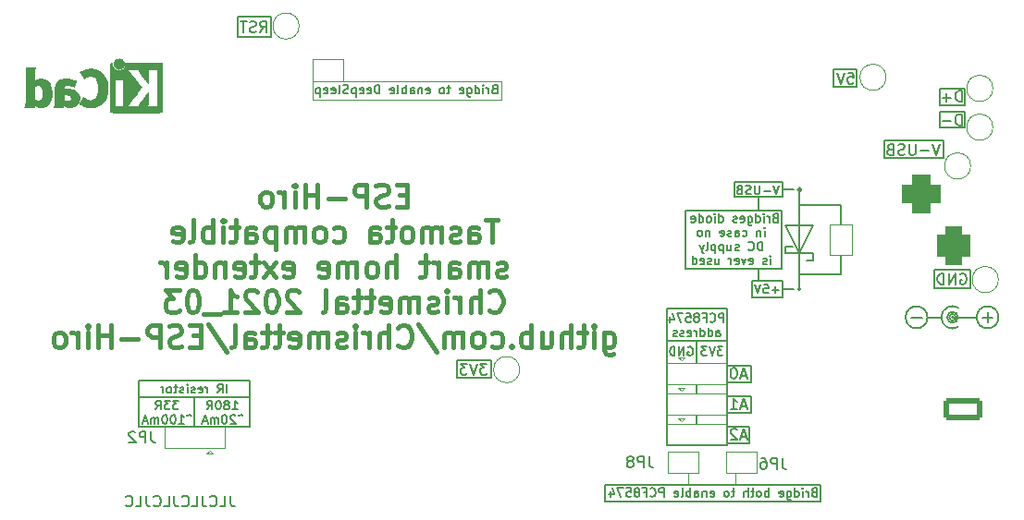
<source format=gbr>
G04 #@! TF.GenerationSoftware,KiCad,Pcbnew,(5.99.0-9568-gb9d26a55f2)*
G04 #@! TF.CreationDate,2021-03-08T10:56:08+01:00*
G04 #@! TF.ProjectId,ESP-Hiro,4553502d-4869-4726-9f2e-6b696361645f,rev?*
G04 #@! TF.SameCoordinates,PX5f5e100PY7bfa480*
G04 #@! TF.FileFunction,Legend,Bot*
G04 #@! TF.FilePolarity,Positive*
%FSLAX46Y46*%
G04 Gerber Fmt 4.6, Leading zero omitted, Abs format (unit mm)*
G04 Created by KiCad (PCBNEW (5.99.0-9568-gb9d26a55f2)) date 2021-03-08 10:56:08*
%MOMM*%
%LPD*%
G01*
G04 APERTURE LIST*
G04 Aperture macros list*
%AMRoundRect*
0 Rectangle with rounded corners*
0 $1 Rounding radius*
0 $2 $3 $4 $5 $6 $7 $8 $9 X,Y pos of 4 corners*
0 Add a 4 corners polygon primitive as box body*
4,1,4,$2,$3,$4,$5,$6,$7,$8,$9,$2,$3,0*
0 Add four circle primitives for the rounded corners*
1,1,$1+$1,$2,$3*
1,1,$1+$1,$4,$5*
1,1,$1+$1,$6,$7*
1,1,$1+$1,$8,$9*
0 Add four rect primitives between the rounded corners*
20,1,$1+$1,$2,$3,$4,$5,0*
20,1,$1+$1,$4,$5,$6,$7,0*
20,1,$1+$1,$6,$7,$8,$9,0*
20,1,$1+$1,$8,$9,$2,$3,0*%
%AMFreePoly0*
4,1,6,1.000000,0.000000,0.500000,-0.750000,-0.500000,-0.750000,-0.500000,0.750000,0.500000,0.750000,1.000000,0.000000,1.000000,0.000000,$1*%
%AMFreePoly1*
4,1,6,0.500000,-0.750000,-0.650000,-0.750000,-0.150000,0.000000,-0.650000,0.750000,0.500000,0.750000,0.500000,-0.750000,0.500000,-0.750000,$1*%
G04 Aperture macros list end*
%ADD10C,0.200000*%
%ADD11C,0.120000*%
%ADD12C,0.150000*%
%ADD13C,0.400000*%
%ADD14C,0.010000*%
%ADD15O,1.600000X1.600000*%
%ADD16C,1.600000*%
%ADD17R,1.700000X1.700000*%
%ADD18O,1.700000X1.700000*%
%ADD19C,0.650000*%
%ADD20RoundRect,0.249999X-1.550001X0.790001X-1.550001X-0.790001X1.550001X-0.790001X1.550001X0.790001X0*%
%ADD21O,3.600000X2.080000*%
%ADD22C,5.700000*%
%ADD23RoundRect,0.249999X1.550001X-0.790001X1.550001X0.790001X-1.550001X0.790001X-1.550001X-0.790001X0*%
%ADD24R,3.500000X3.500000*%
%ADD25RoundRect,0.750000X0.750000X1.000000X-0.750000X1.000000X-0.750000X-1.000000X0.750000X-1.000000X0*%
%ADD26RoundRect,0.875000X0.875000X0.875000X-0.875000X0.875000X-0.875000X-0.875000X0.875000X-0.875000X0*%
%ADD27FreePoly0,180.000000*%
%ADD28FreePoly1,180.000000*%
%ADD29FreePoly0,270.000000*%
%ADD30FreePoly1,270.000000*%
%ADD31R,1.500000X1.500000*%
%ADD32FreePoly0,0.000000*%
%ADD33C,2.000000*%
%ADD34FreePoly1,0.000000*%
G04 APERTURE END LIST*
D10*
X92300000Y18392000D02*
G75*
G03*
X92300000Y18392000I-1000000J0D01*
G01*
X80580000Y28712000D02*
X80580000Y30109000D01*
X68432000Y6633000D02*
X73932000Y6633000D01*
X30288000Y10932000D02*
X30288000Y11059000D01*
X91300000Y18392000D02*
X90800000Y18392000D01*
X68432000Y16266000D02*
X68432000Y14168000D01*
X98800000Y18392000D02*
G75*
G03*
X98800000Y18392000I-1000000J0D01*
G01*
D11*
X70363000Y4090000D02*
X70363000Y3185000D01*
D10*
X73976000Y8392000D02*
X76008000Y8392000D01*
X76008000Y8392000D02*
X76008000Y6868000D01*
X76008000Y6868000D02*
X73976000Y6868000D01*
X73976000Y6868000D02*
X73976000Y8392000D01*
X73932000Y16266000D02*
X71182000Y16266000D01*
X71182000Y16266000D02*
X68432000Y16266000D01*
X90800000Y18392000D02*
X91300000Y18392000D01*
X80707000Y20965000D02*
G75*
G03*
X80707000Y20965000I-127000J0D01*
G01*
X73976000Y11186000D02*
X76135000Y11186000D01*
X76135000Y11186000D02*
X76135000Y9662000D01*
X76135000Y9662000D02*
X73976000Y9662000D01*
X73976000Y9662000D02*
X73976000Y11186000D01*
D11*
X38800000Y40031000D02*
X53275000Y40031000D01*
D10*
X73932000Y6633000D02*
X73932000Y16266000D01*
X71182000Y14168000D02*
X71182000Y16266000D01*
X84390000Y28712000D02*
X84390000Y26937000D01*
X52386000Y14488000D02*
X49211000Y14488000D01*
X49211000Y14488000D02*
X49211000Y12837000D01*
X49211000Y12837000D02*
X52386000Y12837000D01*
X52386000Y12837000D02*
X52386000Y14488000D01*
X73976000Y12456000D02*
X76135000Y12456000D01*
X76135000Y12456000D02*
X76135000Y13980000D01*
X76135000Y13980000D02*
X73976000Y13980000D01*
X73976000Y13980000D02*
X73976000Y12456000D01*
X94900000Y18392000D02*
G75*
G03*
X94900000Y18392000I-300000J0D01*
G01*
X20128000Y8392000D02*
X25208000Y8392000D01*
X94600000Y18392000D02*
G75*
G03*
X94600000Y18392000I0J0D01*
G01*
X80759605Y30109000D02*
G75*
G03*
X80759605Y30109000I-179605J0D01*
G01*
X74611000Y30807500D02*
X79056000Y30807500D01*
X79056000Y30807500D02*
X79056000Y29410500D01*
X79056000Y29410500D02*
X74611000Y29410500D01*
X74611000Y29410500D02*
X74611000Y30807500D01*
X97800000Y18892000D02*
X97800000Y18392000D01*
X76833500Y22870000D02*
X76833500Y21727000D01*
X62800000Y3058000D02*
X62800000Y1534000D01*
X71182000Y12218000D02*
X71182000Y11374000D01*
X30288000Y11059000D02*
X25208000Y11059000D01*
X73932000Y19187000D02*
X68432000Y19187000D01*
X97800000Y18392000D02*
X97800000Y17892000D01*
X78929000Y28204000D02*
X70166000Y28204000D01*
X70166000Y28204000D02*
X70166000Y22870000D01*
X70166000Y22870000D02*
X78929000Y22870000D01*
X78929000Y22870000D02*
X78929000Y28204000D01*
X96201000Y22743000D02*
X92899000Y22743000D01*
X92899000Y22743000D02*
X92899000Y21092000D01*
X92899000Y21092000D02*
X96201000Y21092000D01*
X96201000Y21092000D02*
X96201000Y22743000D01*
X97800000Y18392000D02*
X97300000Y18392000D01*
X68432000Y16266000D02*
X68432000Y19187000D01*
X20128000Y11059000D02*
X20128000Y8392000D01*
X95693000Y37221000D02*
X93407000Y37221000D01*
X93407000Y37221000D02*
X93407000Y35824000D01*
X93407000Y35824000D02*
X95693000Y35824000D01*
X95693000Y35824000D02*
X95693000Y37221000D01*
X71182000Y9424000D02*
X71182000Y8583000D01*
X30288000Y11059000D02*
X30288000Y12456000D01*
X25208000Y8376000D02*
X25208000Y11059000D01*
X97300000Y18392000D02*
X97800000Y18392000D01*
X93788000Y34617500D02*
X88327000Y34617500D01*
X88327000Y34617500D02*
X88327000Y32966500D01*
X88327000Y32966500D02*
X93788000Y32966500D01*
X93788000Y32966500D02*
X93788000Y34617500D01*
X25208000Y11059000D02*
X20128000Y11059000D01*
X80580000Y28712000D02*
X84390000Y28712000D01*
X97800000Y18392000D02*
X98300000Y18392000D01*
X29145000Y45984000D02*
X32193000Y45984000D01*
X32193000Y45984000D02*
X32193000Y44079000D01*
X32193000Y44079000D02*
X29145000Y44079000D01*
X29145000Y44079000D02*
X29145000Y45984000D01*
X30288000Y12456000D02*
X30288000Y12583000D01*
X76262000Y21727000D02*
X79056000Y21727000D01*
X79056000Y21727000D02*
X79056000Y20203000D01*
X79056000Y20203000D02*
X76262000Y20203000D01*
X76262000Y20203000D02*
X76262000Y21727000D01*
X68432000Y14168000D02*
X68432000Y6633000D01*
X91300000Y18392000D02*
X91800000Y18392000D01*
X85850500Y41158000D02*
X83691500Y41158000D01*
X83691500Y41158000D02*
X83691500Y39507000D01*
X83691500Y39507000D02*
X85850500Y39507000D01*
X85850500Y39507000D02*
X85850500Y41158000D01*
X82485000Y3058000D02*
X62800000Y3058000D01*
D11*
X74681000Y4041000D02*
X74681000Y3009000D01*
D10*
X30288000Y12583000D02*
X20128000Y12583000D01*
D11*
X36000000Y40031000D02*
X36000000Y38364000D01*
D10*
X95100000Y18392000D02*
G75*
G03*
X95100000Y18392000I-500000J0D01*
G01*
D11*
X53275000Y38364000D02*
X53275000Y40015000D01*
D10*
X97800000Y18392000D02*
X97800000Y18892000D01*
X92300000Y18392000D02*
X93570778Y18392000D01*
X62800000Y1534000D02*
X82485000Y1534000D01*
X25208000Y8392000D02*
X30288000Y8392000D01*
X94700000Y18392000D02*
G75*
G03*
X94700000Y18392000I-100000J0D01*
G01*
X73932000Y16266000D02*
X73932000Y19187000D01*
X95145667Y19265068D02*
G75*
G03*
X95100000Y17492000I-545667J-873068D01*
G01*
X80580000Y22362000D02*
X80580000Y20965000D01*
X79056000Y20965000D02*
X80072000Y20965000D01*
X96800000Y18392000D02*
X94600000Y18392000D01*
X82485000Y1534000D02*
X82485000Y3058000D01*
X95693000Y39380000D02*
X93407000Y39380000D01*
X93407000Y39380000D02*
X93407000Y37856000D01*
X93407000Y37856000D02*
X95693000Y37856000D01*
X95693000Y37856000D02*
X95693000Y39380000D01*
X79056000Y30109000D02*
X80072000Y30109000D01*
X80580000Y22362000D02*
X84390000Y22362000D01*
X30288000Y8392000D02*
X30288000Y10932000D01*
X76833500Y29410500D02*
X76833500Y28204000D01*
D11*
X36000000Y38364000D02*
X53275000Y38364000D01*
D10*
X84390000Y22362000D02*
X84390000Y24137000D01*
X20128000Y12583000D02*
X20128000Y11059000D01*
D12*
X95430952Y36006620D02*
X95430952Y37006620D01*
X95192857Y37006620D01*
X95050000Y36959000D01*
X94954761Y36863762D01*
X94907142Y36768524D01*
X94859523Y36578048D01*
X94859523Y36435191D01*
X94907142Y36244715D01*
X94954761Y36149477D01*
X95050000Y36054239D01*
X95192857Y36006620D01*
X95430952Y36006620D01*
X94430952Y36387572D02*
X93669047Y36387572D01*
X78357000Y27526143D02*
X78242714Y27488048D01*
X78204619Y27449953D01*
X78166523Y27373762D01*
X78166523Y27259477D01*
X78204619Y27183286D01*
X78242714Y27145191D01*
X78318904Y27107096D01*
X78623666Y27107096D01*
X78623666Y27907096D01*
X78357000Y27907096D01*
X78280809Y27869000D01*
X78242714Y27830905D01*
X78204619Y27754715D01*
X78204619Y27678524D01*
X78242714Y27602334D01*
X78280809Y27564239D01*
X78357000Y27526143D01*
X78623666Y27526143D01*
X77823666Y27107096D02*
X77823666Y27640429D01*
X77823666Y27488048D02*
X77785571Y27564239D01*
X77747476Y27602334D01*
X77671285Y27640429D01*
X77595095Y27640429D01*
X77328428Y27107096D02*
X77328428Y27640429D01*
X77328428Y27907096D02*
X77366523Y27869000D01*
X77328428Y27830905D01*
X77290333Y27869000D01*
X77328428Y27907096D01*
X77328428Y27830905D01*
X76604619Y27107096D02*
X76604619Y27907096D01*
X76604619Y27145191D02*
X76680809Y27107096D01*
X76833190Y27107096D01*
X76909380Y27145191D01*
X76947476Y27183286D01*
X76985571Y27259477D01*
X76985571Y27488048D01*
X76947476Y27564239D01*
X76909380Y27602334D01*
X76833190Y27640429D01*
X76680809Y27640429D01*
X76604619Y27602334D01*
X75880809Y27640429D02*
X75880809Y26992810D01*
X75918904Y26916620D01*
X75957000Y26878524D01*
X76033190Y26840429D01*
X76147476Y26840429D01*
X76223666Y26878524D01*
X75880809Y27145191D02*
X75957000Y27107096D01*
X76109380Y27107096D01*
X76185571Y27145191D01*
X76223666Y27183286D01*
X76261761Y27259477D01*
X76261761Y27488048D01*
X76223666Y27564239D01*
X76185571Y27602334D01*
X76109380Y27640429D01*
X75957000Y27640429D01*
X75880809Y27602334D01*
X75195095Y27145191D02*
X75271285Y27107096D01*
X75423666Y27107096D01*
X75499857Y27145191D01*
X75537952Y27221381D01*
X75537952Y27526143D01*
X75499857Y27602334D01*
X75423666Y27640429D01*
X75271285Y27640429D01*
X75195095Y27602334D01*
X75157000Y27526143D01*
X75157000Y27449953D01*
X75537952Y27373762D01*
X74852238Y27145191D02*
X74776047Y27107096D01*
X74623666Y27107096D01*
X74547476Y27145191D01*
X74509380Y27221381D01*
X74509380Y27259477D01*
X74547476Y27335667D01*
X74623666Y27373762D01*
X74737952Y27373762D01*
X74814142Y27411858D01*
X74852238Y27488048D01*
X74852238Y27526143D01*
X74814142Y27602334D01*
X74737952Y27640429D01*
X74623666Y27640429D01*
X74547476Y27602334D01*
X73214142Y27107096D02*
X73214142Y27907096D01*
X73214142Y27145191D02*
X73290333Y27107096D01*
X73442714Y27107096D01*
X73518904Y27145191D01*
X73557000Y27183286D01*
X73595095Y27259477D01*
X73595095Y27488048D01*
X73557000Y27564239D01*
X73518904Y27602334D01*
X73442714Y27640429D01*
X73290333Y27640429D01*
X73214142Y27602334D01*
X72833190Y27107096D02*
X72833190Y27640429D01*
X72833190Y27907096D02*
X72871285Y27869000D01*
X72833190Y27830905D01*
X72795095Y27869000D01*
X72833190Y27907096D01*
X72833190Y27830905D01*
X72337952Y27107096D02*
X72414142Y27145191D01*
X72452238Y27183286D01*
X72490333Y27259477D01*
X72490333Y27488048D01*
X72452238Y27564239D01*
X72414142Y27602334D01*
X72337952Y27640429D01*
X72223666Y27640429D01*
X72147476Y27602334D01*
X72109380Y27564239D01*
X72071285Y27488048D01*
X72071285Y27259477D01*
X72109380Y27183286D01*
X72147476Y27145191D01*
X72223666Y27107096D01*
X72337952Y27107096D01*
X71385571Y27107096D02*
X71385571Y27907096D01*
X71385571Y27145191D02*
X71461761Y27107096D01*
X71614142Y27107096D01*
X71690333Y27145191D01*
X71728428Y27183286D01*
X71766523Y27259477D01*
X71766523Y27488048D01*
X71728428Y27564239D01*
X71690333Y27602334D01*
X71614142Y27640429D01*
X71461761Y27640429D01*
X71385571Y27602334D01*
X70699857Y27145191D02*
X70776047Y27107096D01*
X70928428Y27107096D01*
X71004619Y27145191D01*
X71042714Y27221381D01*
X71042714Y27526143D01*
X71004619Y27602334D01*
X70928428Y27640429D01*
X70776047Y27640429D01*
X70699857Y27602334D01*
X70661761Y27526143D01*
X70661761Y27449953D01*
X71042714Y27373762D01*
X77423666Y25819096D02*
X77423666Y26352429D01*
X77423666Y26619096D02*
X77461761Y26581000D01*
X77423666Y26542905D01*
X77385571Y26581000D01*
X77423666Y26619096D01*
X77423666Y26542905D01*
X77042714Y26352429D02*
X77042714Y25819096D01*
X77042714Y26276239D02*
X77004619Y26314334D01*
X76928428Y26352429D01*
X76814142Y26352429D01*
X76737952Y26314334D01*
X76699857Y26238143D01*
X76699857Y25819096D01*
X75366523Y25857191D02*
X75442714Y25819096D01*
X75595095Y25819096D01*
X75671285Y25857191D01*
X75709380Y25895286D01*
X75747476Y25971477D01*
X75747476Y26200048D01*
X75709380Y26276239D01*
X75671285Y26314334D01*
X75595095Y26352429D01*
X75442714Y26352429D01*
X75366523Y26314334D01*
X74680809Y25819096D02*
X74680809Y26238143D01*
X74718904Y26314334D01*
X74795095Y26352429D01*
X74947476Y26352429D01*
X75023666Y26314334D01*
X74680809Y25857191D02*
X74757000Y25819096D01*
X74947476Y25819096D01*
X75023666Y25857191D01*
X75061761Y25933381D01*
X75061761Y26009572D01*
X75023666Y26085762D01*
X74947476Y26123858D01*
X74757000Y26123858D01*
X74680809Y26161953D01*
X74337952Y25857191D02*
X74261761Y25819096D01*
X74109380Y25819096D01*
X74033190Y25857191D01*
X73995095Y25933381D01*
X73995095Y25971477D01*
X74033190Y26047667D01*
X74109380Y26085762D01*
X74223666Y26085762D01*
X74299857Y26123858D01*
X74337952Y26200048D01*
X74337952Y26238143D01*
X74299857Y26314334D01*
X74223666Y26352429D01*
X74109380Y26352429D01*
X74033190Y26314334D01*
X73347476Y25857191D02*
X73423666Y25819096D01*
X73576047Y25819096D01*
X73652238Y25857191D01*
X73690333Y25933381D01*
X73690333Y26238143D01*
X73652238Y26314334D01*
X73576047Y26352429D01*
X73423666Y26352429D01*
X73347476Y26314334D01*
X73309380Y26238143D01*
X73309380Y26161953D01*
X73690333Y26085762D01*
X72357000Y26352429D02*
X72357000Y25819096D01*
X72357000Y26276239D02*
X72318904Y26314334D01*
X72242714Y26352429D01*
X72128428Y26352429D01*
X72052238Y26314334D01*
X72014142Y26238143D01*
X72014142Y25819096D01*
X71518904Y25819096D02*
X71595095Y25857191D01*
X71633190Y25895286D01*
X71671285Y25971477D01*
X71671285Y26200048D01*
X71633190Y26276239D01*
X71595095Y26314334D01*
X71518904Y26352429D01*
X71404619Y26352429D01*
X71328428Y26314334D01*
X71290333Y26276239D01*
X71252238Y26200048D01*
X71252238Y25971477D01*
X71290333Y25895286D01*
X71328428Y25857191D01*
X71404619Y25819096D01*
X71518904Y25819096D01*
X77195095Y24531096D02*
X77195095Y25331096D01*
X77004619Y25331096D01*
X76890333Y25293000D01*
X76814142Y25216810D01*
X76776047Y25140620D01*
X76737952Y24988239D01*
X76737952Y24873953D01*
X76776047Y24721572D01*
X76814142Y24645381D01*
X76890333Y24569191D01*
X77004619Y24531096D01*
X77195095Y24531096D01*
X75937952Y24607286D02*
X75976047Y24569191D01*
X76090333Y24531096D01*
X76166523Y24531096D01*
X76280809Y24569191D01*
X76357000Y24645381D01*
X76395095Y24721572D01*
X76433190Y24873953D01*
X76433190Y24988239D01*
X76395095Y25140620D01*
X76357000Y25216810D01*
X76280809Y25293000D01*
X76166523Y25331096D01*
X76090333Y25331096D01*
X75976047Y25293000D01*
X75937952Y25254905D01*
X75023666Y24569191D02*
X74947476Y24531096D01*
X74795095Y24531096D01*
X74718904Y24569191D01*
X74680809Y24645381D01*
X74680809Y24683477D01*
X74718904Y24759667D01*
X74795095Y24797762D01*
X74909380Y24797762D01*
X74985571Y24835858D01*
X75023666Y24912048D01*
X75023666Y24950143D01*
X74985571Y25026334D01*
X74909380Y25064429D01*
X74795095Y25064429D01*
X74718904Y25026334D01*
X73995095Y25064429D02*
X73995095Y24531096D01*
X74337952Y25064429D02*
X74337952Y24645381D01*
X74299857Y24569191D01*
X74223666Y24531096D01*
X74109380Y24531096D01*
X74033190Y24569191D01*
X73995095Y24607286D01*
X73614142Y25064429D02*
X73614142Y24264429D01*
X73614142Y25026334D02*
X73537952Y25064429D01*
X73385571Y25064429D01*
X73309380Y25026334D01*
X73271285Y24988239D01*
X73233190Y24912048D01*
X73233190Y24683477D01*
X73271285Y24607286D01*
X73309380Y24569191D01*
X73385571Y24531096D01*
X73537952Y24531096D01*
X73614142Y24569191D01*
X72890333Y25064429D02*
X72890333Y24264429D01*
X72890333Y25026334D02*
X72814142Y25064429D01*
X72661761Y25064429D01*
X72585571Y25026334D01*
X72547476Y24988239D01*
X72509380Y24912048D01*
X72509380Y24683477D01*
X72547476Y24607286D01*
X72585571Y24569191D01*
X72661761Y24531096D01*
X72814142Y24531096D01*
X72890333Y24569191D01*
X72052238Y24531096D02*
X72128428Y24569191D01*
X72166523Y24645381D01*
X72166523Y25331096D01*
X71823666Y25064429D02*
X71633190Y24531096D01*
X71442714Y25064429D02*
X71633190Y24531096D01*
X71709380Y24340620D01*
X71747476Y24302524D01*
X71823666Y24264429D01*
X77918904Y23243096D02*
X77918904Y23776429D01*
X77918904Y24043096D02*
X77957000Y24005000D01*
X77918904Y23966905D01*
X77880809Y24005000D01*
X77918904Y24043096D01*
X77918904Y23966905D01*
X77576047Y23281191D02*
X77499857Y23243096D01*
X77347476Y23243096D01*
X77271285Y23281191D01*
X77233190Y23357381D01*
X77233190Y23395477D01*
X77271285Y23471667D01*
X77347476Y23509762D01*
X77461761Y23509762D01*
X77537952Y23547858D01*
X77576047Y23624048D01*
X77576047Y23662143D01*
X77537952Y23738334D01*
X77461761Y23776429D01*
X77347476Y23776429D01*
X77271285Y23738334D01*
X75976047Y23281191D02*
X76052238Y23243096D01*
X76204619Y23243096D01*
X76280809Y23281191D01*
X76318904Y23357381D01*
X76318904Y23662143D01*
X76280809Y23738334D01*
X76204619Y23776429D01*
X76052238Y23776429D01*
X75976047Y23738334D01*
X75937952Y23662143D01*
X75937952Y23585953D01*
X76318904Y23509762D01*
X75671285Y23776429D02*
X75480809Y23243096D01*
X75290333Y23776429D01*
X74680809Y23281191D02*
X74757000Y23243096D01*
X74909380Y23243096D01*
X74985571Y23281191D01*
X75023666Y23357381D01*
X75023666Y23662143D01*
X74985571Y23738334D01*
X74909380Y23776429D01*
X74757000Y23776429D01*
X74680809Y23738334D01*
X74642714Y23662143D01*
X74642714Y23585953D01*
X75023666Y23509762D01*
X74299857Y23243096D02*
X74299857Y23776429D01*
X74299857Y23624048D02*
X74261761Y23700239D01*
X74223666Y23738334D01*
X74147476Y23776429D01*
X74071285Y23776429D01*
X72852238Y23776429D02*
X72852238Y23243096D01*
X73195095Y23776429D02*
X73195095Y23357381D01*
X73157000Y23281191D01*
X73080809Y23243096D01*
X72966523Y23243096D01*
X72890333Y23281191D01*
X72852238Y23319286D01*
X72509380Y23281191D02*
X72433190Y23243096D01*
X72280809Y23243096D01*
X72204619Y23281191D01*
X72166523Y23357381D01*
X72166523Y23395477D01*
X72204619Y23471667D01*
X72280809Y23509762D01*
X72395095Y23509762D01*
X72471285Y23547858D01*
X72509380Y23624048D01*
X72509380Y23662143D01*
X72471285Y23738334D01*
X72395095Y23776429D01*
X72280809Y23776429D01*
X72204619Y23738334D01*
X71518904Y23281191D02*
X71595095Y23243096D01*
X71747476Y23243096D01*
X71823666Y23281191D01*
X71861761Y23357381D01*
X71861761Y23662143D01*
X71823666Y23738334D01*
X71747476Y23776429D01*
X71595095Y23776429D01*
X71518904Y23738334D01*
X71480809Y23662143D01*
X71480809Y23585953D01*
X71861761Y23509762D01*
X70795095Y23243096D02*
X70795095Y24043096D01*
X70795095Y23281191D02*
X70871285Y23243096D01*
X71023666Y23243096D01*
X71099857Y23281191D01*
X71137952Y23319286D01*
X71176047Y23395477D01*
X71176047Y23624048D01*
X71137952Y23700239D01*
X71099857Y23738334D01*
X71023666Y23776429D01*
X70871285Y23776429D01*
X70795095Y23738334D01*
X78687571Y20907858D02*
X78078047Y20907858D01*
X78382809Y20603096D02*
X78382809Y21212620D01*
X77316142Y21403096D02*
X77697095Y21403096D01*
X77735190Y21022143D01*
X77697095Y21060239D01*
X77620904Y21098334D01*
X77430428Y21098334D01*
X77354238Y21060239D01*
X77316142Y21022143D01*
X77278047Y20945953D01*
X77278047Y20755477D01*
X77316142Y20679286D01*
X77354238Y20641191D01*
X77430428Y20603096D01*
X77620904Y20603096D01*
X77697095Y20641191D01*
X77735190Y20679286D01*
X77049476Y21403096D02*
X76782809Y20603096D01*
X76516142Y21403096D01*
X52658047Y39310143D02*
X52543761Y39272048D01*
X52505666Y39233953D01*
X52467571Y39157762D01*
X52467571Y39043477D01*
X52505666Y38967286D01*
X52543761Y38929191D01*
X52619952Y38891096D01*
X52924714Y38891096D01*
X52924714Y39691096D01*
X52658047Y39691096D01*
X52581857Y39653000D01*
X52543761Y39614905D01*
X52505666Y39538715D01*
X52505666Y39462524D01*
X52543761Y39386334D01*
X52581857Y39348239D01*
X52658047Y39310143D01*
X52924714Y39310143D01*
X52124714Y38891096D02*
X52124714Y39424429D01*
X52124714Y39272048D02*
X52086619Y39348239D01*
X52048523Y39386334D01*
X51972333Y39424429D01*
X51896142Y39424429D01*
X51629476Y38891096D02*
X51629476Y39424429D01*
X51629476Y39691096D02*
X51667571Y39653000D01*
X51629476Y39614905D01*
X51591380Y39653000D01*
X51629476Y39691096D01*
X51629476Y39614905D01*
X50905666Y38891096D02*
X50905666Y39691096D01*
X50905666Y38929191D02*
X50981857Y38891096D01*
X51134238Y38891096D01*
X51210428Y38929191D01*
X51248523Y38967286D01*
X51286619Y39043477D01*
X51286619Y39272048D01*
X51248523Y39348239D01*
X51210428Y39386334D01*
X51134238Y39424429D01*
X50981857Y39424429D01*
X50905666Y39386334D01*
X50181857Y39424429D02*
X50181857Y38776810D01*
X50219952Y38700620D01*
X50258047Y38662524D01*
X50334238Y38624429D01*
X50448523Y38624429D01*
X50524714Y38662524D01*
X50181857Y38929191D02*
X50258047Y38891096D01*
X50410428Y38891096D01*
X50486619Y38929191D01*
X50524714Y38967286D01*
X50562809Y39043477D01*
X50562809Y39272048D01*
X50524714Y39348239D01*
X50486619Y39386334D01*
X50410428Y39424429D01*
X50258047Y39424429D01*
X50181857Y39386334D01*
X49496142Y38929191D02*
X49572333Y38891096D01*
X49724714Y38891096D01*
X49800904Y38929191D01*
X49839000Y39005381D01*
X49839000Y39310143D01*
X49800904Y39386334D01*
X49724714Y39424429D01*
X49572333Y39424429D01*
X49496142Y39386334D01*
X49458047Y39310143D01*
X49458047Y39233953D01*
X49839000Y39157762D01*
X48619952Y39424429D02*
X48315190Y39424429D01*
X48505666Y39691096D02*
X48505666Y39005381D01*
X48467571Y38929191D01*
X48391380Y38891096D01*
X48315190Y38891096D01*
X47934238Y38891096D02*
X48010428Y38929191D01*
X48048523Y38967286D01*
X48086619Y39043477D01*
X48086619Y39272048D01*
X48048523Y39348239D01*
X48010428Y39386334D01*
X47934238Y39424429D01*
X47819952Y39424429D01*
X47743761Y39386334D01*
X47705666Y39348239D01*
X47667571Y39272048D01*
X47667571Y39043477D01*
X47705666Y38967286D01*
X47743761Y38929191D01*
X47819952Y38891096D01*
X47934238Y38891096D01*
X46410428Y38929191D02*
X46486619Y38891096D01*
X46639000Y38891096D01*
X46715190Y38929191D01*
X46753285Y39005381D01*
X46753285Y39310143D01*
X46715190Y39386334D01*
X46639000Y39424429D01*
X46486619Y39424429D01*
X46410428Y39386334D01*
X46372333Y39310143D01*
X46372333Y39233953D01*
X46753285Y39157762D01*
X46029476Y39424429D02*
X46029476Y38891096D01*
X46029476Y39348239D02*
X45991380Y39386334D01*
X45915190Y39424429D01*
X45800904Y39424429D01*
X45724714Y39386334D01*
X45686619Y39310143D01*
X45686619Y38891096D01*
X44962809Y38891096D02*
X44962809Y39310143D01*
X45000904Y39386334D01*
X45077095Y39424429D01*
X45229476Y39424429D01*
X45305666Y39386334D01*
X44962809Y38929191D02*
X45039000Y38891096D01*
X45229476Y38891096D01*
X45305666Y38929191D01*
X45343761Y39005381D01*
X45343761Y39081572D01*
X45305666Y39157762D01*
X45229476Y39195858D01*
X45039000Y39195858D01*
X44962809Y39233953D01*
X44581857Y38891096D02*
X44581857Y39691096D01*
X44581857Y39386334D02*
X44505666Y39424429D01*
X44353285Y39424429D01*
X44277095Y39386334D01*
X44239000Y39348239D01*
X44200904Y39272048D01*
X44200904Y39043477D01*
X44239000Y38967286D01*
X44277095Y38929191D01*
X44353285Y38891096D01*
X44505666Y38891096D01*
X44581857Y38929191D01*
X43743761Y38891096D02*
X43819952Y38929191D01*
X43858047Y39005381D01*
X43858047Y39691096D01*
X43134238Y38929191D02*
X43210428Y38891096D01*
X43362809Y38891096D01*
X43439000Y38929191D01*
X43477095Y39005381D01*
X43477095Y39310143D01*
X43439000Y39386334D01*
X43362809Y39424429D01*
X43210428Y39424429D01*
X43134238Y39386334D01*
X43096142Y39310143D01*
X43096142Y39233953D01*
X43477095Y39157762D01*
X42143761Y38891096D02*
X42143761Y39691096D01*
X41953285Y39691096D01*
X41839000Y39653000D01*
X41762809Y39576810D01*
X41724714Y39500620D01*
X41686619Y39348239D01*
X41686619Y39233953D01*
X41724714Y39081572D01*
X41762809Y39005381D01*
X41839000Y38929191D01*
X41953285Y38891096D01*
X42143761Y38891096D01*
X41039000Y38929191D02*
X41115190Y38891096D01*
X41267571Y38891096D01*
X41343761Y38929191D01*
X41381857Y39005381D01*
X41381857Y39310143D01*
X41343761Y39386334D01*
X41267571Y39424429D01*
X41115190Y39424429D01*
X41039000Y39386334D01*
X41000904Y39310143D01*
X41000904Y39233953D01*
X41381857Y39157762D01*
X40353285Y38929191D02*
X40429476Y38891096D01*
X40581857Y38891096D01*
X40658047Y38929191D01*
X40696142Y39005381D01*
X40696142Y39310143D01*
X40658047Y39386334D01*
X40581857Y39424429D01*
X40429476Y39424429D01*
X40353285Y39386334D01*
X40315190Y39310143D01*
X40315190Y39233953D01*
X40696142Y39157762D01*
X39972333Y39424429D02*
X39972333Y38624429D01*
X39972333Y39386334D02*
X39896142Y39424429D01*
X39743761Y39424429D01*
X39667571Y39386334D01*
X39629476Y39348239D01*
X39591380Y39272048D01*
X39591380Y39043477D01*
X39629476Y38967286D01*
X39667571Y38929191D01*
X39743761Y38891096D01*
X39896142Y38891096D01*
X39972333Y38929191D01*
X39286619Y38929191D02*
X39172333Y38891096D01*
X38981857Y38891096D01*
X38905666Y38929191D01*
X38867571Y38967286D01*
X38829476Y39043477D01*
X38829476Y39119667D01*
X38867571Y39195858D01*
X38905666Y39233953D01*
X38981857Y39272048D01*
X39134238Y39310143D01*
X39210428Y39348239D01*
X39248523Y39386334D01*
X39286619Y39462524D01*
X39286619Y39538715D01*
X39248523Y39614905D01*
X39210428Y39653000D01*
X39134238Y39691096D01*
X38943761Y39691096D01*
X38829476Y39653000D01*
X38372333Y38891096D02*
X38448523Y38929191D01*
X38486619Y39005381D01*
X38486619Y39691096D01*
X37762809Y38929191D02*
X37839000Y38891096D01*
X37991380Y38891096D01*
X38067571Y38929191D01*
X38105666Y39005381D01*
X38105666Y39310143D01*
X38067571Y39386334D01*
X37991380Y39424429D01*
X37839000Y39424429D01*
X37762809Y39386334D01*
X37724714Y39310143D01*
X37724714Y39233953D01*
X38105666Y39157762D01*
X37077095Y38929191D02*
X37153285Y38891096D01*
X37305666Y38891096D01*
X37381857Y38929191D01*
X37419952Y39005381D01*
X37419952Y39310143D01*
X37381857Y39386334D01*
X37305666Y39424429D01*
X37153285Y39424429D01*
X37077095Y39386334D01*
X37039000Y39310143D01*
X37039000Y39233953D01*
X37419952Y39157762D01*
X36696142Y39424429D02*
X36696142Y38624429D01*
X36696142Y39386334D02*
X36619952Y39424429D01*
X36467571Y39424429D01*
X36391380Y39386334D01*
X36353285Y39348239D01*
X36315190Y39272048D01*
X36315190Y39043477D01*
X36353285Y38967286D01*
X36391380Y38929191D01*
X36467571Y38891096D01*
X36619952Y38891096D01*
X36696142Y38929191D01*
X95430952Y38165620D02*
X95430952Y39165620D01*
X95192857Y39165620D01*
X95050000Y39118000D01*
X94954761Y39022762D01*
X94907142Y38927524D01*
X94859523Y38737048D01*
X94859523Y38594191D01*
X94907142Y38403715D01*
X94954761Y38308477D01*
X95050000Y38213239D01*
X95192857Y38165620D01*
X95430952Y38165620D01*
X94430952Y38546572D02*
X93669047Y38546572D01*
X94050000Y38165620D02*
X94050000Y38927524D01*
X73569476Y15688096D02*
X73074238Y15688096D01*
X73340904Y15383334D01*
X73226619Y15383334D01*
X73150428Y15345239D01*
X73112333Y15307143D01*
X73074238Y15230953D01*
X73074238Y15040477D01*
X73112333Y14964286D01*
X73150428Y14926191D01*
X73226619Y14888096D01*
X73455190Y14888096D01*
X73531380Y14926191D01*
X73569476Y14964286D01*
X72845666Y15688096D02*
X72579000Y14888096D01*
X72312333Y15688096D01*
X72121857Y15688096D02*
X71626619Y15688096D01*
X71893285Y15383334D01*
X71779000Y15383334D01*
X71702809Y15345239D01*
X71664714Y15307143D01*
X71626619Y15230953D01*
X71626619Y15040477D01*
X71664714Y14964286D01*
X71702809Y14926191D01*
X71779000Y14888096D01*
X72007571Y14888096D01*
X72083761Y14926191D01*
X72121857Y14964286D01*
X73658190Y17945096D02*
X73658190Y18745096D01*
X73353428Y18745096D01*
X73277238Y18707000D01*
X73239142Y18668905D01*
X73201047Y18592715D01*
X73201047Y18478429D01*
X73239142Y18402239D01*
X73277238Y18364143D01*
X73353428Y18326048D01*
X73658190Y18326048D01*
X72401047Y18021286D02*
X72439142Y17983191D01*
X72553428Y17945096D01*
X72629619Y17945096D01*
X72743904Y17983191D01*
X72820095Y18059381D01*
X72858190Y18135572D01*
X72896285Y18287953D01*
X72896285Y18402239D01*
X72858190Y18554620D01*
X72820095Y18630810D01*
X72743904Y18707000D01*
X72629619Y18745096D01*
X72553428Y18745096D01*
X72439142Y18707000D01*
X72401047Y18668905D01*
X71791523Y18364143D02*
X72058190Y18364143D01*
X72058190Y17945096D02*
X72058190Y18745096D01*
X71677238Y18745096D01*
X71258190Y18402239D02*
X71334380Y18440334D01*
X71372476Y18478429D01*
X71410571Y18554620D01*
X71410571Y18592715D01*
X71372476Y18668905D01*
X71334380Y18707000D01*
X71258190Y18745096D01*
X71105809Y18745096D01*
X71029619Y18707000D01*
X70991523Y18668905D01*
X70953428Y18592715D01*
X70953428Y18554620D01*
X70991523Y18478429D01*
X71029619Y18440334D01*
X71105809Y18402239D01*
X71258190Y18402239D01*
X71334380Y18364143D01*
X71372476Y18326048D01*
X71410571Y18249858D01*
X71410571Y18097477D01*
X71372476Y18021286D01*
X71334380Y17983191D01*
X71258190Y17945096D01*
X71105809Y17945096D01*
X71029619Y17983191D01*
X70991523Y18021286D01*
X70953428Y18097477D01*
X70953428Y18249858D01*
X70991523Y18326048D01*
X71029619Y18364143D01*
X71105809Y18402239D01*
X70229619Y18745096D02*
X70610571Y18745096D01*
X70648666Y18364143D01*
X70610571Y18402239D01*
X70534380Y18440334D01*
X70343904Y18440334D01*
X70267714Y18402239D01*
X70229619Y18364143D01*
X70191523Y18287953D01*
X70191523Y18097477D01*
X70229619Y18021286D01*
X70267714Y17983191D01*
X70343904Y17945096D01*
X70534380Y17945096D01*
X70610571Y17983191D01*
X70648666Y18021286D01*
X69924857Y18745096D02*
X69391523Y18745096D01*
X69734380Y17945096D01*
X68743904Y18478429D02*
X68743904Y17945096D01*
X68934380Y18783191D02*
X69124857Y18211762D01*
X68629619Y18211762D01*
X72972476Y16657096D02*
X72972476Y17076143D01*
X73010571Y17152334D01*
X73086761Y17190429D01*
X73239142Y17190429D01*
X73315333Y17152334D01*
X72972476Y16695191D02*
X73048666Y16657096D01*
X73239142Y16657096D01*
X73315333Y16695191D01*
X73353428Y16771381D01*
X73353428Y16847572D01*
X73315333Y16923762D01*
X73239142Y16961858D01*
X73048666Y16961858D01*
X72972476Y16999953D01*
X72248666Y16657096D02*
X72248666Y17457096D01*
X72248666Y16695191D02*
X72324857Y16657096D01*
X72477238Y16657096D01*
X72553428Y16695191D01*
X72591523Y16733286D01*
X72629619Y16809477D01*
X72629619Y17038048D01*
X72591523Y17114239D01*
X72553428Y17152334D01*
X72477238Y17190429D01*
X72324857Y17190429D01*
X72248666Y17152334D01*
X71524857Y16657096D02*
X71524857Y17457096D01*
X71524857Y16695191D02*
X71601047Y16657096D01*
X71753428Y16657096D01*
X71829619Y16695191D01*
X71867714Y16733286D01*
X71905809Y16809477D01*
X71905809Y17038048D01*
X71867714Y17114239D01*
X71829619Y17152334D01*
X71753428Y17190429D01*
X71601047Y17190429D01*
X71524857Y17152334D01*
X71143904Y16657096D02*
X71143904Y17190429D01*
X71143904Y17038048D02*
X71105809Y17114239D01*
X71067714Y17152334D01*
X70991523Y17190429D01*
X70915333Y17190429D01*
X70343904Y16695191D02*
X70420095Y16657096D01*
X70572476Y16657096D01*
X70648666Y16695191D01*
X70686761Y16771381D01*
X70686761Y17076143D01*
X70648666Y17152334D01*
X70572476Y17190429D01*
X70420095Y17190429D01*
X70343904Y17152334D01*
X70305809Y17076143D01*
X70305809Y16999953D01*
X70686761Y16923762D01*
X70001047Y16695191D02*
X69924857Y16657096D01*
X69772476Y16657096D01*
X69696285Y16695191D01*
X69658190Y16771381D01*
X69658190Y16809477D01*
X69696285Y16885667D01*
X69772476Y16923762D01*
X69886761Y16923762D01*
X69962952Y16961858D01*
X70001047Y17038048D01*
X70001047Y17076143D01*
X69962952Y17152334D01*
X69886761Y17190429D01*
X69772476Y17190429D01*
X69696285Y17152334D01*
X69353428Y16695191D02*
X69277238Y16657096D01*
X69124857Y16657096D01*
X69048666Y16695191D01*
X69010571Y16771381D01*
X69010571Y16809477D01*
X69048666Y16885667D01*
X69124857Y16923762D01*
X69239142Y16923762D01*
X69315333Y16961858D01*
X69353428Y17038048D01*
X69353428Y17076143D01*
X69315333Y17152334D01*
X69239142Y17190429D01*
X69124857Y17190429D01*
X69048666Y17152334D01*
X28681333Y9944096D02*
X29138476Y9944096D01*
X28909904Y9944096D02*
X28909904Y10744096D01*
X28986095Y10629810D01*
X29062285Y10553620D01*
X29138476Y10515524D01*
X28224190Y10401239D02*
X28300380Y10439334D01*
X28338476Y10477429D01*
X28376571Y10553620D01*
X28376571Y10591715D01*
X28338476Y10667905D01*
X28300380Y10706000D01*
X28224190Y10744096D01*
X28071809Y10744096D01*
X27995619Y10706000D01*
X27957523Y10667905D01*
X27919428Y10591715D01*
X27919428Y10553620D01*
X27957523Y10477429D01*
X27995619Y10439334D01*
X28071809Y10401239D01*
X28224190Y10401239D01*
X28300380Y10363143D01*
X28338476Y10325048D01*
X28376571Y10248858D01*
X28376571Y10096477D01*
X28338476Y10020286D01*
X28300380Y9982191D01*
X28224190Y9944096D01*
X28071809Y9944096D01*
X27995619Y9982191D01*
X27957523Y10020286D01*
X27919428Y10096477D01*
X27919428Y10248858D01*
X27957523Y10325048D01*
X27995619Y10363143D01*
X28071809Y10401239D01*
X27424190Y10744096D02*
X27348000Y10744096D01*
X27271809Y10706000D01*
X27233714Y10667905D01*
X27195619Y10591715D01*
X27157523Y10439334D01*
X27157523Y10248858D01*
X27195619Y10096477D01*
X27233714Y10020286D01*
X27271809Y9982191D01*
X27348000Y9944096D01*
X27424190Y9944096D01*
X27500380Y9982191D01*
X27538476Y10020286D01*
X27576571Y10096477D01*
X27614666Y10248858D01*
X27614666Y10439334D01*
X27576571Y10591715D01*
X27538476Y10667905D01*
X27500380Y10706000D01*
X27424190Y10744096D01*
X26357523Y9944096D02*
X26624190Y10325048D01*
X26814666Y9944096D02*
X26814666Y10744096D01*
X26509904Y10744096D01*
X26433714Y10706000D01*
X26395619Y10667905D01*
X26357523Y10591715D01*
X26357523Y10477429D01*
X26395619Y10401239D01*
X26433714Y10363143D01*
X26509904Y10325048D01*
X26814666Y10325048D01*
X29595619Y9379905D02*
X29557523Y9418000D01*
X29481333Y9456096D01*
X29328952Y9379905D01*
X29252761Y9418000D01*
X29214666Y9456096D01*
X28948000Y9379905D02*
X28909904Y9418000D01*
X28833714Y9456096D01*
X28643238Y9456096D01*
X28567047Y9418000D01*
X28528952Y9379905D01*
X28490857Y9303715D01*
X28490857Y9227524D01*
X28528952Y9113239D01*
X28986095Y8656096D01*
X28490857Y8656096D01*
X27995619Y9456096D02*
X27919428Y9456096D01*
X27843238Y9418000D01*
X27805142Y9379905D01*
X27767047Y9303715D01*
X27728952Y9151334D01*
X27728952Y8960858D01*
X27767047Y8808477D01*
X27805142Y8732286D01*
X27843238Y8694191D01*
X27919428Y8656096D01*
X27995619Y8656096D01*
X28071809Y8694191D01*
X28109904Y8732286D01*
X28148000Y8808477D01*
X28186095Y8960858D01*
X28186095Y9151334D01*
X28148000Y9303715D01*
X28109904Y9379905D01*
X28071809Y9418000D01*
X27995619Y9456096D01*
X27386095Y8656096D02*
X27386095Y9189429D01*
X27386095Y9113239D02*
X27348000Y9151334D01*
X27271809Y9189429D01*
X27157523Y9189429D01*
X27081333Y9151334D01*
X27043238Y9075143D01*
X27043238Y8656096D01*
X27043238Y9075143D02*
X27005142Y9151334D01*
X26928952Y9189429D01*
X26814666Y9189429D01*
X26738476Y9151334D01*
X26700380Y9075143D01*
X26700380Y8656096D01*
X26357523Y8884667D02*
X25976571Y8884667D01*
X26433714Y8656096D02*
X26167047Y9456096D01*
X25900380Y8656096D01*
X70394523Y15650000D02*
X70470714Y15688096D01*
X70585000Y15688096D01*
X70699285Y15650000D01*
X70775476Y15573810D01*
X70813571Y15497620D01*
X70851666Y15345239D01*
X70851666Y15230953D01*
X70813571Y15078572D01*
X70775476Y15002381D01*
X70699285Y14926191D01*
X70585000Y14888096D01*
X70508809Y14888096D01*
X70394523Y14926191D01*
X70356428Y14964286D01*
X70356428Y15230953D01*
X70508809Y15230953D01*
X70013571Y14888096D02*
X70013571Y15688096D01*
X69556428Y14888096D01*
X69556428Y15688096D01*
X69175476Y14888096D02*
X69175476Y15688096D01*
X68985000Y15688096D01*
X68870714Y15650000D01*
X68794523Y15573810D01*
X68756428Y15497620D01*
X68718333Y15345239D01*
X68718333Y15230953D01*
X68756428Y15078572D01*
X68794523Y15002381D01*
X68870714Y14926191D01*
X68985000Y14888096D01*
X69175476Y14888096D01*
X31216619Y44515620D02*
X31549952Y44991810D01*
X31788047Y44515620D02*
X31788047Y45515620D01*
X31407095Y45515620D01*
X31311857Y45468000D01*
X31264238Y45420381D01*
X31216619Y45325143D01*
X31216619Y45182286D01*
X31264238Y45087048D01*
X31311857Y45039429D01*
X31407095Y44991810D01*
X31788047Y44991810D01*
X30835666Y44563239D02*
X30692809Y44515620D01*
X30454714Y44515620D01*
X30359476Y44563239D01*
X30311857Y44610858D01*
X30264238Y44706096D01*
X30264238Y44801334D01*
X30311857Y44896572D01*
X30359476Y44944191D01*
X30454714Y44991810D01*
X30645190Y45039429D01*
X30740428Y45087048D01*
X30788047Y45134667D01*
X30835666Y45229905D01*
X30835666Y45325143D01*
X30788047Y45420381D01*
X30740428Y45468000D01*
X30645190Y45515620D01*
X30407095Y45515620D01*
X30264238Y45468000D01*
X29978523Y45515620D02*
X29407095Y45515620D01*
X29692809Y44515620D02*
X29692809Y45515620D01*
D10*
X28500000Y2047620D02*
X28500000Y1333334D01*
X28547619Y1190477D01*
X28642857Y1095239D01*
X28785714Y1047620D01*
X28880952Y1047620D01*
X27547619Y1047620D02*
X28023809Y1047620D01*
X28023809Y2047620D01*
X26642857Y1142858D02*
X26690476Y1095239D01*
X26833333Y1047620D01*
X26928571Y1047620D01*
X27071428Y1095239D01*
X27166666Y1190477D01*
X27214285Y1285715D01*
X27261904Y1476191D01*
X27261904Y1619048D01*
X27214285Y1809524D01*
X27166666Y1904762D01*
X27071428Y2000000D01*
X26928571Y2047620D01*
X26833333Y2047620D01*
X26690476Y2000000D01*
X26642857Y1952381D01*
X25928571Y2047620D02*
X25928571Y1333334D01*
X25976190Y1190477D01*
X26071428Y1095239D01*
X26214285Y1047620D01*
X26309523Y1047620D01*
X24976190Y1047620D02*
X25452380Y1047620D01*
X25452380Y2047620D01*
X24071428Y1142858D02*
X24119047Y1095239D01*
X24261904Y1047620D01*
X24357142Y1047620D01*
X24500000Y1095239D01*
X24595238Y1190477D01*
X24642857Y1285715D01*
X24690476Y1476191D01*
X24690476Y1619048D01*
X24642857Y1809524D01*
X24595238Y1904762D01*
X24500000Y2000000D01*
X24357142Y2047620D01*
X24261904Y2047620D01*
X24119047Y2000000D01*
X24071428Y1952381D01*
X23357142Y2047620D02*
X23357142Y1333334D01*
X23404761Y1190477D01*
X23500000Y1095239D01*
X23642857Y1047620D01*
X23738095Y1047620D01*
X22404761Y1047620D02*
X22880952Y1047620D01*
X22880952Y2047620D01*
X21500000Y1142858D02*
X21547619Y1095239D01*
X21690476Y1047620D01*
X21785714Y1047620D01*
X21928571Y1095239D01*
X22023809Y1190477D01*
X22071428Y1285715D01*
X22119047Y1476191D01*
X22119047Y1619048D01*
X22071428Y1809524D01*
X22023809Y1904762D01*
X21928571Y2000000D01*
X21785714Y2047620D01*
X21690476Y2047620D01*
X21547619Y2000000D01*
X21500000Y1952381D01*
X20785714Y2047620D02*
X20785714Y1333334D01*
X20833333Y1190477D01*
X20928571Y1095239D01*
X21071428Y1047620D01*
X21166666Y1047620D01*
X19833333Y1047620D02*
X20309523Y1047620D01*
X20309523Y2047620D01*
X18928571Y1142858D02*
X18976190Y1095239D01*
X19119047Y1047620D01*
X19214285Y1047620D01*
X19357142Y1095239D01*
X19452380Y1190477D01*
X19500000Y1285715D01*
X19547619Y1476191D01*
X19547619Y1619048D01*
X19500000Y1809524D01*
X19452380Y1904762D01*
X19357142Y2000000D01*
X19214285Y2047620D01*
X19119047Y2047620D01*
X18976190Y2000000D01*
X18928571Y1952381D01*
X81925047Y2353143D02*
X81810761Y2315048D01*
X81772666Y2276953D01*
X81734571Y2200762D01*
X81734571Y2086477D01*
X81772666Y2010286D01*
X81810761Y1972191D01*
X81886952Y1934096D01*
X82191714Y1934096D01*
X82191714Y2734096D01*
X81925047Y2734096D01*
X81848857Y2696000D01*
X81810761Y2657905D01*
X81772666Y2581715D01*
X81772666Y2505524D01*
X81810761Y2429334D01*
X81848857Y2391239D01*
X81925047Y2353143D01*
X82191714Y2353143D01*
X81391714Y1934096D02*
X81391714Y2467429D01*
X81391714Y2315048D02*
X81353619Y2391239D01*
X81315523Y2429334D01*
X81239333Y2467429D01*
X81163142Y2467429D01*
X80896476Y1934096D02*
X80896476Y2467429D01*
X80896476Y2734096D02*
X80934571Y2696000D01*
X80896476Y2657905D01*
X80858380Y2696000D01*
X80896476Y2734096D01*
X80896476Y2657905D01*
X80172666Y1934096D02*
X80172666Y2734096D01*
X80172666Y1972191D02*
X80248857Y1934096D01*
X80401238Y1934096D01*
X80477428Y1972191D01*
X80515523Y2010286D01*
X80553619Y2086477D01*
X80553619Y2315048D01*
X80515523Y2391239D01*
X80477428Y2429334D01*
X80401238Y2467429D01*
X80248857Y2467429D01*
X80172666Y2429334D01*
X79448857Y2467429D02*
X79448857Y1819810D01*
X79486952Y1743620D01*
X79525047Y1705524D01*
X79601238Y1667429D01*
X79715523Y1667429D01*
X79791714Y1705524D01*
X79448857Y1972191D02*
X79525047Y1934096D01*
X79677428Y1934096D01*
X79753619Y1972191D01*
X79791714Y2010286D01*
X79829809Y2086477D01*
X79829809Y2315048D01*
X79791714Y2391239D01*
X79753619Y2429334D01*
X79677428Y2467429D01*
X79525047Y2467429D01*
X79448857Y2429334D01*
X78763142Y1972191D02*
X78839333Y1934096D01*
X78991714Y1934096D01*
X79067904Y1972191D01*
X79106000Y2048381D01*
X79106000Y2353143D01*
X79067904Y2429334D01*
X78991714Y2467429D01*
X78839333Y2467429D01*
X78763142Y2429334D01*
X78725047Y2353143D01*
X78725047Y2276953D01*
X79106000Y2200762D01*
X77772666Y1934096D02*
X77772666Y2734096D01*
X77772666Y2429334D02*
X77696476Y2467429D01*
X77544095Y2467429D01*
X77467904Y2429334D01*
X77429809Y2391239D01*
X77391714Y2315048D01*
X77391714Y2086477D01*
X77429809Y2010286D01*
X77467904Y1972191D01*
X77544095Y1934096D01*
X77696476Y1934096D01*
X77772666Y1972191D01*
X76934571Y1934096D02*
X77010761Y1972191D01*
X77048857Y2010286D01*
X77086952Y2086477D01*
X77086952Y2315048D01*
X77048857Y2391239D01*
X77010761Y2429334D01*
X76934571Y2467429D01*
X76820285Y2467429D01*
X76744095Y2429334D01*
X76706000Y2391239D01*
X76667904Y2315048D01*
X76667904Y2086477D01*
X76706000Y2010286D01*
X76744095Y1972191D01*
X76820285Y1934096D01*
X76934571Y1934096D01*
X76439333Y2467429D02*
X76134571Y2467429D01*
X76325047Y2734096D02*
X76325047Y2048381D01*
X76286952Y1972191D01*
X76210761Y1934096D01*
X76134571Y1934096D01*
X75867904Y1934096D02*
X75867904Y2734096D01*
X75525047Y1934096D02*
X75525047Y2353143D01*
X75563142Y2429334D01*
X75639333Y2467429D01*
X75753619Y2467429D01*
X75829809Y2429334D01*
X75867904Y2391239D01*
X74648857Y2467429D02*
X74344095Y2467429D01*
X74534571Y2734096D02*
X74534571Y2048381D01*
X74496476Y1972191D01*
X74420285Y1934096D01*
X74344095Y1934096D01*
X73963142Y1934096D02*
X74039333Y1972191D01*
X74077428Y2010286D01*
X74115523Y2086477D01*
X74115523Y2315048D01*
X74077428Y2391239D01*
X74039333Y2429334D01*
X73963142Y2467429D01*
X73848857Y2467429D01*
X73772666Y2429334D01*
X73734571Y2391239D01*
X73696476Y2315048D01*
X73696476Y2086477D01*
X73734571Y2010286D01*
X73772666Y1972191D01*
X73848857Y1934096D01*
X73963142Y1934096D01*
X72439333Y1972191D02*
X72515523Y1934096D01*
X72667904Y1934096D01*
X72744095Y1972191D01*
X72782190Y2048381D01*
X72782190Y2353143D01*
X72744095Y2429334D01*
X72667904Y2467429D01*
X72515523Y2467429D01*
X72439333Y2429334D01*
X72401238Y2353143D01*
X72401238Y2276953D01*
X72782190Y2200762D01*
X72058380Y2467429D02*
X72058380Y1934096D01*
X72058380Y2391239D02*
X72020285Y2429334D01*
X71944095Y2467429D01*
X71829809Y2467429D01*
X71753619Y2429334D01*
X71715523Y2353143D01*
X71715523Y1934096D01*
X70991714Y1934096D02*
X70991714Y2353143D01*
X71029809Y2429334D01*
X71106000Y2467429D01*
X71258380Y2467429D01*
X71334571Y2429334D01*
X70991714Y1972191D02*
X71067904Y1934096D01*
X71258380Y1934096D01*
X71334571Y1972191D01*
X71372666Y2048381D01*
X71372666Y2124572D01*
X71334571Y2200762D01*
X71258380Y2238858D01*
X71067904Y2238858D01*
X70991714Y2276953D01*
X70610761Y1934096D02*
X70610761Y2734096D01*
X70610761Y2429334D02*
X70534571Y2467429D01*
X70382190Y2467429D01*
X70306000Y2429334D01*
X70267904Y2391239D01*
X70229809Y2315048D01*
X70229809Y2086477D01*
X70267904Y2010286D01*
X70306000Y1972191D01*
X70382190Y1934096D01*
X70534571Y1934096D01*
X70610761Y1972191D01*
X69772666Y1934096D02*
X69848857Y1972191D01*
X69886952Y2048381D01*
X69886952Y2734096D01*
X69163142Y1972191D02*
X69239333Y1934096D01*
X69391714Y1934096D01*
X69467904Y1972191D01*
X69506000Y2048381D01*
X69506000Y2353143D01*
X69467904Y2429334D01*
X69391714Y2467429D01*
X69239333Y2467429D01*
X69163142Y2429334D01*
X69125047Y2353143D01*
X69125047Y2276953D01*
X69506000Y2200762D01*
X68172666Y1934096D02*
X68172666Y2734096D01*
X67867904Y2734096D01*
X67791714Y2696000D01*
X67753619Y2657905D01*
X67715523Y2581715D01*
X67715523Y2467429D01*
X67753619Y2391239D01*
X67791714Y2353143D01*
X67867904Y2315048D01*
X68172666Y2315048D01*
X66915523Y2010286D02*
X66953619Y1972191D01*
X67067904Y1934096D01*
X67144095Y1934096D01*
X67258380Y1972191D01*
X67334571Y2048381D01*
X67372666Y2124572D01*
X67410761Y2276953D01*
X67410761Y2391239D01*
X67372666Y2543620D01*
X67334571Y2619810D01*
X67258380Y2696000D01*
X67144095Y2734096D01*
X67067904Y2734096D01*
X66953619Y2696000D01*
X66915523Y2657905D01*
X66306000Y2353143D02*
X66572666Y2353143D01*
X66572666Y1934096D02*
X66572666Y2734096D01*
X66191714Y2734096D01*
X65772666Y2391239D02*
X65848857Y2429334D01*
X65886952Y2467429D01*
X65925047Y2543620D01*
X65925047Y2581715D01*
X65886952Y2657905D01*
X65848857Y2696000D01*
X65772666Y2734096D01*
X65620285Y2734096D01*
X65544095Y2696000D01*
X65506000Y2657905D01*
X65467904Y2581715D01*
X65467904Y2543620D01*
X65506000Y2467429D01*
X65544095Y2429334D01*
X65620285Y2391239D01*
X65772666Y2391239D01*
X65848857Y2353143D01*
X65886952Y2315048D01*
X65925047Y2238858D01*
X65925047Y2086477D01*
X65886952Y2010286D01*
X65848857Y1972191D01*
X65772666Y1934096D01*
X65620285Y1934096D01*
X65544095Y1972191D01*
X65506000Y2010286D01*
X65467904Y2086477D01*
X65467904Y2238858D01*
X65506000Y2315048D01*
X65544095Y2353143D01*
X65620285Y2391239D01*
X64744095Y2734096D02*
X65125047Y2734096D01*
X65163142Y2353143D01*
X65125047Y2391239D01*
X65048857Y2429334D01*
X64858380Y2429334D01*
X64782190Y2391239D01*
X64744095Y2353143D01*
X64706000Y2276953D01*
X64706000Y2086477D01*
X64744095Y2010286D01*
X64782190Y1972191D01*
X64858380Y1934096D01*
X65048857Y1934096D01*
X65125047Y1972191D01*
X65163142Y2010286D01*
X64439333Y2734096D02*
X63906000Y2734096D01*
X64248857Y1934096D01*
X63258380Y2467429D02*
X63258380Y1934096D01*
X63448857Y2772191D02*
X63639333Y2200762D01*
X63144095Y2200762D01*
D12*
X51973095Y14146620D02*
X51354047Y14146620D01*
X51687380Y13765667D01*
X51544523Y13765667D01*
X51449285Y13718048D01*
X51401666Y13670429D01*
X51354047Y13575191D01*
X51354047Y13337096D01*
X51401666Y13241858D01*
X51449285Y13194239D01*
X51544523Y13146620D01*
X51830238Y13146620D01*
X51925476Y13194239D01*
X51973095Y13241858D01*
X51068333Y14146620D02*
X50735000Y13146620D01*
X50401666Y14146620D01*
X50163571Y14146620D02*
X49544523Y14146620D01*
X49877857Y13765667D01*
X49735000Y13765667D01*
X49639761Y13718048D01*
X49592142Y13670429D01*
X49544523Y13575191D01*
X49544523Y13337096D01*
X49592142Y13241858D01*
X49639761Y13194239D01*
X49735000Y13146620D01*
X50020714Y13146620D01*
X50115952Y13194239D01*
X50163571Y13241858D01*
X28179428Y11459096D02*
X28179428Y12259096D01*
X27341333Y11459096D02*
X27608000Y11840048D01*
X27798476Y11459096D02*
X27798476Y12259096D01*
X27493714Y12259096D01*
X27417523Y12221000D01*
X27379428Y12182905D01*
X27341333Y12106715D01*
X27341333Y11992429D01*
X27379428Y11916239D01*
X27417523Y11878143D01*
X27493714Y11840048D01*
X27798476Y11840048D01*
X26388952Y11459096D02*
X26388952Y11992429D01*
X26388952Y11840048D02*
X26350857Y11916239D01*
X26312761Y11954334D01*
X26236571Y11992429D01*
X26160380Y11992429D01*
X25588952Y11497191D02*
X25665142Y11459096D01*
X25817523Y11459096D01*
X25893714Y11497191D01*
X25931809Y11573381D01*
X25931809Y11878143D01*
X25893714Y11954334D01*
X25817523Y11992429D01*
X25665142Y11992429D01*
X25588952Y11954334D01*
X25550857Y11878143D01*
X25550857Y11801953D01*
X25931809Y11725762D01*
X25246095Y11497191D02*
X25169904Y11459096D01*
X25017523Y11459096D01*
X24941333Y11497191D01*
X24903238Y11573381D01*
X24903238Y11611477D01*
X24941333Y11687667D01*
X25017523Y11725762D01*
X25131809Y11725762D01*
X25208000Y11763858D01*
X25246095Y11840048D01*
X25246095Y11878143D01*
X25208000Y11954334D01*
X25131809Y11992429D01*
X25017523Y11992429D01*
X24941333Y11954334D01*
X24560380Y11459096D02*
X24560380Y11992429D01*
X24560380Y12259096D02*
X24598476Y12221000D01*
X24560380Y12182905D01*
X24522285Y12221000D01*
X24560380Y12259096D01*
X24560380Y12182905D01*
X24217523Y11497191D02*
X24141333Y11459096D01*
X23988952Y11459096D01*
X23912761Y11497191D01*
X23874666Y11573381D01*
X23874666Y11611477D01*
X23912761Y11687667D01*
X23988952Y11725762D01*
X24103238Y11725762D01*
X24179428Y11763858D01*
X24217523Y11840048D01*
X24217523Y11878143D01*
X24179428Y11954334D01*
X24103238Y11992429D01*
X23988952Y11992429D01*
X23912761Y11954334D01*
X23646095Y11992429D02*
X23341333Y11992429D01*
X23531809Y12259096D02*
X23531809Y11573381D01*
X23493714Y11497191D01*
X23417523Y11459096D01*
X23341333Y11459096D01*
X22960380Y11459096D02*
X23036571Y11497191D01*
X23074666Y11535286D01*
X23112761Y11611477D01*
X23112761Y11840048D01*
X23074666Y11916239D01*
X23036571Y11954334D01*
X22960380Y11992429D01*
X22846095Y11992429D01*
X22769904Y11954334D01*
X22731809Y11916239D01*
X22693714Y11840048D01*
X22693714Y11611477D01*
X22731809Y11535286D01*
X22769904Y11497191D01*
X22846095Y11459096D01*
X22960380Y11459096D01*
X22350857Y11459096D02*
X22350857Y11992429D01*
X22350857Y11840048D02*
X22312761Y11916239D01*
X22274666Y11954334D01*
X22198476Y11992429D01*
X22122285Y11992429D01*
X95311904Y22354000D02*
X95407142Y22401620D01*
X95550000Y22401620D01*
X95692857Y22354000D01*
X95788095Y22258762D01*
X95835714Y22163524D01*
X95883333Y21973048D01*
X95883333Y21830191D01*
X95835714Y21639715D01*
X95788095Y21544477D01*
X95692857Y21449239D01*
X95550000Y21401620D01*
X95454761Y21401620D01*
X95311904Y21449239D01*
X95264285Y21496858D01*
X95264285Y21830191D01*
X95454761Y21830191D01*
X94835714Y21401620D02*
X94835714Y22401620D01*
X94264285Y21401620D01*
X94264285Y22401620D01*
X93788095Y21401620D02*
X93788095Y22401620D01*
X93550000Y22401620D01*
X93407142Y22354000D01*
X93311904Y22258762D01*
X93264285Y22163524D01*
X93216666Y21973048D01*
X93216666Y21830191D01*
X93264285Y21639715D01*
X93311904Y21544477D01*
X93407142Y21449239D01*
X93550000Y21401620D01*
X93788095Y21401620D01*
D13*
X44666666Y29582858D02*
X44000000Y29582858D01*
X43714285Y28535239D02*
X44666666Y28535239D01*
X44666666Y30535239D01*
X43714285Y30535239D01*
X42952380Y28630477D02*
X42666666Y28535239D01*
X42190476Y28535239D01*
X42000000Y28630477D01*
X41904761Y28725715D01*
X41809523Y28916191D01*
X41809523Y29106667D01*
X41904761Y29297143D01*
X42000000Y29392381D01*
X42190476Y29487620D01*
X42571428Y29582858D01*
X42761904Y29678096D01*
X42857142Y29773334D01*
X42952380Y29963810D01*
X42952380Y30154286D01*
X42857142Y30344762D01*
X42761904Y30440000D01*
X42571428Y30535239D01*
X42095238Y30535239D01*
X41809523Y30440000D01*
X40952380Y28535239D02*
X40952380Y30535239D01*
X40190476Y30535239D01*
X40000000Y30440000D01*
X39904761Y30344762D01*
X39809523Y30154286D01*
X39809523Y29868572D01*
X39904761Y29678096D01*
X40000000Y29582858D01*
X40190476Y29487620D01*
X40952380Y29487620D01*
X38952380Y29297143D02*
X37428571Y29297143D01*
X36476190Y28535239D02*
X36476190Y30535239D01*
X36476190Y29582858D02*
X35333333Y29582858D01*
X35333333Y28535239D02*
X35333333Y30535239D01*
X34380952Y28535239D02*
X34380952Y29868572D01*
X34380952Y30535239D02*
X34476190Y30440000D01*
X34380952Y30344762D01*
X34285714Y30440000D01*
X34380952Y30535239D01*
X34380952Y30344762D01*
X33428571Y28535239D02*
X33428571Y29868572D01*
X33428571Y29487620D02*
X33333333Y29678096D01*
X33238095Y29773334D01*
X33047619Y29868572D01*
X32857142Y29868572D01*
X31904761Y28535239D02*
X32095238Y28630477D01*
X32190476Y28725715D01*
X32285714Y28916191D01*
X32285714Y29487620D01*
X32190476Y29678096D01*
X32095238Y29773334D01*
X31904761Y29868572D01*
X31619047Y29868572D01*
X31428571Y29773334D01*
X31333333Y29678096D01*
X31238095Y29487620D01*
X31238095Y28916191D01*
X31333333Y28725715D01*
X31428571Y28630477D01*
X31619047Y28535239D01*
X31904761Y28535239D01*
X53000000Y27315239D02*
X51857142Y27315239D01*
X52428571Y25315239D02*
X52428571Y27315239D01*
X50333333Y25315239D02*
X50333333Y26362858D01*
X50428571Y26553334D01*
X50619047Y26648572D01*
X51000000Y26648572D01*
X51190476Y26553334D01*
X50333333Y25410477D02*
X50523809Y25315239D01*
X51000000Y25315239D01*
X51190476Y25410477D01*
X51285714Y25600953D01*
X51285714Y25791429D01*
X51190476Y25981905D01*
X51000000Y26077143D01*
X50523809Y26077143D01*
X50333333Y26172381D01*
X49476190Y25410477D02*
X49285714Y25315239D01*
X48904761Y25315239D01*
X48714285Y25410477D01*
X48619047Y25600953D01*
X48619047Y25696191D01*
X48714285Y25886667D01*
X48904761Y25981905D01*
X49190476Y25981905D01*
X49380952Y26077143D01*
X49476190Y26267620D01*
X49476190Y26362858D01*
X49380952Y26553334D01*
X49190476Y26648572D01*
X48904761Y26648572D01*
X48714285Y26553334D01*
X47761904Y25315239D02*
X47761904Y26648572D01*
X47761904Y26458096D02*
X47666666Y26553334D01*
X47476190Y26648572D01*
X47190476Y26648572D01*
X47000000Y26553334D01*
X46904761Y26362858D01*
X46904761Y25315239D01*
X46904761Y26362858D02*
X46809523Y26553334D01*
X46619047Y26648572D01*
X46333333Y26648572D01*
X46142857Y26553334D01*
X46047619Y26362858D01*
X46047619Y25315239D01*
X44809523Y25315239D02*
X45000000Y25410477D01*
X45095238Y25505715D01*
X45190476Y25696191D01*
X45190476Y26267620D01*
X45095238Y26458096D01*
X45000000Y26553334D01*
X44809523Y26648572D01*
X44523809Y26648572D01*
X44333333Y26553334D01*
X44238095Y26458096D01*
X44142857Y26267620D01*
X44142857Y25696191D01*
X44238095Y25505715D01*
X44333333Y25410477D01*
X44523809Y25315239D01*
X44809523Y25315239D01*
X43571428Y26648572D02*
X42809523Y26648572D01*
X43285714Y27315239D02*
X43285714Y25600953D01*
X43190476Y25410477D01*
X43000000Y25315239D01*
X42809523Y25315239D01*
X41285714Y25315239D02*
X41285714Y26362858D01*
X41380952Y26553334D01*
X41571428Y26648572D01*
X41952380Y26648572D01*
X42142857Y26553334D01*
X41285714Y25410477D02*
X41476190Y25315239D01*
X41952380Y25315239D01*
X42142857Y25410477D01*
X42238095Y25600953D01*
X42238095Y25791429D01*
X42142857Y25981905D01*
X41952380Y26077143D01*
X41476190Y26077143D01*
X41285714Y26172381D01*
X37952380Y25410477D02*
X38142857Y25315239D01*
X38523809Y25315239D01*
X38714285Y25410477D01*
X38809523Y25505715D01*
X38904761Y25696191D01*
X38904761Y26267620D01*
X38809523Y26458096D01*
X38714285Y26553334D01*
X38523809Y26648572D01*
X38142857Y26648572D01*
X37952380Y26553334D01*
X36809523Y25315239D02*
X37000000Y25410477D01*
X37095238Y25505715D01*
X37190476Y25696191D01*
X37190476Y26267620D01*
X37095238Y26458096D01*
X37000000Y26553334D01*
X36809523Y26648572D01*
X36523809Y26648572D01*
X36333333Y26553334D01*
X36238095Y26458096D01*
X36142857Y26267620D01*
X36142857Y25696191D01*
X36238095Y25505715D01*
X36333333Y25410477D01*
X36523809Y25315239D01*
X36809523Y25315239D01*
X35285714Y25315239D02*
X35285714Y26648572D01*
X35285714Y26458096D02*
X35190476Y26553334D01*
X35000000Y26648572D01*
X34714285Y26648572D01*
X34523809Y26553334D01*
X34428571Y26362858D01*
X34428571Y25315239D01*
X34428571Y26362858D02*
X34333333Y26553334D01*
X34142857Y26648572D01*
X33857142Y26648572D01*
X33666666Y26553334D01*
X33571428Y26362858D01*
X33571428Y25315239D01*
X32619047Y26648572D02*
X32619047Y24648572D01*
X32619047Y26553334D02*
X32428571Y26648572D01*
X32047619Y26648572D01*
X31857142Y26553334D01*
X31761904Y26458096D01*
X31666666Y26267620D01*
X31666666Y25696191D01*
X31761904Y25505715D01*
X31857142Y25410477D01*
X32047619Y25315239D01*
X32428571Y25315239D01*
X32619047Y25410477D01*
X29952380Y25315239D02*
X29952380Y26362858D01*
X30047619Y26553334D01*
X30238095Y26648572D01*
X30619047Y26648572D01*
X30809523Y26553334D01*
X29952380Y25410477D02*
X30142857Y25315239D01*
X30619047Y25315239D01*
X30809523Y25410477D01*
X30904761Y25600953D01*
X30904761Y25791429D01*
X30809523Y25981905D01*
X30619047Y26077143D01*
X30142857Y26077143D01*
X29952380Y26172381D01*
X29285714Y26648572D02*
X28523809Y26648572D01*
X29000000Y27315239D02*
X29000000Y25600953D01*
X28904761Y25410477D01*
X28714285Y25315239D01*
X28523809Y25315239D01*
X27857142Y25315239D02*
X27857142Y26648572D01*
X27857142Y27315239D02*
X27952380Y27220000D01*
X27857142Y27124762D01*
X27761904Y27220000D01*
X27857142Y27315239D01*
X27857142Y27124762D01*
X26904761Y25315239D02*
X26904761Y27315239D01*
X26904761Y26553334D02*
X26714285Y26648572D01*
X26333333Y26648572D01*
X26142857Y26553334D01*
X26047619Y26458096D01*
X25952380Y26267620D01*
X25952380Y25696191D01*
X26047619Y25505715D01*
X26142857Y25410477D01*
X26333333Y25315239D01*
X26714285Y25315239D01*
X26904761Y25410477D01*
X24809523Y25315239D02*
X25000000Y25410477D01*
X25095238Y25600953D01*
X25095238Y27315239D01*
X23285714Y25410477D02*
X23476190Y25315239D01*
X23857142Y25315239D01*
X24047619Y25410477D01*
X24142857Y25600953D01*
X24142857Y26362858D01*
X24047619Y26553334D01*
X23857142Y26648572D01*
X23476190Y26648572D01*
X23285714Y26553334D01*
X23190476Y26362858D01*
X23190476Y26172381D01*
X24142857Y25981905D01*
X53761904Y22190477D02*
X53571428Y22095239D01*
X53190476Y22095239D01*
X53000000Y22190477D01*
X52904761Y22380953D01*
X52904761Y22476191D01*
X53000000Y22666667D01*
X53190476Y22761905D01*
X53476190Y22761905D01*
X53666666Y22857143D01*
X53761904Y23047620D01*
X53761904Y23142858D01*
X53666666Y23333334D01*
X53476190Y23428572D01*
X53190476Y23428572D01*
X53000000Y23333334D01*
X52047619Y22095239D02*
X52047619Y23428572D01*
X52047619Y23238096D02*
X51952380Y23333334D01*
X51761904Y23428572D01*
X51476190Y23428572D01*
X51285714Y23333334D01*
X51190476Y23142858D01*
X51190476Y22095239D01*
X51190476Y23142858D02*
X51095238Y23333334D01*
X50904761Y23428572D01*
X50619047Y23428572D01*
X50428571Y23333334D01*
X50333333Y23142858D01*
X50333333Y22095239D01*
X48523809Y22095239D02*
X48523809Y23142858D01*
X48619047Y23333334D01*
X48809523Y23428572D01*
X49190476Y23428572D01*
X49380952Y23333334D01*
X48523809Y22190477D02*
X48714285Y22095239D01*
X49190476Y22095239D01*
X49380952Y22190477D01*
X49476190Y22380953D01*
X49476190Y22571429D01*
X49380952Y22761905D01*
X49190476Y22857143D01*
X48714285Y22857143D01*
X48523809Y22952381D01*
X47571428Y22095239D02*
X47571428Y23428572D01*
X47571428Y23047620D02*
X47476190Y23238096D01*
X47380952Y23333334D01*
X47190476Y23428572D01*
X47000000Y23428572D01*
X46619047Y23428572D02*
X45857142Y23428572D01*
X46333333Y24095239D02*
X46333333Y22380953D01*
X46238095Y22190477D01*
X46047619Y22095239D01*
X45857142Y22095239D01*
X43666666Y22095239D02*
X43666666Y24095239D01*
X42809523Y22095239D02*
X42809523Y23142858D01*
X42904761Y23333334D01*
X43095238Y23428572D01*
X43380952Y23428572D01*
X43571428Y23333334D01*
X43666666Y23238096D01*
X41571428Y22095239D02*
X41761904Y22190477D01*
X41857142Y22285715D01*
X41952380Y22476191D01*
X41952380Y23047620D01*
X41857142Y23238096D01*
X41761904Y23333334D01*
X41571428Y23428572D01*
X41285714Y23428572D01*
X41095238Y23333334D01*
X41000000Y23238096D01*
X40904761Y23047620D01*
X40904761Y22476191D01*
X41000000Y22285715D01*
X41095238Y22190477D01*
X41285714Y22095239D01*
X41571428Y22095239D01*
X40047619Y22095239D02*
X40047619Y23428572D01*
X40047619Y23238096D02*
X39952380Y23333334D01*
X39761904Y23428572D01*
X39476190Y23428572D01*
X39285714Y23333334D01*
X39190476Y23142858D01*
X39190476Y22095239D01*
X39190476Y23142858D02*
X39095238Y23333334D01*
X38904761Y23428572D01*
X38619047Y23428572D01*
X38428571Y23333334D01*
X38333333Y23142858D01*
X38333333Y22095239D01*
X36619047Y22190477D02*
X36809523Y22095239D01*
X37190476Y22095239D01*
X37380952Y22190477D01*
X37476190Y22380953D01*
X37476190Y23142858D01*
X37380952Y23333334D01*
X37190476Y23428572D01*
X36809523Y23428572D01*
X36619047Y23333334D01*
X36523809Y23142858D01*
X36523809Y22952381D01*
X37476190Y22761905D01*
X33380952Y22190477D02*
X33571428Y22095239D01*
X33952380Y22095239D01*
X34142857Y22190477D01*
X34238095Y22380953D01*
X34238095Y23142858D01*
X34142857Y23333334D01*
X33952380Y23428572D01*
X33571428Y23428572D01*
X33380952Y23333334D01*
X33285714Y23142858D01*
X33285714Y22952381D01*
X34238095Y22761905D01*
X32619047Y22095239D02*
X31571428Y23428572D01*
X32619047Y23428572D02*
X31571428Y22095239D01*
X31095238Y23428572D02*
X30333333Y23428572D01*
X30809523Y24095239D02*
X30809523Y22380953D01*
X30714285Y22190477D01*
X30523809Y22095239D01*
X30333333Y22095239D01*
X28904761Y22190477D02*
X29095238Y22095239D01*
X29476190Y22095239D01*
X29666666Y22190477D01*
X29761904Y22380953D01*
X29761904Y23142858D01*
X29666666Y23333334D01*
X29476190Y23428572D01*
X29095238Y23428572D01*
X28904761Y23333334D01*
X28809523Y23142858D01*
X28809523Y22952381D01*
X29761904Y22761905D01*
X27952380Y23428572D02*
X27952380Y22095239D01*
X27952380Y23238096D02*
X27857142Y23333334D01*
X27666666Y23428572D01*
X27380952Y23428572D01*
X27190476Y23333334D01*
X27095238Y23142858D01*
X27095238Y22095239D01*
X25285714Y22095239D02*
X25285714Y24095239D01*
X25285714Y22190477D02*
X25476190Y22095239D01*
X25857142Y22095239D01*
X26047619Y22190477D01*
X26142857Y22285715D01*
X26238095Y22476191D01*
X26238095Y23047620D01*
X26142857Y23238096D01*
X26047619Y23333334D01*
X25857142Y23428572D01*
X25476190Y23428572D01*
X25285714Y23333334D01*
X23571428Y22190477D02*
X23761904Y22095239D01*
X24142857Y22095239D01*
X24333333Y22190477D01*
X24428571Y22380953D01*
X24428571Y23142858D01*
X24333333Y23333334D01*
X24142857Y23428572D01*
X23761904Y23428572D01*
X23571428Y23333334D01*
X23476190Y23142858D01*
X23476190Y22952381D01*
X24428571Y22761905D01*
X22619047Y22095239D02*
X22619047Y23428572D01*
X22619047Y23047620D02*
X22523809Y23238096D01*
X22428571Y23333334D01*
X22238095Y23428572D01*
X22047619Y23428572D01*
X52190476Y19065715D02*
X52285714Y18970477D01*
X52571428Y18875239D01*
X52761904Y18875239D01*
X53047619Y18970477D01*
X53238095Y19160953D01*
X53333333Y19351429D01*
X53428571Y19732381D01*
X53428571Y20018096D01*
X53333333Y20399048D01*
X53238095Y20589524D01*
X53047619Y20780000D01*
X52761904Y20875239D01*
X52571428Y20875239D01*
X52285714Y20780000D01*
X52190476Y20684762D01*
X51333333Y18875239D02*
X51333333Y20875239D01*
X50476190Y18875239D02*
X50476190Y19922858D01*
X50571428Y20113334D01*
X50761904Y20208572D01*
X51047619Y20208572D01*
X51238095Y20113334D01*
X51333333Y20018096D01*
X49523809Y18875239D02*
X49523809Y20208572D01*
X49523809Y19827620D02*
X49428571Y20018096D01*
X49333333Y20113334D01*
X49142857Y20208572D01*
X48952380Y20208572D01*
X48285714Y18875239D02*
X48285714Y20208572D01*
X48285714Y20875239D02*
X48380952Y20780000D01*
X48285714Y20684762D01*
X48190476Y20780000D01*
X48285714Y20875239D01*
X48285714Y20684762D01*
X47428571Y18970477D02*
X47238095Y18875239D01*
X46857142Y18875239D01*
X46666666Y18970477D01*
X46571428Y19160953D01*
X46571428Y19256191D01*
X46666666Y19446667D01*
X46857142Y19541905D01*
X47142857Y19541905D01*
X47333333Y19637143D01*
X47428571Y19827620D01*
X47428571Y19922858D01*
X47333333Y20113334D01*
X47142857Y20208572D01*
X46857142Y20208572D01*
X46666666Y20113334D01*
X45714285Y18875239D02*
X45714285Y20208572D01*
X45714285Y20018096D02*
X45619047Y20113334D01*
X45428571Y20208572D01*
X45142857Y20208572D01*
X44952380Y20113334D01*
X44857142Y19922858D01*
X44857142Y18875239D01*
X44857142Y19922858D02*
X44761904Y20113334D01*
X44571428Y20208572D01*
X44285714Y20208572D01*
X44095238Y20113334D01*
X44000000Y19922858D01*
X44000000Y18875239D01*
X42285714Y18970477D02*
X42476190Y18875239D01*
X42857142Y18875239D01*
X43047619Y18970477D01*
X43142857Y19160953D01*
X43142857Y19922858D01*
X43047619Y20113334D01*
X42857142Y20208572D01*
X42476190Y20208572D01*
X42285714Y20113334D01*
X42190476Y19922858D01*
X42190476Y19732381D01*
X43142857Y19541905D01*
X41619047Y20208572D02*
X40857142Y20208572D01*
X41333333Y20875239D02*
X41333333Y19160953D01*
X41238095Y18970477D01*
X41047619Y18875239D01*
X40857142Y18875239D01*
X40476190Y20208572D02*
X39714285Y20208572D01*
X40190476Y20875239D02*
X40190476Y19160953D01*
X40095238Y18970477D01*
X39904761Y18875239D01*
X39714285Y18875239D01*
X38190476Y18875239D02*
X38190476Y19922858D01*
X38285714Y20113334D01*
X38476190Y20208572D01*
X38857142Y20208572D01*
X39047619Y20113334D01*
X38190476Y18970477D02*
X38380952Y18875239D01*
X38857142Y18875239D01*
X39047619Y18970477D01*
X39142857Y19160953D01*
X39142857Y19351429D01*
X39047619Y19541905D01*
X38857142Y19637143D01*
X38380952Y19637143D01*
X38190476Y19732381D01*
X36952380Y18875239D02*
X37142857Y18970477D01*
X37238095Y19160953D01*
X37238095Y20875239D01*
X34761904Y20684762D02*
X34666666Y20780000D01*
X34476190Y20875239D01*
X34000000Y20875239D01*
X33809523Y20780000D01*
X33714285Y20684762D01*
X33619047Y20494286D01*
X33619047Y20303810D01*
X33714285Y20018096D01*
X34857142Y18875239D01*
X33619047Y18875239D01*
X32380952Y20875239D02*
X32190476Y20875239D01*
X32000000Y20780000D01*
X31904761Y20684762D01*
X31809523Y20494286D01*
X31714285Y20113334D01*
X31714285Y19637143D01*
X31809523Y19256191D01*
X31904761Y19065715D01*
X32000000Y18970477D01*
X32190476Y18875239D01*
X32380952Y18875239D01*
X32571428Y18970477D01*
X32666666Y19065715D01*
X32761904Y19256191D01*
X32857142Y19637143D01*
X32857142Y20113334D01*
X32761904Y20494286D01*
X32666666Y20684762D01*
X32571428Y20780000D01*
X32380952Y20875239D01*
X30952380Y20684762D02*
X30857142Y20780000D01*
X30666666Y20875239D01*
X30190476Y20875239D01*
X30000000Y20780000D01*
X29904761Y20684762D01*
X29809523Y20494286D01*
X29809523Y20303810D01*
X29904761Y20018096D01*
X31047619Y18875239D01*
X29809523Y18875239D01*
X27904761Y18875239D02*
X29047619Y18875239D01*
X28476190Y18875239D02*
X28476190Y20875239D01*
X28666666Y20589524D01*
X28857142Y20399048D01*
X29047619Y20303810D01*
X27523809Y18684762D02*
X26000000Y18684762D01*
X25142857Y20875239D02*
X24952380Y20875239D01*
X24761904Y20780000D01*
X24666666Y20684762D01*
X24571428Y20494286D01*
X24476190Y20113334D01*
X24476190Y19637143D01*
X24571428Y19256191D01*
X24666666Y19065715D01*
X24761904Y18970477D01*
X24952380Y18875239D01*
X25142857Y18875239D01*
X25333333Y18970477D01*
X25428571Y19065715D01*
X25523809Y19256191D01*
X25619047Y19637143D01*
X25619047Y20113334D01*
X25523809Y20494286D01*
X25428571Y20684762D01*
X25333333Y20780000D01*
X25142857Y20875239D01*
X23809523Y20875239D02*
X22571428Y20875239D01*
X23238095Y20113334D01*
X22952380Y20113334D01*
X22761904Y20018096D01*
X22666666Y19922858D01*
X22571428Y19732381D01*
X22571428Y19256191D01*
X22666666Y19065715D01*
X22761904Y18970477D01*
X22952380Y18875239D01*
X23523809Y18875239D01*
X23714285Y18970477D01*
X23809523Y19065715D01*
X62714285Y16988572D02*
X62714285Y15369524D01*
X62809523Y15179048D01*
X62904761Y15083810D01*
X63095238Y14988572D01*
X63380952Y14988572D01*
X63571428Y15083810D01*
X62714285Y15750477D02*
X62904761Y15655239D01*
X63285714Y15655239D01*
X63476190Y15750477D01*
X63571428Y15845715D01*
X63666666Y16036191D01*
X63666666Y16607620D01*
X63571428Y16798096D01*
X63476190Y16893334D01*
X63285714Y16988572D01*
X62904761Y16988572D01*
X62714285Y16893334D01*
X61761904Y15655239D02*
X61761904Y16988572D01*
X61761904Y17655239D02*
X61857142Y17560000D01*
X61761904Y17464762D01*
X61666666Y17560000D01*
X61761904Y17655239D01*
X61761904Y17464762D01*
X61095238Y16988572D02*
X60333333Y16988572D01*
X60809523Y17655239D02*
X60809523Y15940953D01*
X60714285Y15750477D01*
X60523809Y15655239D01*
X60333333Y15655239D01*
X59666666Y15655239D02*
X59666666Y17655239D01*
X58809523Y15655239D02*
X58809523Y16702858D01*
X58904761Y16893334D01*
X59095238Y16988572D01*
X59380952Y16988572D01*
X59571428Y16893334D01*
X59666666Y16798096D01*
X57000000Y16988572D02*
X57000000Y15655239D01*
X57857142Y16988572D02*
X57857142Y15940953D01*
X57761904Y15750477D01*
X57571428Y15655239D01*
X57285714Y15655239D01*
X57095238Y15750477D01*
X57000000Y15845715D01*
X56047619Y15655239D02*
X56047619Y17655239D01*
X56047619Y16893334D02*
X55857142Y16988572D01*
X55476190Y16988572D01*
X55285714Y16893334D01*
X55190476Y16798096D01*
X55095238Y16607620D01*
X55095238Y16036191D01*
X55190476Y15845715D01*
X55285714Y15750477D01*
X55476190Y15655239D01*
X55857142Y15655239D01*
X56047619Y15750477D01*
X54238095Y15845715D02*
X54142857Y15750477D01*
X54238095Y15655239D01*
X54333333Y15750477D01*
X54238095Y15845715D01*
X54238095Y15655239D01*
X52428571Y15750477D02*
X52619047Y15655239D01*
X53000000Y15655239D01*
X53190476Y15750477D01*
X53285714Y15845715D01*
X53380952Y16036191D01*
X53380952Y16607620D01*
X53285714Y16798096D01*
X53190476Y16893334D01*
X53000000Y16988572D01*
X52619047Y16988572D01*
X52428571Y16893334D01*
X51285714Y15655239D02*
X51476190Y15750477D01*
X51571428Y15845715D01*
X51666666Y16036191D01*
X51666666Y16607620D01*
X51571428Y16798096D01*
X51476190Y16893334D01*
X51285714Y16988572D01*
X51000000Y16988572D01*
X50809523Y16893334D01*
X50714285Y16798096D01*
X50619047Y16607620D01*
X50619047Y16036191D01*
X50714285Y15845715D01*
X50809523Y15750477D01*
X51000000Y15655239D01*
X51285714Y15655239D01*
X49761904Y15655239D02*
X49761904Y16988572D01*
X49761904Y16798096D02*
X49666666Y16893334D01*
X49476190Y16988572D01*
X49190476Y16988572D01*
X49000000Y16893334D01*
X48904761Y16702858D01*
X48904761Y15655239D01*
X48904761Y16702858D02*
X48809523Y16893334D01*
X48619047Y16988572D01*
X48333333Y16988572D01*
X48142857Y16893334D01*
X48047619Y16702858D01*
X48047619Y15655239D01*
X45666666Y17750477D02*
X47380952Y15179048D01*
X43857142Y15845715D02*
X43952380Y15750477D01*
X44238095Y15655239D01*
X44428571Y15655239D01*
X44714285Y15750477D01*
X44904761Y15940953D01*
X45000000Y16131429D01*
X45095238Y16512381D01*
X45095238Y16798096D01*
X45000000Y17179048D01*
X44904761Y17369524D01*
X44714285Y17560000D01*
X44428571Y17655239D01*
X44238095Y17655239D01*
X43952380Y17560000D01*
X43857142Y17464762D01*
X43000000Y15655239D02*
X43000000Y17655239D01*
X42142857Y15655239D02*
X42142857Y16702858D01*
X42238095Y16893334D01*
X42428571Y16988572D01*
X42714285Y16988572D01*
X42904761Y16893334D01*
X43000000Y16798096D01*
X41190476Y15655239D02*
X41190476Y16988572D01*
X41190476Y16607620D02*
X41095238Y16798096D01*
X41000000Y16893334D01*
X40809523Y16988572D01*
X40619047Y16988572D01*
X39952380Y15655239D02*
X39952380Y16988572D01*
X39952380Y17655239D02*
X40047619Y17560000D01*
X39952380Y17464762D01*
X39857142Y17560000D01*
X39952380Y17655239D01*
X39952380Y17464762D01*
X39095238Y15750477D02*
X38904761Y15655239D01*
X38523809Y15655239D01*
X38333333Y15750477D01*
X38238095Y15940953D01*
X38238095Y16036191D01*
X38333333Y16226667D01*
X38523809Y16321905D01*
X38809523Y16321905D01*
X39000000Y16417143D01*
X39095238Y16607620D01*
X39095238Y16702858D01*
X39000000Y16893334D01*
X38809523Y16988572D01*
X38523809Y16988572D01*
X38333333Y16893334D01*
X37380952Y15655239D02*
X37380952Y16988572D01*
X37380952Y16798096D02*
X37285714Y16893334D01*
X37095238Y16988572D01*
X36809523Y16988572D01*
X36619047Y16893334D01*
X36523809Y16702858D01*
X36523809Y15655239D01*
X36523809Y16702858D02*
X36428571Y16893334D01*
X36238095Y16988572D01*
X35952380Y16988572D01*
X35761904Y16893334D01*
X35666666Y16702858D01*
X35666666Y15655239D01*
X33952380Y15750477D02*
X34142857Y15655239D01*
X34523809Y15655239D01*
X34714285Y15750477D01*
X34809523Y15940953D01*
X34809523Y16702858D01*
X34714285Y16893334D01*
X34523809Y16988572D01*
X34142857Y16988572D01*
X33952380Y16893334D01*
X33857142Y16702858D01*
X33857142Y16512381D01*
X34809523Y16321905D01*
X33285714Y16988572D02*
X32523809Y16988572D01*
X33000000Y17655239D02*
X33000000Y15940953D01*
X32904761Y15750477D01*
X32714285Y15655239D01*
X32523809Y15655239D01*
X32142857Y16988572D02*
X31380952Y16988572D01*
X31857142Y17655239D02*
X31857142Y15940953D01*
X31761904Y15750477D01*
X31571428Y15655239D01*
X31380952Y15655239D01*
X29857142Y15655239D02*
X29857142Y16702858D01*
X29952380Y16893334D01*
X30142857Y16988572D01*
X30523809Y16988572D01*
X30714285Y16893334D01*
X29857142Y15750477D02*
X30047619Y15655239D01*
X30523809Y15655239D01*
X30714285Y15750477D01*
X30809523Y15940953D01*
X30809523Y16131429D01*
X30714285Y16321905D01*
X30523809Y16417143D01*
X30047619Y16417143D01*
X29857142Y16512381D01*
X28619047Y15655239D02*
X28809523Y15750477D01*
X28904761Y15940953D01*
X28904761Y17655239D01*
X26428571Y17750477D02*
X28142857Y15179048D01*
X25761904Y16702858D02*
X25095238Y16702858D01*
X24809523Y15655239D02*
X25761904Y15655239D01*
X25761904Y17655239D01*
X24809523Y17655239D01*
X24047619Y15750477D02*
X23761904Y15655239D01*
X23285714Y15655239D01*
X23095238Y15750477D01*
X23000000Y15845715D01*
X22904761Y16036191D01*
X22904761Y16226667D01*
X23000000Y16417143D01*
X23095238Y16512381D01*
X23285714Y16607620D01*
X23666666Y16702858D01*
X23857142Y16798096D01*
X23952380Y16893334D01*
X24047619Y17083810D01*
X24047619Y17274286D01*
X23952380Y17464762D01*
X23857142Y17560000D01*
X23666666Y17655239D01*
X23190476Y17655239D01*
X22904761Y17560000D01*
X22047619Y15655239D02*
X22047619Y17655239D01*
X21285714Y17655239D01*
X21095238Y17560000D01*
X21000000Y17464762D01*
X20904761Y17274286D01*
X20904761Y16988572D01*
X21000000Y16798096D01*
X21095238Y16702858D01*
X21285714Y16607620D01*
X22047619Y16607620D01*
X20047619Y16417143D02*
X18523809Y16417143D01*
X17571428Y15655239D02*
X17571428Y17655239D01*
X17571428Y16702858D02*
X16428571Y16702858D01*
X16428571Y15655239D02*
X16428571Y17655239D01*
X15476190Y15655239D02*
X15476190Y16988572D01*
X15476190Y17655239D02*
X15571428Y17560000D01*
X15476190Y17464762D01*
X15380952Y17560000D01*
X15476190Y17655239D01*
X15476190Y17464762D01*
X14523809Y15655239D02*
X14523809Y16988572D01*
X14523809Y16607620D02*
X14428571Y16798096D01*
X14333333Y16893334D01*
X14142857Y16988572D01*
X13952380Y16988572D01*
X13000000Y15655239D02*
X13190476Y15750477D01*
X13285714Y15845715D01*
X13380952Y16036191D01*
X13380952Y16607620D01*
X13285714Y16798096D01*
X13190476Y16893334D01*
X13000000Y16988572D01*
X12714285Y16988572D01*
X12523809Y16893334D01*
X12428571Y16798096D01*
X12333333Y16607620D01*
X12333333Y16036191D01*
X12428571Y15845715D01*
X12523809Y15750477D01*
X12714285Y15655239D01*
X13000000Y15655239D01*
D12*
X93446380Y34276120D02*
X93113047Y33276120D01*
X92779714Y34276120D01*
X92446380Y33657072D02*
X91684476Y33657072D01*
X91208285Y34276120D02*
X91208285Y33466596D01*
X91160666Y33371358D01*
X91113047Y33323739D01*
X91017809Y33276120D01*
X90827333Y33276120D01*
X90732095Y33323739D01*
X90684476Y33371358D01*
X90636857Y33466596D01*
X90636857Y34276120D01*
X90208285Y33323739D02*
X90065428Y33276120D01*
X89827333Y33276120D01*
X89732095Y33323739D01*
X89684476Y33371358D01*
X89636857Y33466596D01*
X89636857Y33561834D01*
X89684476Y33657072D01*
X89732095Y33704691D01*
X89827333Y33752310D01*
X90017809Y33799929D01*
X90113047Y33847548D01*
X90160666Y33895167D01*
X90208285Y33990405D01*
X90208285Y34085643D01*
X90160666Y34180881D01*
X90113047Y34228500D01*
X90017809Y34276120D01*
X89779714Y34276120D01*
X89636857Y34228500D01*
X88874952Y33799929D02*
X88732095Y33752310D01*
X88684476Y33704691D01*
X88636857Y33609453D01*
X88636857Y33466596D01*
X88684476Y33371358D01*
X88732095Y33323739D01*
X88827333Y33276120D01*
X89208285Y33276120D01*
X89208285Y34276120D01*
X88874952Y34276120D01*
X88779714Y34228500D01*
X88732095Y34180881D01*
X88684476Y34085643D01*
X88684476Y33990405D01*
X88732095Y33895167D01*
X88779714Y33847548D01*
X88874952Y33799929D01*
X89208285Y33799929D01*
X85024976Y40816620D02*
X85501166Y40816620D01*
X85548785Y40340429D01*
X85501166Y40388048D01*
X85405928Y40435667D01*
X85167833Y40435667D01*
X85072595Y40388048D01*
X85024976Y40340429D01*
X84977357Y40245191D01*
X84977357Y40007096D01*
X85024976Y39911858D01*
X85072595Y39864239D01*
X85167833Y39816620D01*
X85405928Y39816620D01*
X85501166Y39864239D01*
X85548785Y39911858D01*
X84691642Y40816620D02*
X84358309Y39816620D01*
X84024976Y40816620D01*
X23715619Y10744096D02*
X23220380Y10744096D01*
X23487047Y10439334D01*
X23372761Y10439334D01*
X23296571Y10401239D01*
X23258476Y10363143D01*
X23220380Y10286953D01*
X23220380Y10096477D01*
X23258476Y10020286D01*
X23296571Y9982191D01*
X23372761Y9944096D01*
X23601333Y9944096D01*
X23677523Y9982191D01*
X23715619Y10020286D01*
X22953714Y10744096D02*
X22458476Y10744096D01*
X22725142Y10439334D01*
X22610857Y10439334D01*
X22534666Y10401239D01*
X22496571Y10363143D01*
X22458476Y10286953D01*
X22458476Y10096477D01*
X22496571Y10020286D01*
X22534666Y9982191D01*
X22610857Y9944096D01*
X22839428Y9944096D01*
X22915619Y9982191D01*
X22953714Y10020286D01*
X21658476Y9944096D02*
X21925142Y10325048D01*
X22115619Y9944096D02*
X22115619Y10744096D01*
X21810857Y10744096D01*
X21734666Y10706000D01*
X21696571Y10667905D01*
X21658476Y10591715D01*
X21658476Y10477429D01*
X21696571Y10401239D01*
X21734666Y10363143D01*
X21810857Y10325048D01*
X22115619Y10325048D01*
X24896571Y9379905D02*
X24858476Y9418000D01*
X24782285Y9456096D01*
X24629904Y9379905D01*
X24553714Y9418000D01*
X24515619Y9456096D01*
X23791809Y8656096D02*
X24248952Y8656096D01*
X24020380Y8656096D02*
X24020380Y9456096D01*
X24096571Y9341810D01*
X24172761Y9265620D01*
X24248952Y9227524D01*
X23296571Y9456096D02*
X23220380Y9456096D01*
X23144190Y9418000D01*
X23106095Y9379905D01*
X23068000Y9303715D01*
X23029904Y9151334D01*
X23029904Y8960858D01*
X23068000Y8808477D01*
X23106095Y8732286D01*
X23144190Y8694191D01*
X23220380Y8656096D01*
X23296571Y8656096D01*
X23372761Y8694191D01*
X23410857Y8732286D01*
X23448952Y8808477D01*
X23487047Y8960858D01*
X23487047Y9151334D01*
X23448952Y9303715D01*
X23410857Y9379905D01*
X23372761Y9418000D01*
X23296571Y9456096D01*
X22534666Y9456096D02*
X22458476Y9456096D01*
X22382285Y9418000D01*
X22344190Y9379905D01*
X22306095Y9303715D01*
X22268000Y9151334D01*
X22268000Y8960858D01*
X22306095Y8808477D01*
X22344190Y8732286D01*
X22382285Y8694191D01*
X22458476Y8656096D01*
X22534666Y8656096D01*
X22610857Y8694191D01*
X22648952Y8732286D01*
X22687047Y8808477D01*
X22725142Y8960858D01*
X22725142Y9151334D01*
X22687047Y9303715D01*
X22648952Y9379905D01*
X22610857Y9418000D01*
X22534666Y9456096D01*
X21925142Y8656096D02*
X21925142Y9189429D01*
X21925142Y9113239D02*
X21887047Y9151334D01*
X21810857Y9189429D01*
X21696571Y9189429D01*
X21620380Y9151334D01*
X21582285Y9075143D01*
X21582285Y8656096D01*
X21582285Y9075143D02*
X21544190Y9151334D01*
X21468000Y9189429D01*
X21353714Y9189429D01*
X21277523Y9151334D01*
X21239428Y9075143D01*
X21239428Y8656096D01*
X20896571Y8884667D02*
X20515619Y8884667D01*
X20972761Y8656096D02*
X20706095Y9456096D01*
X20439428Y8656096D01*
X78731904Y30483596D02*
X78465238Y29683596D01*
X78198571Y30483596D01*
X77931904Y29988358D02*
X77322380Y29988358D01*
X76941428Y30483596D02*
X76941428Y29835977D01*
X76903333Y29759786D01*
X76865238Y29721691D01*
X76789047Y29683596D01*
X76636666Y29683596D01*
X76560476Y29721691D01*
X76522380Y29759786D01*
X76484285Y29835977D01*
X76484285Y30483596D01*
X76141428Y29721691D02*
X76027142Y29683596D01*
X75836666Y29683596D01*
X75760476Y29721691D01*
X75722380Y29759786D01*
X75684285Y29835977D01*
X75684285Y29912167D01*
X75722380Y29988358D01*
X75760476Y30026453D01*
X75836666Y30064548D01*
X75989047Y30102643D01*
X76065238Y30140739D01*
X76103333Y30178834D01*
X76141428Y30255024D01*
X76141428Y30331215D01*
X76103333Y30407405D01*
X76065238Y30445500D01*
X75989047Y30483596D01*
X75798571Y30483596D01*
X75684285Y30445500D01*
X75074761Y30102643D02*
X74960476Y30064548D01*
X74922380Y30026453D01*
X74884285Y29950262D01*
X74884285Y29835977D01*
X74922380Y29759786D01*
X74960476Y29721691D01*
X75036666Y29683596D01*
X75341428Y29683596D01*
X75341428Y30483596D01*
X75074761Y30483596D01*
X74998571Y30445500D01*
X74960476Y30407405D01*
X74922380Y30331215D01*
X74922380Y30255024D01*
X74960476Y30178834D01*
X74998571Y30140739D01*
X75074761Y30102643D01*
X75341428Y30102643D01*
X21215333Y7923620D02*
X21215333Y7209334D01*
X21262952Y7066477D01*
X21358190Y6971239D01*
X21501047Y6923620D01*
X21596285Y6923620D01*
X20739142Y6923620D02*
X20739142Y7923620D01*
X20358190Y7923620D01*
X20262952Y7876000D01*
X20215333Y7828381D01*
X20167714Y7733143D01*
X20167714Y7590286D01*
X20215333Y7495048D01*
X20262952Y7447429D01*
X20358190Y7399810D01*
X20739142Y7399810D01*
X19786761Y7828381D02*
X19739142Y7876000D01*
X19643904Y7923620D01*
X19405809Y7923620D01*
X19310571Y7876000D01*
X19262952Y7828381D01*
X19215333Y7733143D01*
X19215333Y7637905D01*
X19262952Y7495048D01*
X19834380Y6923620D01*
X19215333Y6923620D01*
X75706285Y13051334D02*
X75230095Y13051334D01*
X75801523Y12765620D02*
X75468190Y13765620D01*
X75134857Y12765620D01*
X74611047Y13765620D02*
X74515809Y13765620D01*
X74420571Y13718000D01*
X74372952Y13670381D01*
X74325333Y13575143D01*
X74277714Y13384667D01*
X74277714Y13146572D01*
X74325333Y12956096D01*
X74372952Y12860858D01*
X74420571Y12813239D01*
X74515809Y12765620D01*
X74611047Y12765620D01*
X74706285Y12813239D01*
X74753904Y12860858D01*
X74801523Y12956096D01*
X74849142Y13146572D01*
X74849142Y13384667D01*
X74801523Y13575143D01*
X74753904Y13670381D01*
X74706285Y13718000D01*
X74611047Y13765620D01*
X79000333Y5510620D02*
X79000333Y4796334D01*
X79047952Y4653477D01*
X79143190Y4558239D01*
X79286047Y4510620D01*
X79381285Y4510620D01*
X78524142Y4510620D02*
X78524142Y5510620D01*
X78143190Y5510620D01*
X78047952Y5463000D01*
X78000333Y5415381D01*
X77952714Y5320143D01*
X77952714Y5177286D01*
X78000333Y5082048D01*
X78047952Y5034429D01*
X78143190Y4986810D01*
X78524142Y4986810D01*
X77095571Y5510620D02*
X77286047Y5510620D01*
X77381285Y5463000D01*
X77428904Y5415381D01*
X77524142Y5272524D01*
X77571761Y5082048D01*
X77571761Y4701096D01*
X77524142Y4605858D01*
X77476523Y4558239D01*
X77381285Y4510620D01*
X77190809Y4510620D01*
X77095571Y4558239D01*
X77047952Y4605858D01*
X77000333Y4701096D01*
X77000333Y4939191D01*
X77047952Y5034429D01*
X77095571Y5082048D01*
X77190809Y5129667D01*
X77381285Y5129667D01*
X77476523Y5082048D01*
X77524142Y5034429D01*
X77571761Y4939191D01*
X75706285Y10257334D02*
X75230095Y10257334D01*
X75801523Y9971620D02*
X75468190Y10971620D01*
X75134857Y9971620D01*
X74277714Y9971620D02*
X74849142Y9971620D01*
X74563428Y9971620D02*
X74563428Y10971620D01*
X74658666Y10828762D01*
X74753904Y10733524D01*
X74849142Y10685905D01*
X66808333Y5637620D02*
X66808333Y4923334D01*
X66855952Y4780477D01*
X66951190Y4685239D01*
X67094047Y4637620D01*
X67189285Y4637620D01*
X66332142Y4637620D02*
X66332142Y5637620D01*
X65951190Y5637620D01*
X65855952Y5590000D01*
X65808333Y5542381D01*
X65760714Y5447143D01*
X65760714Y5304286D01*
X65808333Y5209048D01*
X65855952Y5161429D01*
X65951190Y5113810D01*
X66332142Y5113810D01*
X65189285Y5209048D02*
X65284523Y5256667D01*
X65332142Y5304286D01*
X65379761Y5399524D01*
X65379761Y5447143D01*
X65332142Y5542381D01*
X65284523Y5590000D01*
X65189285Y5637620D01*
X64998809Y5637620D01*
X64903571Y5590000D01*
X64855952Y5542381D01*
X64808333Y5447143D01*
X64808333Y5399524D01*
X64855952Y5304286D01*
X64903571Y5256667D01*
X64998809Y5209048D01*
X65189285Y5209048D01*
X65284523Y5161429D01*
X65332142Y5113810D01*
X65379761Y5018572D01*
X65379761Y4828096D01*
X65332142Y4732858D01*
X65284523Y4685239D01*
X65189285Y4637620D01*
X64998809Y4637620D01*
X64903571Y4685239D01*
X64855952Y4732858D01*
X64808333Y4828096D01*
X64808333Y5018572D01*
X64855952Y5113810D01*
X64903571Y5161429D01*
X64998809Y5209048D01*
X75706285Y7463334D02*
X75230095Y7463334D01*
X75801523Y7177620D02*
X75468190Y8177620D01*
X75134857Y7177620D01*
X74849142Y8082381D02*
X74801523Y8130000D01*
X74706285Y8177620D01*
X74468190Y8177620D01*
X74372952Y8130000D01*
X74325333Y8082381D01*
X74277714Y7987143D01*
X74277714Y7891905D01*
X74325333Y7749048D01*
X74896761Y7177620D01*
X74277714Y7177620D01*
D11*
X36000000Y40031000D02*
X38800000Y40031000D01*
X38800000Y40031000D02*
X38800000Y42031000D01*
X38800000Y42031000D02*
X36000000Y42031000D01*
X36000000Y42031000D02*
X36000000Y40031000D01*
X85390000Y26937000D02*
X83390000Y26937000D01*
X83390000Y26937000D02*
X83390000Y24137000D01*
X85390000Y24137000D02*
X85390000Y26937000D01*
X83390000Y24137000D02*
X85390000Y24137000D01*
X27958000Y6426000D02*
X27958000Y8376000D01*
X22458000Y8376000D02*
X22458000Y6426000D01*
X26908000Y5876000D02*
X26308000Y5876000D01*
X26608000Y6176000D02*
X26908000Y5876000D01*
X26308000Y5876000D02*
X26608000Y6176000D01*
X27958000Y8376000D02*
X22458000Y8376000D01*
X22458000Y6426000D02*
X27958000Y6426000D01*
X98290000Y39380000D02*
G75*
G03*
X98290000Y39380000I-1200000J0D01*
G01*
X54983000Y13599000D02*
G75*
G03*
X54983000Y13599000I-1200000J0D01*
G01*
X69782000Y14418000D02*
X69482000Y14718000D01*
X73932000Y12218000D02*
X73932000Y14168000D01*
X73932000Y14168000D02*
X68432000Y14168000D01*
X68432000Y14168000D02*
X68432000Y12218000D01*
X68432000Y12218000D02*
X73932000Y12218000D01*
X69482000Y14718000D02*
X70082000Y14718000D01*
X70082000Y14718000D02*
X69782000Y14418000D01*
X96258000Y32268000D02*
G75*
G03*
X96258000Y32268000I-1200000J0D01*
G01*
D14*
X9750493Y39653755D02*
X9750474Y39419338D01*
X9750474Y39419338D02*
X9750448Y39206397D01*
X9750448Y39206397D02*
X9750375Y39013832D01*
X9750375Y39013832D02*
X9750218Y38840541D01*
X9750218Y38840541D02*
X9749936Y38685424D01*
X9749936Y38685424D02*
X9749491Y38547380D01*
X9749491Y38547380D02*
X9748844Y38425308D01*
X9748844Y38425308D02*
X9747955Y38318106D01*
X9747955Y38318106D02*
X9746787Y38224674D01*
X9746787Y38224674D02*
X9745299Y38143910D01*
X9745299Y38143910D02*
X9743454Y38074714D01*
X9743454Y38074714D02*
X9741211Y38015985D01*
X9741211Y38015985D02*
X9738531Y37966621D01*
X9738531Y37966621D02*
X9735377Y37925522D01*
X9735377Y37925522D02*
X9731708Y37891587D01*
X9731708Y37891587D02*
X9727487Y37863714D01*
X9727487Y37863714D02*
X9722673Y37840802D01*
X9722673Y37840802D02*
X9717227Y37821751D01*
X9717227Y37821751D02*
X9711112Y37805460D01*
X9711112Y37805460D02*
X9704288Y37790827D01*
X9704288Y37790827D02*
X9696715Y37776751D01*
X9696715Y37776751D02*
X9688355Y37762132D01*
X9688355Y37762132D02*
X9683161Y37753026D01*
X9683161Y37753026D02*
X9648896Y37692311D01*
X9648896Y37692311D02*
X10507045Y37692311D01*
X10507045Y37692311D02*
X10507045Y37788267D01*
X10507045Y37788267D02*
X10507776Y37831630D01*
X10507776Y37831630D02*
X10509728Y37864795D01*
X10509728Y37864795D02*
X10512537Y37882576D01*
X10512537Y37882576D02*
X10513779Y37884222D01*
X10513779Y37884222D02*
X10525201Y37877338D01*
X10525201Y37877338D02*
X10547916Y37859495D01*
X10547916Y37859495D02*
X10570615Y37840121D01*
X10570615Y37840121D02*
X10625200Y37799386D01*
X10625200Y37799386D02*
X10694679Y37758383D01*
X10694679Y37758383D02*
X10771730Y37720877D01*
X10771730Y37720877D02*
X10849035Y37690636D01*
X10849035Y37690636D02*
X10879887Y37680988D01*
X10879887Y37680988D02*
X10948384Y37666422D01*
X10948384Y37666422D02*
X11031236Y37656461D01*
X11031236Y37656461D02*
X11120629Y37651417D01*
X11120629Y37651417D02*
X11208752Y37651604D01*
X11208752Y37651604D02*
X11287793Y37657334D01*
X11287793Y37657334D02*
X11325489Y37663142D01*
X11325489Y37663142D02*
X11463586Y37701203D01*
X11463586Y37701203D02*
X11590887Y37758927D01*
X11590887Y37758927D02*
X11706708Y37835789D01*
X11706708Y37835789D02*
X11810363Y37931261D01*
X11810363Y37931261D02*
X11901167Y38044821D01*
X11901167Y38044821D02*
X11967969Y38155619D01*
X11967969Y38155619D02*
X12022836Y38272375D01*
X12022836Y38272375D02*
X12064837Y38391724D01*
X12064837Y38391724D02*
X12094833Y38517717D01*
X12094833Y38517717D02*
X12113689Y38654406D01*
X12113689Y38654406D02*
X12122268Y38805842D01*
X12122268Y38805842D02*
X12122994Y38883289D01*
X12122994Y38883289D02*
X12120900Y38940066D01*
X12120900Y38940066D02*
X11291783Y38940066D01*
X11291783Y38940066D02*
X11291576Y38846998D01*
X11291576Y38846998D02*
X11288663Y38759308D01*
X11288663Y38759308D02*
X11283000Y38682228D01*
X11283000Y38682228D02*
X11274545Y38620991D01*
X11274545Y38620991D02*
X11271962Y38608650D01*
X11271962Y38608650D02*
X11240160Y38501367D01*
X11240160Y38501367D02*
X11198502Y38414342D01*
X11198502Y38414342D02*
X11146637Y38347358D01*
X11146637Y38347358D02*
X11084219Y38300195D01*
X11084219Y38300195D02*
X11010900Y38272635D01*
X11010900Y38272635D02*
X10926331Y38264459D01*
X10926331Y38264459D02*
X10830165Y38275449D01*
X10830165Y38275449D02*
X10766689Y38291171D01*
X10766689Y38291171D02*
X10717546Y38309361D01*
X10717546Y38309361D02*
X10663417Y38335209D01*
X10663417Y38335209D02*
X10622756Y38358911D01*
X10622756Y38358911D02*
X10552200Y38405279D01*
X10552200Y38405279D02*
X10552200Y39555470D01*
X10552200Y39555470D02*
X10619608Y39599038D01*
X10619608Y39599038D02*
X10698133Y39639960D01*
X10698133Y39639960D02*
X10782319Y39666611D01*
X10782319Y39666611D02*
X10867443Y39678535D01*
X10867443Y39678535D02*
X10948784Y39675278D01*
X10948784Y39675278D02*
X11021620Y39656385D01*
X11021620Y39656385D02*
X11053574Y39640816D01*
X11053574Y39640816D02*
X11111499Y39597819D01*
X11111499Y39597819D02*
X11160456Y39541047D01*
X11160456Y39541047D02*
X11201610Y39468425D01*
X11201610Y39468425D02*
X11236126Y39377879D01*
X11236126Y39377879D02*
X11265167Y39267334D01*
X11265167Y39267334D02*
X11266448Y39261467D01*
X11266448Y39261467D02*
X11276619Y39199212D01*
X11276619Y39199212D02*
X11284261Y39121406D01*
X11284261Y39121406D02*
X11289330Y39033280D01*
X11289330Y39033280D02*
X11291783Y38940066D01*
X11291783Y38940066D02*
X12120900Y38940066D01*
X12120900Y38940066D02*
X12115143Y39096105D01*
X12115143Y39096105D02*
X12093198Y39291941D01*
X12093198Y39291941D02*
X12057214Y39470668D01*
X12057214Y39470668D02*
X12007241Y39632155D01*
X12007241Y39632155D02*
X11943332Y39776274D01*
X11943332Y39776274D02*
X11865538Y39902894D01*
X11865538Y39902894D02*
X11773911Y40011885D01*
X11773911Y40011885D02*
X11668503Y40103117D01*
X11668503Y40103117D02*
X11623338Y40134068D01*
X11623338Y40134068D02*
X11522389Y40190215D01*
X11522389Y40190215D02*
X11419099Y40229826D01*
X11419099Y40229826D02*
X11309011Y40253986D01*
X11309011Y40253986D02*
X11187670Y40263781D01*
X11187670Y40263781D02*
X11095164Y40262735D01*
X11095164Y40262735D02*
X10965510Y40251769D01*
X10965510Y40251769D02*
X10852916Y40229954D01*
X10852916Y40229954D02*
X10754125Y40196286D01*
X10754125Y40196286D02*
X10665879Y40149764D01*
X10665879Y40149764D02*
X10617014Y40115552D01*
X10617014Y40115552D02*
X10587647Y40093638D01*
X10587647Y40093638D02*
X10565957Y40078667D01*
X10565957Y40078667D02*
X10557747Y40074267D01*
X10557747Y40074267D02*
X10556132Y40085096D01*
X10556132Y40085096D02*
X10554841Y40115749D01*
X10554841Y40115749D02*
X10553862Y40163474D01*
X10553862Y40163474D02*
X10553183Y40225521D01*
X10553183Y40225521D02*
X10552790Y40299138D01*
X10552790Y40299138D02*
X10552670Y40381573D01*
X10552670Y40381573D02*
X10552812Y40470075D01*
X10552812Y40470075D02*
X10553203Y40561893D01*
X10553203Y40561893D02*
X10553829Y40654276D01*
X10553829Y40654276D02*
X10554680Y40744472D01*
X10554680Y40744472D02*
X10555740Y40829729D01*
X10555740Y40829729D02*
X10556999Y40907297D01*
X10556999Y40907297D02*
X10558444Y40974424D01*
X10558444Y40974424D02*
X10560062Y41028359D01*
X10560062Y41028359D02*
X10561839Y41066350D01*
X10561839Y41066350D02*
X10562331Y41073333D01*
X10562331Y41073333D02*
X10569908Y41143749D01*
X10569908Y41143749D02*
X10581469Y41198898D01*
X10581469Y41198898D02*
X10599208Y41246019D01*
X10599208Y41246019D02*
X10625318Y41292353D01*
X10625318Y41292353D02*
X10631585Y41301933D01*
X10631585Y41301933D02*
X10656017Y41338622D01*
X10656017Y41338622D02*
X9750689Y41338622D01*
X9750689Y41338622D02*
X9750493Y39653755D01*
X9750493Y39653755D02*
X9750493Y39653755D01*
G36*
X12122268Y38805842D02*
G01*
X12113689Y38654406D01*
X12094833Y38517717D01*
X12064837Y38391724D01*
X12022836Y38272375D01*
X11967969Y38155619D01*
X11901167Y38044821D01*
X11810363Y37931261D01*
X11706708Y37835789D01*
X11590887Y37758927D01*
X11463586Y37701203D01*
X11325489Y37663142D01*
X11287793Y37657334D01*
X11208752Y37651604D01*
X11120629Y37651417D01*
X11031236Y37656461D01*
X10948384Y37666422D01*
X10879887Y37680988D01*
X10849035Y37690636D01*
X10771730Y37720877D01*
X10694679Y37758383D01*
X10625200Y37799386D01*
X10570615Y37840121D01*
X10547916Y37859495D01*
X10525201Y37877338D01*
X10513779Y37884222D01*
X10512537Y37882576D01*
X10509728Y37864795D01*
X10507776Y37831630D01*
X10507045Y37788267D01*
X10507045Y37692311D01*
X9648896Y37692311D01*
X9683161Y37753026D01*
X9688355Y37762132D01*
X9696715Y37776751D01*
X9704288Y37790827D01*
X9711112Y37805460D01*
X9717227Y37821751D01*
X9722673Y37840802D01*
X9727487Y37863714D01*
X9731708Y37891587D01*
X9735377Y37925522D01*
X9738531Y37966621D01*
X9741211Y38015985D01*
X9743454Y38074714D01*
X9745299Y38143910D01*
X9746787Y38224674D01*
X9747955Y38318106D01*
X9748844Y38425308D01*
X9749491Y38547380D01*
X9749936Y38685424D01*
X9750218Y38840541D01*
X9750375Y39013832D01*
X9750448Y39206397D01*
X9750474Y39419338D01*
X9750485Y39555470D01*
X10552200Y39555470D01*
X10552200Y38405279D01*
X10622756Y38358911D01*
X10663417Y38335209D01*
X10717546Y38309361D01*
X10766689Y38291171D01*
X10830165Y38275449D01*
X10926331Y38264459D01*
X11010900Y38272635D01*
X11084219Y38300195D01*
X11146637Y38347358D01*
X11198502Y38414342D01*
X11240160Y38501367D01*
X11271962Y38608650D01*
X11274545Y38620991D01*
X11283000Y38682228D01*
X11288663Y38759308D01*
X11291576Y38846998D01*
X11291783Y38940066D01*
X11289330Y39033280D01*
X11284261Y39121406D01*
X11276619Y39199212D01*
X11266448Y39261467D01*
X11265167Y39267334D01*
X11236126Y39377879D01*
X11201610Y39468425D01*
X11160456Y39541047D01*
X11111499Y39597819D01*
X11053574Y39640816D01*
X11021620Y39656385D01*
X10948784Y39675278D01*
X10867443Y39678535D01*
X10782319Y39666611D01*
X10698133Y39639960D01*
X10619608Y39599038D01*
X10552200Y39555470D01*
X9750485Y39555470D01*
X9750493Y39653755D01*
X9750689Y41338622D01*
X10656017Y41338622D01*
X10631585Y41301933D01*
X10625318Y41292353D01*
X10599208Y41246019D01*
X10581469Y41198898D01*
X10569908Y41143749D01*
X10562331Y41073333D01*
X10561839Y41066350D01*
X10560062Y41028359D01*
X10558444Y40974424D01*
X10556999Y40907297D01*
X10555740Y40829729D01*
X10554680Y40744472D01*
X10553829Y40654276D01*
X10553203Y40561893D01*
X10552812Y40470075D01*
X10552670Y40381573D01*
X10552790Y40299138D01*
X10553183Y40225521D01*
X10553862Y40163474D01*
X10554841Y40115749D01*
X10556132Y40085096D01*
X10557747Y40074267D01*
X10565957Y40078667D01*
X10587647Y40093638D01*
X10617014Y40115552D01*
X10665879Y40149764D01*
X10754125Y40196286D01*
X10852916Y40229954D01*
X10965510Y40251769D01*
X11095164Y40262735D01*
X11187670Y40263781D01*
X11309011Y40253986D01*
X11419099Y40229826D01*
X11522389Y40190215D01*
X11623338Y40134068D01*
X11668503Y40103117D01*
X11773911Y40011885D01*
X11865538Y39902894D01*
X11943332Y39776274D01*
X12007241Y39632155D01*
X12057214Y39470668D01*
X12093198Y39291941D01*
X12115143Y39096105D01*
X12120900Y38940066D01*
X12122994Y38883289D01*
X12122268Y38805842D01*
G37*
X12122268Y38805842D02*
X12113689Y38654406D01*
X12094833Y38517717D01*
X12064837Y38391724D01*
X12022836Y38272375D01*
X11967969Y38155619D01*
X11901167Y38044821D01*
X11810363Y37931261D01*
X11706708Y37835789D01*
X11590887Y37758927D01*
X11463586Y37701203D01*
X11325489Y37663142D01*
X11287793Y37657334D01*
X11208752Y37651604D01*
X11120629Y37651417D01*
X11031236Y37656461D01*
X10948384Y37666422D01*
X10879887Y37680988D01*
X10849035Y37690636D01*
X10771730Y37720877D01*
X10694679Y37758383D01*
X10625200Y37799386D01*
X10570615Y37840121D01*
X10547916Y37859495D01*
X10525201Y37877338D01*
X10513779Y37884222D01*
X10512537Y37882576D01*
X10509728Y37864795D01*
X10507776Y37831630D01*
X10507045Y37788267D01*
X10507045Y37692311D01*
X9648896Y37692311D01*
X9683161Y37753026D01*
X9688355Y37762132D01*
X9696715Y37776751D01*
X9704288Y37790827D01*
X9711112Y37805460D01*
X9717227Y37821751D01*
X9722673Y37840802D01*
X9727487Y37863714D01*
X9731708Y37891587D01*
X9735377Y37925522D01*
X9738531Y37966621D01*
X9741211Y38015985D01*
X9743454Y38074714D01*
X9745299Y38143910D01*
X9746787Y38224674D01*
X9747955Y38318106D01*
X9748844Y38425308D01*
X9749491Y38547380D01*
X9749936Y38685424D01*
X9750218Y38840541D01*
X9750375Y39013832D01*
X9750448Y39206397D01*
X9750474Y39419338D01*
X9750485Y39555470D01*
X10552200Y39555470D01*
X10552200Y38405279D01*
X10622756Y38358911D01*
X10663417Y38335209D01*
X10717546Y38309361D01*
X10766689Y38291171D01*
X10830165Y38275449D01*
X10926331Y38264459D01*
X11010900Y38272635D01*
X11084219Y38300195D01*
X11146637Y38347358D01*
X11198502Y38414342D01*
X11240160Y38501367D01*
X11271962Y38608650D01*
X11274545Y38620991D01*
X11283000Y38682228D01*
X11288663Y38759308D01*
X11291576Y38846998D01*
X11291783Y38940066D01*
X11289330Y39033280D01*
X11284261Y39121406D01*
X11276619Y39199212D01*
X11266448Y39261467D01*
X11265167Y39267334D01*
X11236126Y39377879D01*
X11201610Y39468425D01*
X11160456Y39541047D01*
X11111499Y39597819D01*
X11053574Y39640816D01*
X11021620Y39656385D01*
X10948784Y39675278D01*
X10867443Y39678535D01*
X10782319Y39666611D01*
X10698133Y39639960D01*
X10619608Y39599038D01*
X10552200Y39555470D01*
X9750485Y39555470D01*
X9750493Y39653755D01*
X9750689Y41338622D01*
X10656017Y41338622D01*
X10631585Y41301933D01*
X10625318Y41292353D01*
X10599208Y41246019D01*
X10581469Y41198898D01*
X10569908Y41143749D01*
X10562331Y41073333D01*
X10561839Y41066350D01*
X10560062Y41028359D01*
X10558444Y40974424D01*
X10556999Y40907297D01*
X10555740Y40829729D01*
X10554680Y40744472D01*
X10553829Y40654276D01*
X10553203Y40561893D01*
X10552812Y40470075D01*
X10552670Y40381573D01*
X10552790Y40299138D01*
X10553183Y40225521D01*
X10553862Y40163474D01*
X10554841Y40115749D01*
X10556132Y40085096D01*
X10557747Y40074267D01*
X10565957Y40078667D01*
X10587647Y40093638D01*
X10617014Y40115552D01*
X10665879Y40149764D01*
X10754125Y40196286D01*
X10852916Y40229954D01*
X10965510Y40251769D01*
X11095164Y40262735D01*
X11187670Y40263781D01*
X11309011Y40253986D01*
X11419099Y40229826D01*
X11522389Y40190215D01*
X11623338Y40134068D01*
X11668503Y40103117D01*
X11773911Y40011885D01*
X11865538Y39902894D01*
X11943332Y39776274D01*
X12007241Y39632155D01*
X12057214Y39470668D01*
X12093198Y39291941D01*
X12115143Y39096105D01*
X12120900Y38940066D01*
X12122994Y38883289D01*
X12122268Y38805842D01*
X18883400Y41636946D02*
X18872535Y41523007D01*
X18872535Y41523007D02*
X18840918Y41415384D01*
X18840918Y41415384D02*
X18790015Y41316385D01*
X18790015Y41316385D02*
X18721293Y41228316D01*
X18721293Y41228316D02*
X18636219Y41153484D01*
X18636219Y41153484D02*
X18539232Y41095616D01*
X18539232Y41095616D02*
X18432964Y41055995D01*
X18432964Y41055995D02*
X18325950Y41037427D01*
X18325950Y41037427D02*
X18220300Y41038566D01*
X18220300Y41038566D02*
X18118125Y41058070D01*
X18118125Y41058070D02*
X18021534Y41094594D01*
X18021534Y41094594D02*
X17932638Y41146795D01*
X17932638Y41146795D02*
X17853546Y41213327D01*
X17853546Y41213327D02*
X17786369Y41292848D01*
X17786369Y41292848D02*
X17733217Y41384013D01*
X17733217Y41384013D02*
X17696199Y41485477D01*
X17696199Y41485477D02*
X17677427Y41595898D01*
X17677427Y41595898D02*
X17675489Y41645794D01*
X17675489Y41645794D02*
X17675489Y41733733D01*
X17675489Y41733733D02*
X17623560Y41733733D01*
X17623560Y41733733D02*
X17587253Y41730889D01*
X17587253Y41730889D02*
X17560355Y41719089D01*
X17560355Y41719089D02*
X17533249Y41695351D01*
X17533249Y41695351D02*
X17494867Y41656969D01*
X17494867Y41656969D02*
X17494867Y39465398D01*
X17494867Y39465398D02*
X17494876Y39203261D01*
X17494876Y39203261D02*
X17494908Y38962759D01*
X17494908Y38962759D02*
X17494972Y38742952D01*
X17494972Y38742952D02*
X17495076Y38542899D01*
X17495076Y38542899D02*
X17495227Y38361656D01*
X17495227Y38361656D02*
X17495434Y38198284D01*
X17495434Y38198284D02*
X17495706Y38051840D01*
X17495706Y38051840D02*
X17496050Y37921383D01*
X17496050Y37921383D02*
X17496474Y37805971D01*
X17496474Y37805971D02*
X17496987Y37704662D01*
X17496987Y37704662D02*
X17497597Y37616516D01*
X17497597Y37616516D02*
X17498312Y37540590D01*
X17498312Y37540590D02*
X17499140Y37475943D01*
X17499140Y37475943D02*
X17500089Y37421633D01*
X17500089Y37421633D02*
X17501167Y37376720D01*
X17501167Y37376720D02*
X17502383Y37340260D01*
X17502383Y37340260D02*
X17503745Y37311313D01*
X17503745Y37311313D02*
X17505261Y37288937D01*
X17505261Y37288937D02*
X17506938Y37272191D01*
X17506938Y37272191D02*
X17508786Y37260132D01*
X17508786Y37260132D02*
X17510813Y37251820D01*
X17510813Y37251820D02*
X17513025Y37246313D01*
X17513025Y37246313D02*
X17514108Y37244463D01*
X17514108Y37244463D02*
X17518271Y37237451D01*
X17518271Y37237451D02*
X17521805Y37231004D01*
X17521805Y37231004D02*
X17525635Y37225100D01*
X17525635Y37225100D02*
X17530682Y37219714D01*
X17530682Y37219714D02*
X17537871Y37214822D01*
X17537871Y37214822D02*
X17548123Y37210402D01*
X17548123Y37210402D02*
X17562364Y37206428D01*
X17562364Y37206428D02*
X17581514Y37202879D01*
X17581514Y37202879D02*
X17606499Y37199730D01*
X17606499Y37199730D02*
X17638240Y37196958D01*
X17638240Y37196958D02*
X17677662Y37194539D01*
X17677662Y37194539D02*
X17725686Y37192449D01*
X17725686Y37192449D02*
X17783237Y37190665D01*
X17783237Y37190665D02*
X17851237Y37189163D01*
X17851237Y37189163D02*
X17930610Y37187920D01*
X17930610Y37187920D02*
X18022279Y37186911D01*
X18022279Y37186911D02*
X18127166Y37186115D01*
X18127166Y37186115D02*
X18246196Y37185506D01*
X18246196Y37185506D02*
X18380290Y37185061D01*
X18380290Y37185061D02*
X18530373Y37184757D01*
X18530373Y37184757D02*
X18697367Y37184570D01*
X18697367Y37184570D02*
X18882196Y37184476D01*
X18882196Y37184476D02*
X19085783Y37184452D01*
X19085783Y37184452D02*
X19309050Y37184475D01*
X19309050Y37184475D02*
X19552922Y37184520D01*
X19552922Y37184520D02*
X19818321Y37184563D01*
X19818321Y37184563D02*
X19856704Y37184568D01*
X19856704Y37184568D02*
X20123682Y37184611D01*
X20123682Y37184611D02*
X20369002Y37184682D01*
X20369002Y37184682D02*
X20593583Y37184787D01*
X20593583Y37184787D02*
X20798345Y37184934D01*
X20798345Y37184934D02*
X20984206Y37185131D01*
X20984206Y37185131D02*
X21152088Y37185384D01*
X21152088Y37185384D02*
X21302908Y37185700D01*
X21302908Y37185700D02*
X21437587Y37186087D01*
X21437587Y37186087D02*
X21557044Y37186553D01*
X21557044Y37186553D02*
X21662199Y37187103D01*
X21662199Y37187103D02*
X21753971Y37187747D01*
X21753971Y37187747D02*
X21833279Y37188489D01*
X21833279Y37188489D02*
X21901043Y37189339D01*
X21901043Y37189339D02*
X21958182Y37190303D01*
X21958182Y37190303D02*
X22005617Y37191389D01*
X22005617Y37191389D02*
X22044266Y37192603D01*
X22044266Y37192603D02*
X22075049Y37193953D01*
X22075049Y37193953D02*
X22098885Y37195445D01*
X22098885Y37195445D02*
X22116694Y37197089D01*
X22116694Y37197089D02*
X22129395Y37198889D01*
X22129395Y37198889D02*
X22137908Y37200855D01*
X22137908Y37200855D02*
X22142266Y37202523D01*
X22142266Y37202523D02*
X22150728Y37206094D01*
X22150728Y37206094D02*
X22158497Y37208730D01*
X22158497Y37208730D02*
X22165602Y37211366D01*
X22165602Y37211366D02*
X22172073Y37214938D01*
X22172073Y37214938D02*
X22177939Y37220379D01*
X22177939Y37220379D02*
X22183229Y37228625D01*
X22183229Y37228625D02*
X22187974Y37240610D01*
X22187974Y37240610D02*
X22192202Y37257269D01*
X22192202Y37257269D02*
X22195943Y37279537D01*
X22195943Y37279537D02*
X22199227Y37308348D01*
X22199227Y37308348D02*
X22202083Y37344637D01*
X22202083Y37344637D02*
X22204540Y37389339D01*
X22204540Y37389339D02*
X22206629Y37443389D01*
X22206629Y37443389D02*
X22208378Y37507721D01*
X22208378Y37507721D02*
X22209817Y37583270D01*
X22209817Y37583270D02*
X22210976Y37670970D01*
X22210976Y37670970D02*
X22211883Y37771757D01*
X22211883Y37771757D02*
X22212569Y37886566D01*
X22212569Y37886566D02*
X22213063Y38016330D01*
X22213063Y38016330D02*
X22213395Y38161985D01*
X22213395Y38161985D02*
X22213593Y38324465D01*
X22213593Y38324465D02*
X22213687Y38504705D01*
X22213687Y38504705D02*
X22213708Y38703640D01*
X22213708Y38703640D02*
X22213685Y38922204D01*
X22213685Y38922204D02*
X22213646Y39161332D01*
X22213646Y39161332D02*
X22213622Y39421960D01*
X22213622Y39421960D02*
X22213622Y39464111D01*
X22213622Y39464111D02*
X22213636Y39727008D01*
X22213636Y39727008D02*
X22213661Y39968268D01*
X22213661Y39968268D02*
X22213671Y40188835D01*
X22213671Y40188835D02*
X22213642Y40389648D01*
X22213642Y40389648D02*
X22213548Y40571651D01*
X22213548Y40571651D02*
X22213362Y40735784D01*
X22213362Y40735784D02*
X22213059Y40882989D01*
X22213059Y40882989D02*
X22212614Y41014208D01*
X22212614Y41014208D02*
X22212034Y41124133D01*
X22212034Y41124133D02*
X21909197Y41124133D01*
X21909197Y41124133D02*
X21869407Y41066289D01*
X21869407Y41066289D02*
X21858236Y41050521D01*
X21858236Y41050521D02*
X21848166Y41036559D01*
X21848166Y41036559D02*
X21839138Y41023216D01*
X21839138Y41023216D02*
X21831097Y41009307D01*
X21831097Y41009307D02*
X21823986Y40993644D01*
X21823986Y40993644D02*
X21817747Y40975042D01*
X21817747Y40975042D02*
X21812325Y40952314D01*
X21812325Y40952314D02*
X21807662Y40924273D01*
X21807662Y40924273D02*
X21803701Y40889733D01*
X21803701Y40889733D02*
X21800385Y40847508D01*
X21800385Y40847508D02*
X21797659Y40796411D01*
X21797659Y40796411D02*
X21795464Y40735256D01*
X21795464Y40735256D02*
X21793745Y40662856D01*
X21793745Y40662856D02*
X21792444Y40578025D01*
X21792444Y40578025D02*
X21791505Y40479578D01*
X21791505Y40479578D02*
X21790870Y40366326D01*
X21790870Y40366326D02*
X21790484Y40237084D01*
X21790484Y40237084D02*
X21790288Y40090666D01*
X21790288Y40090666D02*
X21790227Y39925884D01*
X21790227Y39925884D02*
X21790243Y39741553D01*
X21790243Y39741553D02*
X21790280Y39536487D01*
X21790280Y39536487D02*
X21790289Y39413867D01*
X21790289Y39413867D02*
X21790265Y39196918D01*
X21790265Y39196918D02*
X21790231Y39001358D01*
X21790231Y39001358D02*
X21790243Y38826001D01*
X21790243Y38826001D02*
X21790358Y38669659D01*
X21790358Y38669659D02*
X21790630Y38531143D01*
X21790630Y38531143D02*
X21791118Y38409266D01*
X21791118Y38409266D02*
X21791876Y38302840D01*
X21791876Y38302840D02*
X21792962Y38210678D01*
X21792962Y38210678D02*
X21794431Y38131591D01*
X21794431Y38131591D02*
X21796340Y38064392D01*
X21796340Y38064392D02*
X21798744Y38007893D01*
X21798744Y38007893D02*
X21801701Y37960907D01*
X21801701Y37960907D02*
X21805266Y37922245D01*
X21805266Y37922245D02*
X21809495Y37890720D01*
X21809495Y37890720D02*
X21814446Y37865145D01*
X21814446Y37865145D02*
X21820173Y37844330D01*
X21820173Y37844330D02*
X21826733Y37827089D01*
X21826733Y37827089D02*
X21834183Y37812235D01*
X21834183Y37812235D02*
X21842579Y37798578D01*
X21842579Y37798578D02*
X21851976Y37784931D01*
X21851976Y37784931D02*
X21862432Y37770107D01*
X21862432Y37770107D02*
X21868523Y37761217D01*
X21868523Y37761217D02*
X21907296Y37703600D01*
X21907296Y37703600D02*
X21375732Y37703600D01*
X21375732Y37703600D02*
X21252483Y37703635D01*
X21252483Y37703635D02*
X21149987Y37703785D01*
X21149987Y37703785D02*
X21066420Y37704122D01*
X21066420Y37704122D02*
X20999956Y37704714D01*
X20999956Y37704714D02*
X20948771Y37705633D01*
X20948771Y37705633D02*
X20911041Y37706949D01*
X20911041Y37706949D02*
X20884940Y37708731D01*
X20884940Y37708731D02*
X20868644Y37711049D01*
X20868644Y37711049D02*
X20860328Y37713974D01*
X20860328Y37713974D02*
X20858168Y37717576D01*
X20858168Y37717576D02*
X20860339Y37721925D01*
X20860339Y37721925D02*
X20861535Y37723355D01*
X20861535Y37723355D02*
X20886685Y37760427D01*
X20886685Y37760427D02*
X20912583Y37813228D01*
X20912583Y37813228D02*
X20936192Y37875230D01*
X20936192Y37875230D02*
X20944461Y37901643D01*
X20944461Y37901643D02*
X20949078Y37919584D01*
X20949078Y37919584D02*
X20952979Y37940645D01*
X20952979Y37940645D02*
X20956248Y37966911D01*
X20956248Y37966911D02*
X20958966Y38000468D01*
X20958966Y38000468D02*
X20961215Y38043401D01*
X20961215Y38043401D02*
X20963077Y38097796D01*
X20963077Y38097796D02*
X20964636Y38165738D01*
X20964636Y38165738D02*
X20965972Y38249312D01*
X20965972Y38249312D02*
X20967169Y38350605D01*
X20967169Y38350605D02*
X20968308Y38471700D01*
X20968308Y38471700D02*
X20968685Y38516400D01*
X20968685Y38516400D02*
X20969702Y38641551D01*
X20969702Y38641551D02*
X20970460Y38745918D01*
X20970460Y38745918D02*
X20970903Y38831293D01*
X20970903Y38831293D02*
X20970970Y38899467D01*
X20970970Y38899467D02*
X20970605Y38952235D01*
X20970605Y38952235D02*
X20969748Y38991386D01*
X20969748Y38991386D02*
X20968341Y39018715D01*
X20968341Y39018715D02*
X20966325Y39036014D01*
X20966325Y39036014D02*
X20963643Y39045074D01*
X20963643Y39045074D02*
X20960236Y39047688D01*
X20960236Y39047688D02*
X20956044Y39045649D01*
X20956044Y39045649D02*
X20951571Y39041333D01*
X20951571Y39041333D02*
X20941216Y39028398D01*
X20941216Y39028398D02*
X20919158Y38999324D01*
X20919158Y38999324D02*
X20886957Y38956241D01*
X20886957Y38956241D02*
X20846174Y38901282D01*
X20846174Y38901282D02*
X20798370Y38836577D01*
X20798370Y38836577D02*
X20745105Y38764258D01*
X20745105Y38764258D02*
X20687940Y38686456D01*
X20687940Y38686456D02*
X20628437Y38605302D01*
X20628437Y38605302D02*
X20568155Y38522928D01*
X20568155Y38522928D02*
X20508655Y38441464D01*
X20508655Y38441464D02*
X20451498Y38363043D01*
X20451498Y38363043D02*
X20398245Y38289796D01*
X20398245Y38289796D02*
X20350457Y38223853D01*
X20350457Y38223853D02*
X20309693Y38167346D01*
X20309693Y38167346D02*
X20277516Y38122407D01*
X20277516Y38122407D02*
X20255485Y38091166D01*
X20255485Y38091166D02*
X20250917Y38084534D01*
X20250917Y38084534D02*
X20227996Y38047631D01*
X20227996Y38047631D02*
X20201188Y37999641D01*
X20201188Y37999641D02*
X20175789Y37950103D01*
X20175789Y37950103D02*
X20172568Y37943423D01*
X20172568Y37943423D02*
X20150890Y37895228D01*
X20150890Y37895228D02*
X20138304Y37857666D01*
X20138304Y37857666D02*
X20132574Y37821840D01*
X20132574Y37821840D02*
X20131456Y37779800D01*
X20131456Y37779800D02*
X20132090Y37703600D01*
X20132090Y37703600D02*
X18977651Y37703600D01*
X18977651Y37703600D02*
X19068815Y37797331D01*
X19068815Y37797331D02*
X19115612Y37847225D01*
X19115612Y37847225D02*
X19165899Y37903705D01*
X19165899Y37903705D02*
X19211944Y37957974D01*
X19211944Y37957974D02*
X19232369Y37983327D01*
X19232369Y37983327D02*
X19262807Y38022872D01*
X19262807Y38022872D02*
X19302862Y38076084D01*
X19302862Y38076084D02*
X19351361Y38141333D01*
X19351361Y38141333D02*
X19407135Y38216989D01*
X19407135Y38216989D02*
X19469011Y38301423D01*
X19469011Y38301423D02*
X19535819Y38393006D01*
X19535819Y38393006D02*
X19606387Y38490108D01*
X19606387Y38490108D02*
X19679545Y38591099D01*
X19679545Y38591099D02*
X19754121Y38694350D01*
X19754121Y38694350D02*
X19828944Y38798232D01*
X19828944Y38798232D02*
X19902843Y38901115D01*
X19902843Y38901115D02*
X19974646Y39001369D01*
X19974646Y39001369D02*
X20043184Y39097364D01*
X20043184Y39097364D02*
X20107284Y39187473D01*
X20107284Y39187473D02*
X20165775Y39270064D01*
X20165775Y39270064D02*
X20217486Y39343508D01*
X20217486Y39343508D02*
X20261247Y39406176D01*
X20261247Y39406176D02*
X20295885Y39456439D01*
X20295885Y39456439D02*
X20320230Y39492666D01*
X20320230Y39492666D02*
X20333111Y39513229D01*
X20333111Y39513229D02*
X20334869Y39517332D01*
X20334869Y39517332D02*
X20326910Y39528658D01*
X20326910Y39528658D02*
X20306115Y39555838D01*
X20306115Y39555838D02*
X20273847Y39597171D01*
X20273847Y39597171D02*
X20231470Y39650956D01*
X20231470Y39650956D02*
X20180347Y39715494D01*
X20180347Y39715494D02*
X20121841Y39789082D01*
X20121841Y39789082D02*
X20057314Y39870022D01*
X20057314Y39870022D02*
X19988131Y39956612D01*
X19988131Y39956612D02*
X19915653Y40047152D01*
X19915653Y40047152D02*
X19841246Y40139940D01*
X19841246Y40139940D02*
X19781517Y40214298D01*
X19781517Y40214298D02*
X18770511Y40214298D01*
X18770511Y40214298D02*
X18764602Y40201341D01*
X18764602Y40201341D02*
X18750272Y40179092D01*
X18750272Y40179092D02*
X18749225Y40177609D01*
X18749225Y40177609D02*
X18730438Y40147456D01*
X18730438Y40147456D02*
X18710791Y40110625D01*
X18710791Y40110625D02*
X18706892Y40102489D01*
X18706892Y40102489D02*
X18703356Y40094060D01*
X18703356Y40094060D02*
X18700230Y40083941D01*
X18700230Y40083941D02*
X18697486Y40070740D01*
X18697486Y40070740D02*
X18695092Y40053062D01*
X18695092Y40053062D02*
X18693019Y40029516D01*
X18693019Y40029516D02*
X18691235Y39998707D01*
X18691235Y39998707D02*
X18689712Y39959243D01*
X18689712Y39959243D02*
X18688419Y39909731D01*
X18688419Y39909731D02*
X18687326Y39848777D01*
X18687326Y39848777D02*
X18686403Y39774989D01*
X18686403Y39774989D02*
X18685619Y39686972D01*
X18685619Y39686972D02*
X18684945Y39583335D01*
X18684945Y39583335D02*
X18684350Y39462684D01*
X18684350Y39462684D02*
X18683805Y39323626D01*
X18683805Y39323626D02*
X18683279Y39164768D01*
X18683279Y39164768D02*
X18682745Y38985911D01*
X18682745Y38985911D02*
X18682206Y38800793D01*
X18682206Y38800793D02*
X18681772Y38636855D01*
X18681772Y38636855D02*
X18681509Y38492697D01*
X18681509Y38492697D02*
X18681484Y38366921D01*
X18681484Y38366921D02*
X18681765Y38258129D01*
X18681765Y38258129D02*
X18682419Y38164923D01*
X18682419Y38164923D02*
X18683514Y38085903D01*
X18683514Y38085903D02*
X18685118Y38019672D01*
X18685118Y38019672D02*
X18687297Y37964830D01*
X18687297Y37964830D02*
X18690119Y37919979D01*
X18690119Y37919979D02*
X18693651Y37883722D01*
X18693651Y37883722D02*
X18697961Y37854659D01*
X18697961Y37854659D02*
X18703117Y37831391D01*
X18703117Y37831391D02*
X18709185Y37812521D01*
X18709185Y37812521D02*
X18716233Y37796649D01*
X18716233Y37796649D02*
X18724329Y37782378D01*
X18724329Y37782378D02*
X18733540Y37768309D01*
X18733540Y37768309D02*
X18742040Y37755842D01*
X18742040Y37755842D02*
X18759176Y37729548D01*
X18759176Y37729548D02*
X18769322Y37711963D01*
X18769322Y37711963D02*
X18770511Y37708743D01*
X18770511Y37708743D02*
X18759604Y37707666D01*
X18759604Y37707666D02*
X18728411Y37706665D01*
X18728411Y37706665D02*
X18679223Y37705765D01*
X18679223Y37705765D02*
X18614333Y37704990D01*
X18614333Y37704990D02*
X18536030Y37704363D01*
X18536030Y37704363D02*
X18446607Y37703909D01*
X18446607Y37703909D02*
X18348356Y37703651D01*
X18348356Y37703651D02*
X18279445Y37703600D01*
X18279445Y37703600D02*
X18174452Y37703820D01*
X18174452Y37703820D02*
X18077610Y37704452D01*
X18077610Y37704452D02*
X17991107Y37705451D01*
X17991107Y37705451D02*
X17917132Y37706773D01*
X17917132Y37706773D02*
X17857874Y37708374D01*
X17857874Y37708374D02*
X17815520Y37710209D01*
X17815520Y37710209D02*
X17792260Y37712235D01*
X17792260Y37712235D02*
X17788378Y37713507D01*
X17788378Y37713507D02*
X17796076Y37728409D01*
X17796076Y37728409D02*
X17804074Y37736440D01*
X17804074Y37736440D02*
X17817246Y37753566D01*
X17817246Y37753566D02*
X17834485Y37783817D01*
X17834485Y37783817D02*
X17846407Y37808378D01*
X17846407Y37808378D02*
X17873045Y37867289D01*
X17873045Y37867289D02*
X17876120Y39044155D01*
X17876120Y39044155D02*
X17879195Y40221022D01*
X17879195Y40221022D02*
X18324853Y40221022D01*
X18324853Y40221022D02*
X18422670Y40220858D01*
X18422670Y40220858D02*
X18513064Y40220389D01*
X18513064Y40220389D02*
X18593630Y40219653D01*
X18593630Y40219653D02*
X18661962Y40218684D01*
X18661962Y40218684D02*
X18715656Y40217520D01*
X18715656Y40217520D02*
X18752305Y40216197D01*
X18752305Y40216197D02*
X18769504Y40214751D01*
X18769504Y40214751D02*
X18770511Y40214298D01*
X18770511Y40214298D02*
X19781517Y40214298D01*
X19781517Y40214298D02*
X19766270Y40233278D01*
X19766270Y40233278D02*
X19692090Y40325463D01*
X19692090Y40325463D02*
X19620069Y40414796D01*
X19620069Y40414796D02*
X19551569Y40499576D01*
X19551569Y40499576D02*
X19487955Y40578102D01*
X19487955Y40578102D02*
X19430588Y40648674D01*
X19430588Y40648674D02*
X19380833Y40709591D01*
X19380833Y40709591D02*
X19340052Y40759153D01*
X19340052Y40759153D02*
X19322888Y40779822D01*
X19322888Y40779822D02*
X19236596Y40880484D01*
X19236596Y40880484D02*
X19159997Y40963741D01*
X19159997Y40963741D02*
X19091183Y41031562D01*
X19091183Y41031562D02*
X19028248Y41085911D01*
X19028248Y41085911D02*
X19018867Y41093278D01*
X19018867Y41093278D02*
X18979356Y41123883D01*
X18979356Y41123883D02*
X20111116Y41124133D01*
X20111116Y41124133D02*
X20105827Y41076156D01*
X20105827Y41076156D02*
X20109130Y41018812D01*
X20109130Y41018812D02*
X20130661Y40950537D01*
X20130661Y40950537D02*
X20170635Y40870788D01*
X20170635Y40870788D02*
X20215943Y40798505D01*
X20215943Y40798505D02*
X20232161Y40775860D01*
X20232161Y40775860D02*
X20260214Y40738304D01*
X20260214Y40738304D02*
X20298430Y40687979D01*
X20298430Y40687979D02*
X20345137Y40627027D01*
X20345137Y40627027D02*
X20398661Y40557589D01*
X20398661Y40557589D02*
X20457331Y40481806D01*
X20457331Y40481806D02*
X20519475Y40401820D01*
X20519475Y40401820D02*
X20583421Y40319772D01*
X20583421Y40319772D02*
X20647495Y40237804D01*
X20647495Y40237804D02*
X20710027Y40158057D01*
X20710027Y40158057D02*
X20769343Y40082673D01*
X20769343Y40082673D02*
X20823771Y40013793D01*
X20823771Y40013793D02*
X20871639Y39953558D01*
X20871639Y39953558D02*
X20911275Y39904111D01*
X20911275Y39904111D02*
X20941006Y39867592D01*
X20941006Y39867592D02*
X20959161Y39846142D01*
X20959161Y39846142D02*
X20962220Y39842844D01*
X20962220Y39842844D02*
X20965079Y39850851D01*
X20965079Y39850851D02*
X20967293Y39881145D01*
X20967293Y39881145D02*
X20968857Y39933444D01*
X20968857Y39933444D02*
X20969767Y40007469D01*
X20969767Y40007469D02*
X20970020Y40102937D01*
X20970020Y40102937D02*
X20969613Y40219566D01*
X20969613Y40219566D02*
X20968704Y40339555D01*
X20968704Y40339555D02*
X20967382Y40471667D01*
X20967382Y40471667D02*
X20965857Y40583406D01*
X20965857Y40583406D02*
X20963881Y40676975D01*
X20963881Y40676975D02*
X20961206Y40754581D01*
X20961206Y40754581D02*
X20957582Y40818426D01*
X20957582Y40818426D02*
X20952761Y40870717D01*
X20952761Y40870717D02*
X20946494Y40913656D01*
X20946494Y40913656D02*
X20938532Y40949449D01*
X20938532Y40949449D02*
X20928627Y40980300D01*
X20928627Y40980300D02*
X20916531Y41008414D01*
X20916531Y41008414D02*
X20901993Y41035995D01*
X20901993Y41035995D02*
X20887311Y41061034D01*
X20887311Y41061034D02*
X20849314Y41124133D01*
X20849314Y41124133D02*
X21909197Y41124133D01*
X21909197Y41124133D02*
X22212034Y41124133D01*
X22212034Y41124133D02*
X22212001Y41130383D01*
X22212001Y41130383D02*
X22211195Y41232456D01*
X22211195Y41232456D02*
X22210170Y41321367D01*
X22210170Y41321367D02*
X22208900Y41398059D01*
X22208900Y41398059D02*
X22207360Y41463473D01*
X22207360Y41463473D02*
X22205524Y41518551D01*
X22205524Y41518551D02*
X22203367Y41564235D01*
X22203367Y41564235D02*
X22200863Y41601466D01*
X22200863Y41601466D02*
X22197987Y41631187D01*
X22197987Y41631187D02*
X22194713Y41654338D01*
X22194713Y41654338D02*
X22191015Y41671861D01*
X22191015Y41671861D02*
X22186869Y41684699D01*
X22186869Y41684699D02*
X22182247Y41693792D01*
X22182247Y41693792D02*
X22177126Y41700082D01*
X22177126Y41700082D02*
X22171478Y41704512D01*
X22171478Y41704512D02*
X22165279Y41708022D01*
X22165279Y41708022D02*
X22158504Y41711555D01*
X22158504Y41711555D02*
X22152508Y41715124D01*
X22152508Y41715124D02*
X22147275Y41717700D01*
X22147275Y41717700D02*
X22139099Y41720028D01*
X22139099Y41720028D02*
X22126886Y41722122D01*
X22126886Y41722122D02*
X22109541Y41723993D01*
X22109541Y41723993D02*
X22085969Y41725653D01*
X22085969Y41725653D02*
X22055077Y41727116D01*
X22055077Y41727116D02*
X22015768Y41728392D01*
X22015768Y41728392D02*
X21966950Y41729496D01*
X21966950Y41729496D02*
X21907527Y41730439D01*
X21907527Y41730439D02*
X21836404Y41731233D01*
X21836404Y41731233D02*
X21752488Y41731891D01*
X21752488Y41731891D02*
X21654683Y41732425D01*
X21654683Y41732425D02*
X21541894Y41732847D01*
X21541894Y41732847D02*
X21413029Y41733171D01*
X21413029Y41733171D02*
X21266991Y41733408D01*
X21266991Y41733408D02*
X21102686Y41733570D01*
X21102686Y41733570D02*
X20919020Y41733670D01*
X20919020Y41733670D02*
X20714897Y41733720D01*
X20714897Y41733720D02*
X20503753Y41733733D01*
X20503753Y41733733D02*
X18883400Y41733733D01*
X18883400Y41733733D02*
X18883400Y41636946D01*
X18883400Y41636946D02*
X18883400Y41636946D01*
G36*
X22213059Y40882989D02*
G01*
X22213362Y40735784D01*
X22213548Y40571651D01*
X22213642Y40389648D01*
X22213671Y40188835D01*
X22213661Y39968268D01*
X22213636Y39727008D01*
X22213622Y39464111D01*
X22213622Y39421960D01*
X22213646Y39161332D01*
X22213685Y38922204D01*
X22213708Y38703640D01*
X22213687Y38504705D01*
X22213593Y38324465D01*
X22213395Y38161985D01*
X22213063Y38016330D01*
X22212569Y37886566D01*
X22211883Y37771757D01*
X22210976Y37670970D01*
X22209817Y37583270D01*
X22208378Y37507721D01*
X22206629Y37443389D01*
X22204540Y37389339D01*
X22202083Y37344637D01*
X22199227Y37308348D01*
X22195943Y37279537D01*
X22192202Y37257269D01*
X22187974Y37240610D01*
X22183229Y37228625D01*
X22177939Y37220379D01*
X22172073Y37214938D01*
X22165602Y37211366D01*
X22158497Y37208730D01*
X22150728Y37206094D01*
X22142266Y37202523D01*
X22137908Y37200855D01*
X22129395Y37198889D01*
X22116694Y37197089D01*
X22098885Y37195445D01*
X22075049Y37193953D01*
X22044266Y37192603D01*
X22005617Y37191389D01*
X21958182Y37190303D01*
X21901043Y37189339D01*
X21833279Y37188489D01*
X21753971Y37187747D01*
X21662199Y37187103D01*
X21557044Y37186553D01*
X21437587Y37186087D01*
X21302908Y37185700D01*
X21152088Y37185384D01*
X20984206Y37185131D01*
X20798345Y37184934D01*
X20593583Y37184787D01*
X20369002Y37184682D01*
X20123682Y37184611D01*
X19856704Y37184568D01*
X19818321Y37184563D01*
X19552922Y37184520D01*
X19309050Y37184475D01*
X19085783Y37184452D01*
X18882196Y37184476D01*
X18697367Y37184570D01*
X18530373Y37184757D01*
X18380290Y37185061D01*
X18246196Y37185506D01*
X18127166Y37186115D01*
X18022279Y37186911D01*
X17930610Y37187920D01*
X17851237Y37189163D01*
X17783237Y37190665D01*
X17725686Y37192449D01*
X17677662Y37194539D01*
X17638240Y37196958D01*
X17606499Y37199730D01*
X17581514Y37202879D01*
X17562364Y37206428D01*
X17548123Y37210402D01*
X17537871Y37214822D01*
X17530682Y37219714D01*
X17525635Y37225100D01*
X17521805Y37231004D01*
X17518271Y37237451D01*
X17514108Y37244463D01*
X17513025Y37246313D01*
X17510813Y37251820D01*
X17508786Y37260132D01*
X17506938Y37272191D01*
X17505261Y37288937D01*
X17503745Y37311313D01*
X17502383Y37340260D01*
X17501167Y37376720D01*
X17500089Y37421633D01*
X17499140Y37475943D01*
X17498312Y37540590D01*
X17497597Y37616516D01*
X17496987Y37704662D01*
X17496942Y37713507D01*
X17788378Y37713507D01*
X17792260Y37712235D01*
X17815520Y37710209D01*
X17857874Y37708374D01*
X17917132Y37706773D01*
X17991107Y37705451D01*
X18077610Y37704452D01*
X18174452Y37703820D01*
X18279445Y37703600D01*
X18977651Y37703600D01*
X20132090Y37703600D01*
X20131456Y37779800D01*
X20132574Y37821840D01*
X20138304Y37857666D01*
X20150890Y37895228D01*
X20172568Y37943423D01*
X20175789Y37950103D01*
X20201188Y37999641D01*
X20227996Y38047631D01*
X20250917Y38084534D01*
X20255485Y38091166D01*
X20277516Y38122407D01*
X20309693Y38167346D01*
X20350457Y38223853D01*
X20398245Y38289796D01*
X20451498Y38363043D01*
X20508655Y38441464D01*
X20568155Y38522928D01*
X20628437Y38605302D01*
X20687940Y38686456D01*
X20745105Y38764258D01*
X20798370Y38836577D01*
X20846174Y38901282D01*
X20886957Y38956241D01*
X20919158Y38999324D01*
X20941216Y39028398D01*
X20951571Y39041333D01*
X20956044Y39045649D01*
X20960236Y39047688D01*
X20963643Y39045074D01*
X20966325Y39036014D01*
X20968341Y39018715D01*
X20969748Y38991386D01*
X20970605Y38952235D01*
X20970970Y38899467D01*
X20970903Y38831293D01*
X20970460Y38745918D01*
X20969702Y38641551D01*
X20968685Y38516400D01*
X20968308Y38471700D01*
X20967169Y38350605D01*
X20965972Y38249312D01*
X20964636Y38165738D01*
X20963077Y38097796D01*
X20961215Y38043401D01*
X20958966Y38000468D01*
X20956248Y37966911D01*
X20952979Y37940645D01*
X20949078Y37919584D01*
X20944461Y37901643D01*
X20936192Y37875230D01*
X20912583Y37813228D01*
X20886685Y37760427D01*
X20861535Y37723355D01*
X20860339Y37721925D01*
X20858168Y37717576D01*
X20860328Y37713974D01*
X20868644Y37711049D01*
X20884940Y37708731D01*
X20911041Y37706949D01*
X20948771Y37705633D01*
X20999956Y37704714D01*
X21066420Y37704122D01*
X21149987Y37703785D01*
X21252483Y37703635D01*
X21375732Y37703600D01*
X21907296Y37703600D01*
X21868523Y37761217D01*
X21862432Y37770107D01*
X21851976Y37784931D01*
X21842579Y37798578D01*
X21834183Y37812235D01*
X21826733Y37827089D01*
X21820173Y37844330D01*
X21814446Y37865145D01*
X21809495Y37890720D01*
X21805266Y37922245D01*
X21801701Y37960907D01*
X21798744Y38007893D01*
X21796340Y38064392D01*
X21794431Y38131591D01*
X21792962Y38210678D01*
X21791876Y38302840D01*
X21791118Y38409266D01*
X21790630Y38531143D01*
X21790358Y38669659D01*
X21790243Y38826001D01*
X21790231Y39001358D01*
X21790265Y39196918D01*
X21790289Y39413867D01*
X21790280Y39536487D01*
X21790243Y39741553D01*
X21790227Y39925884D01*
X21790288Y40090666D01*
X21790484Y40237084D01*
X21790870Y40366326D01*
X21791505Y40479578D01*
X21792444Y40578025D01*
X21793745Y40662856D01*
X21795464Y40735256D01*
X21797659Y40796411D01*
X21800385Y40847508D01*
X21803701Y40889733D01*
X21807662Y40924273D01*
X21812325Y40952314D01*
X21817747Y40975042D01*
X21823986Y40993644D01*
X21831097Y41009307D01*
X21839138Y41023216D01*
X21848166Y41036559D01*
X21858236Y41050521D01*
X21869407Y41066289D01*
X21909197Y41124133D01*
X20849314Y41124133D01*
X20887311Y41061034D01*
X20901993Y41035995D01*
X20916531Y41008414D01*
X20928627Y40980300D01*
X20938532Y40949449D01*
X20946494Y40913656D01*
X20952761Y40870717D01*
X20957582Y40818426D01*
X20961206Y40754581D01*
X20963881Y40676975D01*
X20965857Y40583406D01*
X20967382Y40471667D01*
X20968704Y40339555D01*
X20969613Y40219566D01*
X20970020Y40102937D01*
X20969767Y40007469D01*
X20968857Y39933444D01*
X20967293Y39881145D01*
X20965079Y39850851D01*
X20962220Y39842844D01*
X20959161Y39846142D01*
X20941006Y39867592D01*
X20911275Y39904111D01*
X20871639Y39953558D01*
X20823771Y40013793D01*
X20769343Y40082673D01*
X20710027Y40158057D01*
X20647495Y40237804D01*
X20583421Y40319772D01*
X20519475Y40401820D01*
X20457331Y40481806D01*
X20398661Y40557589D01*
X20345137Y40627027D01*
X20298430Y40687979D01*
X20260214Y40738304D01*
X20232161Y40775860D01*
X20215943Y40798505D01*
X20170635Y40870788D01*
X20130661Y40950537D01*
X20109130Y41018812D01*
X20105827Y41076156D01*
X20111116Y41124133D01*
X18979356Y41123883D01*
X19018867Y41093278D01*
X19028248Y41085911D01*
X19091183Y41031562D01*
X19159997Y40963741D01*
X19236596Y40880484D01*
X19322888Y40779822D01*
X19340052Y40759153D01*
X19380833Y40709591D01*
X19430588Y40648674D01*
X19487955Y40578102D01*
X19551569Y40499576D01*
X19620069Y40414796D01*
X19692090Y40325463D01*
X19766270Y40233278D01*
X19781517Y40214298D01*
X19841246Y40139940D01*
X19915653Y40047152D01*
X19988131Y39956612D01*
X20057314Y39870022D01*
X20121841Y39789082D01*
X20180347Y39715494D01*
X20231470Y39650956D01*
X20273847Y39597171D01*
X20306115Y39555838D01*
X20326910Y39528658D01*
X20334869Y39517332D01*
X20333111Y39513229D01*
X20320230Y39492666D01*
X20295885Y39456439D01*
X20261247Y39406176D01*
X20217486Y39343508D01*
X20165775Y39270064D01*
X20107284Y39187473D01*
X20043184Y39097364D01*
X19974646Y39001369D01*
X19902843Y38901115D01*
X19828944Y38798232D01*
X19754121Y38694350D01*
X19679545Y38591099D01*
X19606387Y38490108D01*
X19535819Y38393006D01*
X19469011Y38301423D01*
X19407135Y38216989D01*
X19351361Y38141333D01*
X19302862Y38076084D01*
X19262807Y38022872D01*
X19232369Y37983327D01*
X19211944Y37957974D01*
X19165899Y37903705D01*
X19115612Y37847225D01*
X19068815Y37797331D01*
X18977651Y37703600D01*
X18279445Y37703600D01*
X18348356Y37703651D01*
X18446607Y37703909D01*
X18536030Y37704363D01*
X18614333Y37704990D01*
X18679223Y37705765D01*
X18728411Y37706665D01*
X18759604Y37707666D01*
X18770511Y37708743D01*
X18769322Y37711963D01*
X18759176Y37729548D01*
X18742040Y37755842D01*
X18733540Y37768309D01*
X18724329Y37782378D01*
X18716233Y37796649D01*
X18709185Y37812521D01*
X18703117Y37831391D01*
X18697961Y37854659D01*
X18693651Y37883722D01*
X18690119Y37919979D01*
X18687297Y37964830D01*
X18685118Y38019672D01*
X18683514Y38085903D01*
X18682419Y38164923D01*
X18681765Y38258129D01*
X18681484Y38366921D01*
X18681509Y38492697D01*
X18681772Y38636855D01*
X18682206Y38800793D01*
X18682745Y38985911D01*
X18683279Y39164768D01*
X18683805Y39323626D01*
X18684350Y39462684D01*
X18684945Y39583335D01*
X18685619Y39686972D01*
X18686403Y39774989D01*
X18687326Y39848777D01*
X18688419Y39909731D01*
X18689712Y39959243D01*
X18691235Y39998707D01*
X18693019Y40029516D01*
X18695092Y40053062D01*
X18697486Y40070740D01*
X18700230Y40083941D01*
X18703356Y40094060D01*
X18706892Y40102489D01*
X18710791Y40110625D01*
X18730438Y40147456D01*
X18749225Y40177609D01*
X18750272Y40179092D01*
X18764602Y40201341D01*
X18770511Y40214298D01*
X18769504Y40214751D01*
X18752305Y40216197D01*
X18715656Y40217520D01*
X18661962Y40218684D01*
X18593630Y40219653D01*
X18513064Y40220389D01*
X18422670Y40220858D01*
X18324853Y40221022D01*
X17879195Y40221022D01*
X17876120Y39044155D01*
X17873045Y37867289D01*
X17846407Y37808378D01*
X17834485Y37783817D01*
X17817246Y37753566D01*
X17804074Y37736440D01*
X17796076Y37728409D01*
X17788378Y37713507D01*
X17496942Y37713507D01*
X17496474Y37805971D01*
X17496050Y37921383D01*
X17495706Y38051840D01*
X17495434Y38198284D01*
X17495227Y38361656D01*
X17495076Y38542899D01*
X17494972Y38742952D01*
X17494908Y38962759D01*
X17494876Y39203261D01*
X17494867Y39465398D01*
X17494867Y41656969D01*
X17533249Y41695351D01*
X17560355Y41719089D01*
X17587253Y41730889D01*
X17623560Y41733733D01*
X17675489Y41733733D01*
X17675489Y41645794D01*
X17677427Y41595898D01*
X17696199Y41485477D01*
X17733217Y41384013D01*
X17786369Y41292848D01*
X17853546Y41213327D01*
X17932638Y41146795D01*
X18021534Y41094594D01*
X18118125Y41058070D01*
X18220300Y41038566D01*
X18325950Y41037427D01*
X18432964Y41055995D01*
X18539232Y41095616D01*
X18636219Y41153484D01*
X18721293Y41228316D01*
X18790015Y41316385D01*
X18840918Y41415384D01*
X18872535Y41523007D01*
X18883400Y41636946D01*
X18883400Y41733733D01*
X20503753Y41733733D01*
X20714897Y41733720D01*
X20919020Y41733670D01*
X21102686Y41733570D01*
X21266991Y41733408D01*
X21413029Y41733171D01*
X21541894Y41732847D01*
X21654683Y41732425D01*
X21752488Y41731891D01*
X21836404Y41731233D01*
X21907527Y41730439D01*
X21966950Y41729496D01*
X22015768Y41728392D01*
X22055077Y41727116D01*
X22085969Y41725653D01*
X22109541Y41723993D01*
X22126886Y41722122D01*
X22139099Y41720028D01*
X22147275Y41717700D01*
X22152508Y41715124D01*
X22158504Y41711555D01*
X22165279Y41708022D01*
X22171478Y41704512D01*
X22177126Y41700082D01*
X22182247Y41693792D01*
X22186869Y41684699D01*
X22191015Y41671861D01*
X22194713Y41654338D01*
X22197987Y41631187D01*
X22200863Y41601466D01*
X22203367Y41564235D01*
X22205524Y41518551D01*
X22207360Y41463473D01*
X22208900Y41398059D01*
X22210170Y41321367D01*
X22211195Y41232456D01*
X22212001Y41130383D01*
X22212034Y41124133D01*
X22212614Y41014208D01*
X22213059Y40882989D01*
G37*
X22213059Y40882989D02*
X22213362Y40735784D01*
X22213548Y40571651D01*
X22213642Y40389648D01*
X22213671Y40188835D01*
X22213661Y39968268D01*
X22213636Y39727008D01*
X22213622Y39464111D01*
X22213622Y39421960D01*
X22213646Y39161332D01*
X22213685Y38922204D01*
X22213708Y38703640D01*
X22213687Y38504705D01*
X22213593Y38324465D01*
X22213395Y38161985D01*
X22213063Y38016330D01*
X22212569Y37886566D01*
X22211883Y37771757D01*
X22210976Y37670970D01*
X22209817Y37583270D01*
X22208378Y37507721D01*
X22206629Y37443389D01*
X22204540Y37389339D01*
X22202083Y37344637D01*
X22199227Y37308348D01*
X22195943Y37279537D01*
X22192202Y37257269D01*
X22187974Y37240610D01*
X22183229Y37228625D01*
X22177939Y37220379D01*
X22172073Y37214938D01*
X22165602Y37211366D01*
X22158497Y37208730D01*
X22150728Y37206094D01*
X22142266Y37202523D01*
X22137908Y37200855D01*
X22129395Y37198889D01*
X22116694Y37197089D01*
X22098885Y37195445D01*
X22075049Y37193953D01*
X22044266Y37192603D01*
X22005617Y37191389D01*
X21958182Y37190303D01*
X21901043Y37189339D01*
X21833279Y37188489D01*
X21753971Y37187747D01*
X21662199Y37187103D01*
X21557044Y37186553D01*
X21437587Y37186087D01*
X21302908Y37185700D01*
X21152088Y37185384D01*
X20984206Y37185131D01*
X20798345Y37184934D01*
X20593583Y37184787D01*
X20369002Y37184682D01*
X20123682Y37184611D01*
X19856704Y37184568D01*
X19818321Y37184563D01*
X19552922Y37184520D01*
X19309050Y37184475D01*
X19085783Y37184452D01*
X18882196Y37184476D01*
X18697367Y37184570D01*
X18530373Y37184757D01*
X18380290Y37185061D01*
X18246196Y37185506D01*
X18127166Y37186115D01*
X18022279Y37186911D01*
X17930610Y37187920D01*
X17851237Y37189163D01*
X17783237Y37190665D01*
X17725686Y37192449D01*
X17677662Y37194539D01*
X17638240Y37196958D01*
X17606499Y37199730D01*
X17581514Y37202879D01*
X17562364Y37206428D01*
X17548123Y37210402D01*
X17537871Y37214822D01*
X17530682Y37219714D01*
X17525635Y37225100D01*
X17521805Y37231004D01*
X17518271Y37237451D01*
X17514108Y37244463D01*
X17513025Y37246313D01*
X17510813Y37251820D01*
X17508786Y37260132D01*
X17506938Y37272191D01*
X17505261Y37288937D01*
X17503745Y37311313D01*
X17502383Y37340260D01*
X17501167Y37376720D01*
X17500089Y37421633D01*
X17499140Y37475943D01*
X17498312Y37540590D01*
X17497597Y37616516D01*
X17496987Y37704662D01*
X17496942Y37713507D01*
X17788378Y37713507D01*
X17792260Y37712235D01*
X17815520Y37710209D01*
X17857874Y37708374D01*
X17917132Y37706773D01*
X17991107Y37705451D01*
X18077610Y37704452D01*
X18174452Y37703820D01*
X18279445Y37703600D01*
X18977651Y37703600D01*
X20132090Y37703600D01*
X20131456Y37779800D01*
X20132574Y37821840D01*
X20138304Y37857666D01*
X20150890Y37895228D01*
X20172568Y37943423D01*
X20175789Y37950103D01*
X20201188Y37999641D01*
X20227996Y38047631D01*
X20250917Y38084534D01*
X20255485Y38091166D01*
X20277516Y38122407D01*
X20309693Y38167346D01*
X20350457Y38223853D01*
X20398245Y38289796D01*
X20451498Y38363043D01*
X20508655Y38441464D01*
X20568155Y38522928D01*
X20628437Y38605302D01*
X20687940Y38686456D01*
X20745105Y38764258D01*
X20798370Y38836577D01*
X20846174Y38901282D01*
X20886957Y38956241D01*
X20919158Y38999324D01*
X20941216Y39028398D01*
X20951571Y39041333D01*
X20956044Y39045649D01*
X20960236Y39047688D01*
X20963643Y39045074D01*
X20966325Y39036014D01*
X20968341Y39018715D01*
X20969748Y38991386D01*
X20970605Y38952235D01*
X20970970Y38899467D01*
X20970903Y38831293D01*
X20970460Y38745918D01*
X20969702Y38641551D01*
X20968685Y38516400D01*
X20968308Y38471700D01*
X20967169Y38350605D01*
X20965972Y38249312D01*
X20964636Y38165738D01*
X20963077Y38097796D01*
X20961215Y38043401D01*
X20958966Y38000468D01*
X20956248Y37966911D01*
X20952979Y37940645D01*
X20949078Y37919584D01*
X20944461Y37901643D01*
X20936192Y37875230D01*
X20912583Y37813228D01*
X20886685Y37760427D01*
X20861535Y37723355D01*
X20860339Y37721925D01*
X20858168Y37717576D01*
X20860328Y37713974D01*
X20868644Y37711049D01*
X20884940Y37708731D01*
X20911041Y37706949D01*
X20948771Y37705633D01*
X20999956Y37704714D01*
X21066420Y37704122D01*
X21149987Y37703785D01*
X21252483Y37703635D01*
X21375732Y37703600D01*
X21907296Y37703600D01*
X21868523Y37761217D01*
X21862432Y37770107D01*
X21851976Y37784931D01*
X21842579Y37798578D01*
X21834183Y37812235D01*
X21826733Y37827089D01*
X21820173Y37844330D01*
X21814446Y37865145D01*
X21809495Y37890720D01*
X21805266Y37922245D01*
X21801701Y37960907D01*
X21798744Y38007893D01*
X21796340Y38064392D01*
X21794431Y38131591D01*
X21792962Y38210678D01*
X21791876Y38302840D01*
X21791118Y38409266D01*
X21790630Y38531143D01*
X21790358Y38669659D01*
X21790243Y38826001D01*
X21790231Y39001358D01*
X21790265Y39196918D01*
X21790289Y39413867D01*
X21790280Y39536487D01*
X21790243Y39741553D01*
X21790227Y39925884D01*
X21790288Y40090666D01*
X21790484Y40237084D01*
X21790870Y40366326D01*
X21791505Y40479578D01*
X21792444Y40578025D01*
X21793745Y40662856D01*
X21795464Y40735256D01*
X21797659Y40796411D01*
X21800385Y40847508D01*
X21803701Y40889733D01*
X21807662Y40924273D01*
X21812325Y40952314D01*
X21817747Y40975042D01*
X21823986Y40993644D01*
X21831097Y41009307D01*
X21839138Y41023216D01*
X21848166Y41036559D01*
X21858236Y41050521D01*
X21869407Y41066289D01*
X21909197Y41124133D01*
X20849314Y41124133D01*
X20887311Y41061034D01*
X20901993Y41035995D01*
X20916531Y41008414D01*
X20928627Y40980300D01*
X20938532Y40949449D01*
X20946494Y40913656D01*
X20952761Y40870717D01*
X20957582Y40818426D01*
X20961206Y40754581D01*
X20963881Y40676975D01*
X20965857Y40583406D01*
X20967382Y40471667D01*
X20968704Y40339555D01*
X20969613Y40219566D01*
X20970020Y40102937D01*
X20969767Y40007469D01*
X20968857Y39933444D01*
X20967293Y39881145D01*
X20965079Y39850851D01*
X20962220Y39842844D01*
X20959161Y39846142D01*
X20941006Y39867592D01*
X20911275Y39904111D01*
X20871639Y39953558D01*
X20823771Y40013793D01*
X20769343Y40082673D01*
X20710027Y40158057D01*
X20647495Y40237804D01*
X20583421Y40319772D01*
X20519475Y40401820D01*
X20457331Y40481806D01*
X20398661Y40557589D01*
X20345137Y40627027D01*
X20298430Y40687979D01*
X20260214Y40738304D01*
X20232161Y40775860D01*
X20215943Y40798505D01*
X20170635Y40870788D01*
X20130661Y40950537D01*
X20109130Y41018812D01*
X20105827Y41076156D01*
X20111116Y41124133D01*
X18979356Y41123883D01*
X19018867Y41093278D01*
X19028248Y41085911D01*
X19091183Y41031562D01*
X19159997Y40963741D01*
X19236596Y40880484D01*
X19322888Y40779822D01*
X19340052Y40759153D01*
X19380833Y40709591D01*
X19430588Y40648674D01*
X19487955Y40578102D01*
X19551569Y40499576D01*
X19620069Y40414796D01*
X19692090Y40325463D01*
X19766270Y40233278D01*
X19781517Y40214298D01*
X19841246Y40139940D01*
X19915653Y40047152D01*
X19988131Y39956612D01*
X20057314Y39870022D01*
X20121841Y39789082D01*
X20180347Y39715494D01*
X20231470Y39650956D01*
X20273847Y39597171D01*
X20306115Y39555838D01*
X20326910Y39528658D01*
X20334869Y39517332D01*
X20333111Y39513229D01*
X20320230Y39492666D01*
X20295885Y39456439D01*
X20261247Y39406176D01*
X20217486Y39343508D01*
X20165775Y39270064D01*
X20107284Y39187473D01*
X20043184Y39097364D01*
X19974646Y39001369D01*
X19902843Y38901115D01*
X19828944Y38798232D01*
X19754121Y38694350D01*
X19679545Y38591099D01*
X19606387Y38490108D01*
X19535819Y38393006D01*
X19469011Y38301423D01*
X19407135Y38216989D01*
X19351361Y38141333D01*
X19302862Y38076084D01*
X19262807Y38022872D01*
X19232369Y37983327D01*
X19211944Y37957974D01*
X19165899Y37903705D01*
X19115612Y37847225D01*
X19068815Y37797331D01*
X18977651Y37703600D01*
X18279445Y37703600D01*
X18348356Y37703651D01*
X18446607Y37703909D01*
X18536030Y37704363D01*
X18614333Y37704990D01*
X18679223Y37705765D01*
X18728411Y37706665D01*
X18759604Y37707666D01*
X18770511Y37708743D01*
X18769322Y37711963D01*
X18759176Y37729548D01*
X18742040Y37755842D01*
X18733540Y37768309D01*
X18724329Y37782378D01*
X18716233Y37796649D01*
X18709185Y37812521D01*
X18703117Y37831391D01*
X18697961Y37854659D01*
X18693651Y37883722D01*
X18690119Y37919979D01*
X18687297Y37964830D01*
X18685118Y38019672D01*
X18683514Y38085903D01*
X18682419Y38164923D01*
X18681765Y38258129D01*
X18681484Y38366921D01*
X18681509Y38492697D01*
X18681772Y38636855D01*
X18682206Y38800793D01*
X18682745Y38985911D01*
X18683279Y39164768D01*
X18683805Y39323626D01*
X18684350Y39462684D01*
X18684945Y39583335D01*
X18685619Y39686972D01*
X18686403Y39774989D01*
X18687326Y39848777D01*
X18688419Y39909731D01*
X18689712Y39959243D01*
X18691235Y39998707D01*
X18693019Y40029516D01*
X18695092Y40053062D01*
X18697486Y40070740D01*
X18700230Y40083941D01*
X18703356Y40094060D01*
X18706892Y40102489D01*
X18710791Y40110625D01*
X18730438Y40147456D01*
X18749225Y40177609D01*
X18750272Y40179092D01*
X18764602Y40201341D01*
X18770511Y40214298D01*
X18769504Y40214751D01*
X18752305Y40216197D01*
X18715656Y40217520D01*
X18661962Y40218684D01*
X18593630Y40219653D01*
X18513064Y40220389D01*
X18422670Y40220858D01*
X18324853Y40221022D01*
X17879195Y40221022D01*
X17876120Y39044155D01*
X17873045Y37867289D01*
X17846407Y37808378D01*
X17834485Y37783817D01*
X17817246Y37753566D01*
X17804074Y37736440D01*
X17796076Y37728409D01*
X17788378Y37713507D01*
X17496942Y37713507D01*
X17496474Y37805971D01*
X17496050Y37921383D01*
X17495706Y38051840D01*
X17495434Y38198284D01*
X17495227Y38361656D01*
X17495076Y38542899D01*
X17494972Y38742952D01*
X17494908Y38962759D01*
X17494876Y39203261D01*
X17494867Y39465398D01*
X17494867Y41656969D01*
X17533249Y41695351D01*
X17560355Y41719089D01*
X17587253Y41730889D01*
X17623560Y41733733D01*
X17675489Y41733733D01*
X17675489Y41645794D01*
X17677427Y41595898D01*
X17696199Y41485477D01*
X17733217Y41384013D01*
X17786369Y41292848D01*
X17853546Y41213327D01*
X17932638Y41146795D01*
X18021534Y41094594D01*
X18118125Y41058070D01*
X18220300Y41038566D01*
X18325950Y41037427D01*
X18432964Y41055995D01*
X18539232Y41095616D01*
X18636219Y41153484D01*
X18721293Y41228316D01*
X18790015Y41316385D01*
X18840918Y41415384D01*
X18872535Y41523007D01*
X18883400Y41636946D01*
X18883400Y41733733D01*
X20503753Y41733733D01*
X20714897Y41733720D01*
X20919020Y41733670D01*
X21102686Y41733570D01*
X21266991Y41733408D01*
X21413029Y41733171D01*
X21541894Y41732847D01*
X21654683Y41732425D01*
X21752488Y41731891D01*
X21836404Y41731233D01*
X21907527Y41730439D01*
X21966950Y41729496D01*
X22015768Y41728392D01*
X22055077Y41727116D01*
X22085969Y41725653D01*
X22109541Y41723993D01*
X22126886Y41722122D01*
X22139099Y41720028D01*
X22147275Y41717700D01*
X22152508Y41715124D01*
X22158504Y41711555D01*
X22165279Y41708022D01*
X22171478Y41704512D01*
X22177126Y41700082D01*
X22182247Y41693792D01*
X22186869Y41684699D01*
X22191015Y41671861D01*
X22194713Y41654338D01*
X22197987Y41631187D01*
X22200863Y41601466D01*
X22203367Y41564235D01*
X22205524Y41518551D01*
X22207360Y41463473D01*
X22208900Y41398059D01*
X22210170Y41321367D01*
X22211195Y41232456D01*
X22212001Y41130383D01*
X22212034Y41124133D01*
X22212614Y41014208D01*
X22213059Y40882989D01*
X15608571Y41176929D02*
X15448430Y41155755D01*
X15448430Y41155755D02*
X15284490Y41115615D01*
X15284490Y41115615D02*
X15114687Y41056111D01*
X15114687Y41056111D02*
X14936957Y40976846D01*
X14936957Y40976846D02*
X14925690Y40971301D01*
X14925690Y40971301D02*
X14867995Y40943275D01*
X14867995Y40943275D02*
X14816448Y40919198D01*
X14816448Y40919198D02*
X14774809Y40900751D01*
X14774809Y40900751D02*
X14746838Y40889614D01*
X14746838Y40889614D02*
X14737267Y40887067D01*
X14737267Y40887067D02*
X14718050Y40882059D01*
X14718050Y40882059D02*
X14713439Y40877853D01*
X14713439Y40877853D02*
X14718542Y40867420D01*
X14718542Y40867420D02*
X14734582Y40841132D01*
X14734582Y40841132D02*
X14759712Y40801743D01*
X14759712Y40801743D02*
X14792086Y40752009D01*
X14792086Y40752009D02*
X14829857Y40694685D01*
X14829857Y40694685D02*
X14871178Y40632524D01*
X14871178Y40632524D02*
X14914202Y40568282D01*
X14914202Y40568282D02*
X14957083Y40504715D01*
X14957083Y40504715D02*
X14997974Y40444575D01*
X14997974Y40444575D02*
X15035029Y40390620D01*
X15035029Y40390620D02*
X15066400Y40345603D01*
X15066400Y40345603D02*
X15090241Y40312279D01*
X15090241Y40312279D02*
X15104706Y40293403D01*
X15104706Y40293403D02*
X15106691Y40291213D01*
X15106691Y40291213D02*
X15116809Y40295862D01*
X15116809Y40295862D02*
X15139150Y40313038D01*
X15139150Y40313038D02*
X15169720Y40339560D01*
X15169720Y40339560D02*
X15185464Y40354036D01*
X15185464Y40354036D02*
X15281953Y40429318D01*
X15281953Y40429318D02*
X15388664Y40484759D01*
X15388664Y40484759D02*
X15504168Y40519859D01*
X15504168Y40519859D02*
X15627038Y40534120D01*
X15627038Y40534120D02*
X15696439Y40532949D01*
X15696439Y40532949D02*
X15817577Y40515788D01*
X15817577Y40515788D02*
X15926795Y40479906D01*
X15926795Y40479906D02*
X16024418Y40425041D01*
X16024418Y40425041D02*
X16110772Y40350930D01*
X16110772Y40350930D02*
X16186185Y40257312D01*
X16186185Y40257312D02*
X16250982Y40143924D01*
X16250982Y40143924D02*
X16288399Y40057333D01*
X16288399Y40057333D02*
X16332252Y39921634D01*
X16332252Y39921634D02*
X16364572Y39774150D01*
X16364572Y39774150D02*
X16385443Y39618686D01*
X16385443Y39618686D02*
X16394949Y39459044D01*
X16394949Y39459044D02*
X16393173Y39299027D01*
X16393173Y39299027D02*
X16380197Y39142439D01*
X16380197Y39142439D02*
X16356106Y38993082D01*
X16356106Y38993082D02*
X16320982Y38854760D01*
X16320982Y38854760D02*
X16274908Y38731276D01*
X16274908Y38731276D02*
X16258627Y38697022D01*
X16258627Y38697022D02*
X16190380Y38582936D01*
X16190380Y38582936D02*
X16109921Y38486443D01*
X16109921Y38486443D02*
X16018430Y38408330D01*
X16018430Y38408330D02*
X15917089Y38349383D01*
X15917089Y38349383D02*
X15807080Y38310388D01*
X15807080Y38310388D02*
X15689585Y38292132D01*
X15689585Y38292132D02*
X15648117Y38290789D01*
X15648117Y38290789D02*
X15526559Y38301710D01*
X15526559Y38301710D02*
X15406122Y38334526D01*
X15406122Y38334526D02*
X15288334Y38388561D01*
X15288334Y38388561D02*
X15174723Y38463135D01*
X15174723Y38463135D02*
X15083315Y38541461D01*
X15083315Y38541461D02*
X15036785Y38585992D01*
X15036785Y38585992D02*
X14855517Y38288729D01*
X14855517Y38288729D02*
X14810420Y38214567D01*
X14810420Y38214567D02*
X14769181Y38146354D01*
X14769181Y38146354D02*
X14733265Y38086541D01*
X14733265Y38086541D02*
X14704134Y38037580D01*
X14704134Y38037580D02*
X14683250Y38001921D01*
X14683250Y38001921D02*
X14672076Y37982016D01*
X14672076Y37982016D02*
X14670625Y37978921D01*
X14670625Y37978921D02*
X14678854Y37969282D01*
X14678854Y37969282D02*
X14704433Y37952001D01*
X14704433Y37952001D02*
X14744127Y37928717D01*
X14744127Y37928717D02*
X14794703Y37901066D01*
X14794703Y37901066D02*
X14852926Y37870685D01*
X14852926Y37870685D02*
X14915563Y37839210D01*
X14915563Y37839210D02*
X14979379Y37808278D01*
X14979379Y37808278D02*
X15041140Y37779527D01*
X15041140Y37779527D02*
X15097612Y37754592D01*
X15097612Y37754592D02*
X15145562Y37735111D01*
X15145562Y37735111D02*
X15169014Y37726682D01*
X15169014Y37726682D02*
X15302779Y37688867D01*
X15302779Y37688867D02*
X15440673Y37663864D01*
X15440673Y37663864D02*
X15588378Y37650860D01*
X15588378Y37650860D02*
X15715167Y37648532D01*
X15715167Y37648532D02*
X15783122Y37649627D01*
X15783122Y37649627D02*
X15848723Y37651725D01*
X15848723Y37651725D02*
X15906153Y37654566D01*
X15906153Y37654566D02*
X15949597Y37657894D01*
X15949597Y37657894D02*
X15963702Y37659578D01*
X15963702Y37659578D02*
X16102716Y37688413D01*
X16102716Y37688413D02*
X16244243Y37733532D01*
X16244243Y37733532D02*
X16381725Y37792250D01*
X16381725Y37792250D02*
X16508606Y37861880D01*
X16508606Y37861880D02*
X16586111Y37914559D01*
X16586111Y37914559D02*
X16713519Y38022761D01*
X16713519Y38022761D02*
X16831822Y38149329D01*
X16831822Y38149329D02*
X16938828Y38291134D01*
X16938828Y38291134D02*
X17032348Y38445049D01*
X17032348Y38445049D02*
X17110190Y38607947D01*
X17110190Y38607947D02*
X17154044Y38725244D01*
X17154044Y38725244D02*
X17204292Y38908872D01*
X17204292Y38908872D02*
X17237791Y39103419D01*
X17237791Y39103419D02*
X17254551Y39304675D01*
X17254551Y39304675D02*
X17254584Y39508432D01*
X17254584Y39508432D02*
X17237899Y39710479D01*
X17237899Y39710479D02*
X17204507Y39906608D01*
X17204507Y39906608D02*
X17154420Y40092609D01*
X17154420Y40092609D02*
X17150603Y40104197D01*
X17150603Y40104197D02*
X17087719Y40266250D01*
X17087719Y40266250D02*
X17010972Y40414168D01*
X17010972Y40414168D02*
X16917758Y40552135D01*
X16917758Y40552135D02*
X16805473Y40684339D01*
X16805473Y40684339D02*
X16761608Y40729601D01*
X16761608Y40729601D02*
X16625466Y40853543D01*
X16625466Y40853543D02*
X16485509Y40956085D01*
X16485509Y40956085D02*
X16339589Y41038344D01*
X16339589Y41038344D02*
X16185558Y41101436D01*
X16185558Y41101436D02*
X16021268Y41146477D01*
X16021268Y41146477D02*
X15925711Y41163967D01*
X15925711Y41163967D02*
X15766977Y41179534D01*
X15766977Y41179534D02*
X15608571Y41176929D01*
X15608571Y41176929D02*
X15608571Y41176929D01*
G36*
X15925711Y41163967D02*
G01*
X16021268Y41146477D01*
X16185558Y41101436D01*
X16339589Y41038344D01*
X16485509Y40956085D01*
X16625466Y40853543D01*
X16761608Y40729601D01*
X16805473Y40684339D01*
X16917758Y40552135D01*
X17010972Y40414168D01*
X17087719Y40266250D01*
X17150603Y40104197D01*
X17154420Y40092609D01*
X17204507Y39906608D01*
X17237899Y39710479D01*
X17254584Y39508432D01*
X17254551Y39304675D01*
X17237791Y39103419D01*
X17204292Y38908872D01*
X17154044Y38725244D01*
X17110190Y38607947D01*
X17032348Y38445049D01*
X16938828Y38291134D01*
X16831822Y38149329D01*
X16713519Y38022761D01*
X16586111Y37914559D01*
X16508606Y37861880D01*
X16381725Y37792250D01*
X16244243Y37733532D01*
X16102716Y37688413D01*
X15963702Y37659578D01*
X15949597Y37657894D01*
X15906153Y37654566D01*
X15848723Y37651725D01*
X15783122Y37649627D01*
X15715167Y37648532D01*
X15588378Y37650860D01*
X15440673Y37663864D01*
X15302779Y37688867D01*
X15169014Y37726682D01*
X15145562Y37735111D01*
X15097612Y37754592D01*
X15041140Y37779527D01*
X14979379Y37808278D01*
X14915563Y37839210D01*
X14852926Y37870685D01*
X14794703Y37901066D01*
X14744127Y37928717D01*
X14704433Y37952001D01*
X14678854Y37969282D01*
X14670625Y37978921D01*
X14672076Y37982016D01*
X14683250Y38001921D01*
X14704134Y38037580D01*
X14733265Y38086541D01*
X14769181Y38146354D01*
X14810420Y38214567D01*
X14855517Y38288729D01*
X15036785Y38585992D01*
X15083315Y38541461D01*
X15174723Y38463135D01*
X15288334Y38388561D01*
X15406122Y38334526D01*
X15526559Y38301710D01*
X15648117Y38290789D01*
X15689585Y38292132D01*
X15807080Y38310388D01*
X15917089Y38349383D01*
X16018430Y38408330D01*
X16109921Y38486443D01*
X16190380Y38582936D01*
X16258627Y38697022D01*
X16274908Y38731276D01*
X16320982Y38854760D01*
X16356106Y38993082D01*
X16380197Y39142439D01*
X16393173Y39299027D01*
X16394949Y39459044D01*
X16385443Y39618686D01*
X16364572Y39774150D01*
X16332252Y39921634D01*
X16288399Y40057333D01*
X16250982Y40143924D01*
X16186185Y40257312D01*
X16110772Y40350930D01*
X16024418Y40425041D01*
X15926795Y40479906D01*
X15817577Y40515788D01*
X15696439Y40532949D01*
X15627038Y40534120D01*
X15504168Y40519859D01*
X15388664Y40484759D01*
X15281953Y40429318D01*
X15185464Y40354036D01*
X15169720Y40339560D01*
X15139150Y40313038D01*
X15116809Y40295862D01*
X15106691Y40291213D01*
X15104706Y40293403D01*
X15090241Y40312279D01*
X15066400Y40345603D01*
X15035029Y40390620D01*
X14997974Y40444575D01*
X14957083Y40504715D01*
X14914202Y40568282D01*
X14871178Y40632524D01*
X14829857Y40694685D01*
X14792086Y40752009D01*
X14759712Y40801743D01*
X14734582Y40841132D01*
X14718542Y40867420D01*
X14713439Y40877853D01*
X14718050Y40882059D01*
X14737267Y40887067D01*
X14746838Y40889614D01*
X14774809Y40900751D01*
X14816448Y40919198D01*
X14867995Y40943275D01*
X14925690Y40971301D01*
X14936957Y40976846D01*
X15114687Y41056111D01*
X15284490Y41115615D01*
X15448430Y41155755D01*
X15608571Y41176929D01*
X15766977Y41179534D01*
X15925711Y41163967D01*
G37*
X15925711Y41163967D02*
X16021268Y41146477D01*
X16185558Y41101436D01*
X16339589Y41038344D01*
X16485509Y40956085D01*
X16625466Y40853543D01*
X16761608Y40729601D01*
X16805473Y40684339D01*
X16917758Y40552135D01*
X17010972Y40414168D01*
X17087719Y40266250D01*
X17150603Y40104197D01*
X17154420Y40092609D01*
X17204507Y39906608D01*
X17237899Y39710479D01*
X17254584Y39508432D01*
X17254551Y39304675D01*
X17237791Y39103419D01*
X17204292Y38908872D01*
X17154044Y38725244D01*
X17110190Y38607947D01*
X17032348Y38445049D01*
X16938828Y38291134D01*
X16831822Y38149329D01*
X16713519Y38022761D01*
X16586111Y37914559D01*
X16508606Y37861880D01*
X16381725Y37792250D01*
X16244243Y37733532D01*
X16102716Y37688413D01*
X15963702Y37659578D01*
X15949597Y37657894D01*
X15906153Y37654566D01*
X15848723Y37651725D01*
X15783122Y37649627D01*
X15715167Y37648532D01*
X15588378Y37650860D01*
X15440673Y37663864D01*
X15302779Y37688867D01*
X15169014Y37726682D01*
X15145562Y37735111D01*
X15097612Y37754592D01*
X15041140Y37779527D01*
X14979379Y37808278D01*
X14915563Y37839210D01*
X14852926Y37870685D01*
X14794703Y37901066D01*
X14744127Y37928717D01*
X14704433Y37952001D01*
X14678854Y37969282D01*
X14670625Y37978921D01*
X14672076Y37982016D01*
X14683250Y38001921D01*
X14704134Y38037580D01*
X14733265Y38086541D01*
X14769181Y38146354D01*
X14810420Y38214567D01*
X14855517Y38288729D01*
X15036785Y38585992D01*
X15083315Y38541461D01*
X15174723Y38463135D01*
X15288334Y38388561D01*
X15406122Y38334526D01*
X15526559Y38301710D01*
X15648117Y38290789D01*
X15689585Y38292132D01*
X15807080Y38310388D01*
X15917089Y38349383D01*
X16018430Y38408330D01*
X16109921Y38486443D01*
X16190380Y38582936D01*
X16258627Y38697022D01*
X16274908Y38731276D01*
X16320982Y38854760D01*
X16356106Y38993082D01*
X16380197Y39142439D01*
X16393173Y39299027D01*
X16394949Y39459044D01*
X16385443Y39618686D01*
X16364572Y39774150D01*
X16332252Y39921634D01*
X16288399Y40057333D01*
X16250982Y40143924D01*
X16186185Y40257312D01*
X16110772Y40350930D01*
X16024418Y40425041D01*
X15926795Y40479906D01*
X15817577Y40515788D01*
X15696439Y40532949D01*
X15627038Y40534120D01*
X15504168Y40519859D01*
X15388664Y40484759D01*
X15281953Y40429318D01*
X15185464Y40354036D01*
X15169720Y40339560D01*
X15139150Y40313038D01*
X15116809Y40295862D01*
X15106691Y40291213D01*
X15104706Y40293403D01*
X15090241Y40312279D01*
X15066400Y40345603D01*
X15035029Y40390620D01*
X14997974Y40444575D01*
X14957083Y40504715D01*
X14914202Y40568282D01*
X14871178Y40632524D01*
X14829857Y40694685D01*
X14792086Y40752009D01*
X14759712Y40801743D01*
X14734582Y40841132D01*
X14718542Y40867420D01*
X14713439Y40877853D01*
X14718050Y40882059D01*
X14737267Y40887067D01*
X14746838Y40889614D01*
X14774809Y40900751D01*
X14816448Y40919198D01*
X14867995Y40943275D01*
X14925690Y40971301D01*
X14936957Y40976846D01*
X15114687Y41056111D01*
X15284490Y41115615D01*
X15448430Y41155755D01*
X15608571Y41176929D01*
X15766977Y41179534D01*
X15925711Y41163967D01*
X18210043Y42099429D02*
X18113768Y42075191D01*
X18113768Y42075191D02*
X18027184Y42032359D01*
X18027184Y42032359D02*
X17952373Y41972581D01*
X17952373Y41972581D02*
X17891418Y41897506D01*
X17891418Y41897506D02*
X17846399Y41808780D01*
X17846399Y41808780D02*
X17820136Y41712470D01*
X17820136Y41712470D02*
X17814286Y41615205D01*
X17814286Y41615205D02*
X17829140Y41521346D01*
X17829140Y41521346D02*
X17862840Y41433489D01*
X17862840Y41433489D02*
X17913528Y41354230D01*
X17913528Y41354230D02*
X17979345Y41286164D01*
X17979345Y41286164D02*
X18058434Y41231888D01*
X18058434Y41231888D02*
X18148934Y41193998D01*
X18148934Y41193998D02*
X18200200Y41181574D01*
X18200200Y41181574D02*
X18244698Y41174053D01*
X18244698Y41174053D02*
X18278999Y41171081D01*
X18278999Y41171081D02*
X18311960Y41172906D01*
X18311960Y41172906D02*
X18352434Y41179775D01*
X18352434Y41179775D02*
X18385531Y41186750D01*
X18385531Y41186750D02*
X18478947Y41218259D01*
X18478947Y41218259D02*
X18562619Y41269383D01*
X18562619Y41269383D02*
X18634665Y41338571D01*
X18634665Y41338571D02*
X18693200Y41424272D01*
X18693200Y41424272D02*
X18707148Y41451511D01*
X18707148Y41451511D02*
X18723586Y41487878D01*
X18723586Y41487878D02*
X18733894Y41518418D01*
X18733894Y41518418D02*
X18739460Y41550550D01*
X18739460Y41550550D02*
X18741669Y41591693D01*
X18741669Y41591693D02*
X18741948Y41637778D01*
X18741948Y41637778D02*
X18737861Y41722135D01*
X18737861Y41722135D02*
X18724446Y41791414D01*
X18724446Y41791414D02*
X18699256Y41852039D01*
X18699256Y41852039D02*
X18659846Y41910433D01*
X18659846Y41910433D02*
X18621298Y41954698D01*
X18621298Y41954698D02*
X18549406Y42020516D01*
X18549406Y42020516D02*
X18474313Y42065947D01*
X18474313Y42065947D02*
X18391562Y42093150D01*
X18391562Y42093150D02*
X18313928Y42103424D01*
X18313928Y42103424D02*
X18210043Y42099429D01*
X18210043Y42099429D02*
X18210043Y42099429D01*
G36*
X18391562Y42093150D02*
G01*
X18474313Y42065947D01*
X18549406Y42020516D01*
X18621298Y41954698D01*
X18659846Y41910433D01*
X18699256Y41852039D01*
X18724446Y41791414D01*
X18737861Y41722135D01*
X18741948Y41637778D01*
X18741669Y41591693D01*
X18739460Y41550550D01*
X18733894Y41518418D01*
X18723586Y41487878D01*
X18707148Y41451511D01*
X18693200Y41424272D01*
X18634665Y41338571D01*
X18562619Y41269383D01*
X18478947Y41218259D01*
X18385531Y41186750D01*
X18352434Y41179775D01*
X18311960Y41172906D01*
X18278999Y41171081D01*
X18244698Y41174053D01*
X18200200Y41181574D01*
X18148934Y41193998D01*
X18058434Y41231888D01*
X17979345Y41286164D01*
X17913528Y41354230D01*
X17862840Y41433489D01*
X17829140Y41521346D01*
X17814286Y41615205D01*
X17820136Y41712470D01*
X17846399Y41808780D01*
X17891418Y41897506D01*
X17952373Y41972581D01*
X18027184Y42032359D01*
X18113768Y42075191D01*
X18210043Y42099429D01*
X18313928Y42103424D01*
X18391562Y42093150D01*
G37*
X18391562Y42093150D02*
X18474313Y42065947D01*
X18549406Y42020516D01*
X18621298Y41954698D01*
X18659846Y41910433D01*
X18699256Y41852039D01*
X18724446Y41791414D01*
X18737861Y41722135D01*
X18741948Y41637778D01*
X18741669Y41591693D01*
X18739460Y41550550D01*
X18733894Y41518418D01*
X18723586Y41487878D01*
X18707148Y41451511D01*
X18693200Y41424272D01*
X18634665Y41338571D01*
X18562619Y41269383D01*
X18478947Y41218259D01*
X18385531Y41186750D01*
X18352434Y41179775D01*
X18311960Y41172906D01*
X18278999Y41171081D01*
X18244698Y41174053D01*
X18200200Y41181574D01*
X18148934Y41193998D01*
X18058434Y41231888D01*
X17979345Y41286164D01*
X17913528Y41354230D01*
X17862840Y41433489D01*
X17829140Y41521346D01*
X17814286Y41615205D01*
X17820136Y41712470D01*
X17846399Y41808780D01*
X17891418Y41897506D01*
X17952373Y41972581D01*
X18027184Y42032359D01*
X18113768Y42075191D01*
X18210043Y42099429D01*
X18313928Y42103424D01*
X18391562Y42093150D01*
X13263426Y40259448D02*
X13111508Y40239433D01*
X13111508Y40239433D02*
X12976244Y40205798D01*
X12976244Y40205798D02*
X12856761Y40158275D01*
X12856761Y40158275D02*
X12752185Y40096595D01*
X12752185Y40096595D02*
X12674576Y40033035D01*
X12674576Y40033035D02*
X12605735Y39958901D01*
X12605735Y39958901D02*
X12551994Y39879129D01*
X12551994Y39879129D02*
X12509090Y39786909D01*
X12509090Y39786909D02*
X12493616Y39743839D01*
X12493616Y39743839D02*
X12480756Y39704858D01*
X12480756Y39704858D02*
X12469554Y39668711D01*
X12469554Y39668711D02*
X12459880Y39633566D01*
X12459880Y39633566D02*
X12451604Y39597590D01*
X12451604Y39597590D02*
X12444597Y39558950D01*
X12444597Y39558950D02*
X12438728Y39515815D01*
X12438728Y39515815D02*
X12433869Y39466351D01*
X12433869Y39466351D02*
X12429890Y39408727D01*
X12429890Y39408727D02*
X12426660Y39341109D01*
X12426660Y39341109D02*
X12424051Y39261666D01*
X12424051Y39261666D02*
X12421933Y39168564D01*
X12421933Y39168564D02*
X12420176Y39059973D01*
X12420176Y39059973D02*
X12418651Y38934058D01*
X12418651Y38934058D02*
X12417228Y38788988D01*
X12417228Y38788988D02*
X12415975Y38646222D01*
X12415975Y38646222D02*
X12414649Y38490032D01*
X12414649Y38490032D02*
X12413444Y38354761D01*
X12413444Y38354761D02*
X12412234Y38238754D01*
X12412234Y38238754D02*
X12410894Y38140355D01*
X12410894Y38140355D02*
X12409300Y38057907D01*
X12409300Y38057907D02*
X12407325Y37989754D01*
X12407325Y37989754D02*
X12404844Y37934240D01*
X12404844Y37934240D02*
X12401731Y37889708D01*
X12401731Y37889708D02*
X12397862Y37854502D01*
X12397862Y37854502D02*
X12393111Y37826966D01*
X12393111Y37826966D02*
X12387352Y37805444D01*
X12387352Y37805444D02*
X12380461Y37788278D01*
X12380461Y37788278D02*
X12372311Y37773814D01*
X12372311Y37773814D02*
X12362777Y37760394D01*
X12362777Y37760394D02*
X12351734Y37746362D01*
X12351734Y37746362D02*
X12347434Y37740929D01*
X12347434Y37740929D02*
X12331614Y37718090D01*
X12331614Y37718090D02*
X12324578Y37702537D01*
X12324578Y37702537D02*
X12324556Y37702078D01*
X12324556Y37702078D02*
X12335433Y37699879D01*
X12335433Y37699879D02*
X12366418Y37697853D01*
X12366418Y37697853D02*
X12415043Y37696058D01*
X12415043Y37696058D02*
X12478837Y37694549D01*
X12478837Y37694549D02*
X12555331Y37693384D01*
X12555331Y37693384D02*
X12642056Y37692620D01*
X12642056Y37692620D02*
X12736543Y37692314D01*
X12736543Y37692314D02*
X12747450Y37692311D01*
X12747450Y37692311D02*
X13170343Y37692311D01*
X13170343Y37692311D02*
X13173605Y37788378D01*
X13173605Y37788378D02*
X13176867Y37884444D01*
X13176867Y37884444D02*
X13238956Y37833457D01*
X13238956Y37833457D02*
X13336286Y37765943D01*
X13336286Y37765943D02*
X13446187Y37711251D01*
X13446187Y37711251D02*
X13532651Y37681022D01*
X13532651Y37681022D02*
X13601722Y37666334D01*
X13601722Y37666334D02*
X13685075Y37656341D01*
X13685075Y37656341D02*
X13774841Y37651354D01*
X13774841Y37651354D02*
X13863155Y37651687D01*
X13863155Y37651687D02*
X13942149Y37657649D01*
X13942149Y37657649D02*
X13978378Y37663362D01*
X13978378Y37663362D02*
X14118397Y37701224D01*
X14118397Y37701224D02*
X14244822Y37756068D01*
X14244822Y37756068D02*
X14356740Y37827076D01*
X14356740Y37827076D02*
X14453238Y37913432D01*
X14453238Y37913432D02*
X14533400Y38014321D01*
X14533400Y38014321D02*
X14596313Y38128924D01*
X14596313Y38128924D02*
X14640688Y38255016D01*
X14640688Y38255016D02*
X14653022Y38311599D01*
X14653022Y38311599D02*
X14660632Y38373798D01*
X14660632Y38373798D02*
X14664261Y38448637D01*
X14664261Y38448637D02*
X14664755Y38482533D01*
X14664755Y38482533D02*
X14664690Y38485718D01*
X14664690Y38485718D02*
X13904752Y38485718D01*
X13904752Y38485718D02*
X13895459Y38410667D01*
X13895459Y38410667D02*
X13867272Y38346840D01*
X13867272Y38346840D02*
X13818803Y38291202D01*
X13818803Y38291202D02*
X13813746Y38286789D01*
X13813746Y38286789D02*
X13765452Y38251963D01*
X13765452Y38251963D02*
X13713743Y38229380D01*
X13713743Y38229380D02*
X13653011Y38217460D01*
X13653011Y38217460D02*
X13577648Y38214617D01*
X13577648Y38214617D02*
X13559541Y38215022D01*
X13559541Y38215022D02*
X13505722Y38217675D01*
X13505722Y38217675D02*
X13465692Y38223091D01*
X13465692Y38223091D02*
X13430676Y38233255D01*
X13430676Y38233255D02*
X13391897Y38250150D01*
X13391897Y38250150D02*
X13381255Y38255328D01*
X13381255Y38255328D02*
X13320604Y38291156D01*
X13320604Y38291156D02*
X13273785Y38333788D01*
X13273785Y38333788D02*
X13261048Y38349027D01*
X13261048Y38349027D02*
X13216378Y38405538D01*
X13216378Y38405538D02*
X13216378Y38601414D01*
X13216378Y38601414D02*
X13216914Y38680061D01*
X13216914Y38680061D02*
X13218604Y38738012D01*
X13218604Y38738012D02*
X13221572Y38777125D01*
X13221572Y38777125D02*
X13225943Y38799259D01*
X13225943Y38799259D02*
X13230028Y38805726D01*
X13230028Y38805726D02*
X13245953Y38808889D01*
X13245953Y38808889D02*
X13279736Y38811512D01*
X13279736Y38811512D02*
X13326660Y38813345D01*
X13326660Y38813345D02*
X13382007Y38814143D01*
X13382007Y38814143D02*
X13390894Y38814158D01*
X13390894Y38814158D02*
X13511670Y38808904D01*
X13511670Y38808904D02*
X13614340Y38792737D01*
X13614340Y38792737D02*
X13700894Y38765039D01*
X13700894Y38765039D02*
X13773319Y38725192D01*
X13773319Y38725192D02*
X13828249Y38678242D01*
X13828249Y38678242D02*
X13872796Y38620355D01*
X13872796Y38620355D02*
X13897520Y38557307D01*
X13897520Y38557307D02*
X13904752Y38485718D01*
X13904752Y38485718D02*
X14664690Y38485718D01*
X14664690Y38485718D02*
X14662822Y38576288D01*
X14662822Y38576288D02*
X14654478Y38655188D01*
X14654478Y38655188D02*
X14638232Y38726410D01*
X14638232Y38726410D02*
X14612595Y38797136D01*
X14612595Y38797136D02*
X14588599Y38849507D01*
X14588599Y38849507D02*
X14529980Y38944804D01*
X14529980Y38944804D02*
X14451883Y39032830D01*
X14451883Y39032830D02*
X14356685Y39111983D01*
X14356685Y39111983D02*
X14246762Y39180660D01*
X14246762Y39180660D02*
X14124490Y39237259D01*
X14124490Y39237259D02*
X13992245Y39280179D01*
X13992245Y39280179D02*
X13927578Y39295118D01*
X13927578Y39295118D02*
X13791396Y39317223D01*
X13791396Y39317223D02*
X13642951Y39331806D01*
X13642951Y39331806D02*
X13491495Y39338187D01*
X13491495Y39338187D02*
X13364936Y39336555D01*
X13364936Y39336555D02*
X13203050Y39329776D01*
X13203050Y39329776D02*
X13210470Y39388755D01*
X13210470Y39388755D02*
X13229762Y39487908D01*
X13229762Y39487908D02*
X13260896Y39568628D01*
X13260896Y39568628D02*
X13304731Y39631534D01*
X13304731Y39631534D02*
X13362129Y39677244D01*
X13362129Y39677244D02*
X13433952Y39706378D01*
X13433952Y39706378D02*
X13521059Y39719553D01*
X13521059Y39719553D02*
X13624314Y39717389D01*
X13624314Y39717389D02*
X13662289Y39713388D01*
X13662289Y39713388D02*
X13803480Y39688220D01*
X13803480Y39688220D02*
X13940293Y39647186D01*
X13940293Y39647186D02*
X14034822Y39609185D01*
X14034822Y39609185D02*
X14079982Y39589810D01*
X14079982Y39589810D02*
X14118415Y39574240D01*
X14118415Y39574240D02*
X14144766Y39564595D01*
X14144766Y39564595D02*
X14152454Y39562548D01*
X14152454Y39562548D02*
X14162198Y39571626D01*
X14162198Y39571626D02*
X14178917Y39600595D01*
X14178917Y39600595D02*
X14202768Y39649783D01*
X14202768Y39649783D02*
X14233907Y39719516D01*
X14233907Y39719516D02*
X14272493Y39810121D01*
X14272493Y39810121D02*
X14279090Y39825911D01*
X14279090Y39825911D02*
X14309147Y39898228D01*
X14309147Y39898228D02*
X14336126Y39963575D01*
X14336126Y39963575D02*
X14358864Y40019094D01*
X14358864Y40019094D02*
X14376194Y40061928D01*
X14376194Y40061928D02*
X14386952Y40089219D01*
X14386952Y40089219D02*
X14390059Y40098058D01*
X14390059Y40098058D02*
X14380060Y40102813D01*
X14380060Y40102813D02*
X14353783Y40108090D01*
X14353783Y40108090D02*
X14325511Y40111769D01*
X14325511Y40111769D02*
X14295354Y40116526D01*
X14295354Y40116526D02*
X14247567Y40125972D01*
X14247567Y40125972D02*
X14186388Y40139180D01*
X14186388Y40139180D02*
X14116054Y40155224D01*
X14116054Y40155224D02*
X14040806Y40173180D01*
X14040806Y40173180D02*
X14012245Y40180203D01*
X14012245Y40180203D02*
X13907184Y40205791D01*
X13907184Y40205791D02*
X13819520Y40225853D01*
X13819520Y40225853D02*
X13744932Y40241031D01*
X13744932Y40241031D02*
X13679097Y40251965D01*
X13679097Y40251965D02*
X13617693Y40259296D01*
X13617693Y40259296D02*
X13556398Y40263665D01*
X13556398Y40263665D02*
X13490890Y40265713D01*
X13490890Y40265713D02*
X13432872Y40266111D01*
X13432872Y40266111D02*
X13263426Y40259448D01*
X13263426Y40259448D02*
X13263426Y40259448D01*
G36*
X14664261Y38448637D02*
G01*
X14660632Y38373798D01*
X14653022Y38311599D01*
X14640688Y38255016D01*
X14596313Y38128924D01*
X14533400Y38014321D01*
X14453238Y37913432D01*
X14356740Y37827076D01*
X14244822Y37756068D01*
X14118397Y37701224D01*
X13978378Y37663362D01*
X13942149Y37657649D01*
X13863155Y37651687D01*
X13774841Y37651354D01*
X13685075Y37656341D01*
X13601722Y37666334D01*
X13532651Y37681022D01*
X13446187Y37711251D01*
X13336286Y37765943D01*
X13238956Y37833457D01*
X13176867Y37884444D01*
X13173605Y37788378D01*
X13170343Y37692311D01*
X12747450Y37692311D01*
X12736543Y37692314D01*
X12642056Y37692620D01*
X12555331Y37693384D01*
X12478837Y37694549D01*
X12415043Y37696058D01*
X12366418Y37697853D01*
X12335433Y37699879D01*
X12324556Y37702078D01*
X12324578Y37702537D01*
X12331614Y37718090D01*
X12347434Y37740929D01*
X12351734Y37746362D01*
X12362777Y37760394D01*
X12372311Y37773814D01*
X12380461Y37788278D01*
X12387352Y37805444D01*
X12393111Y37826966D01*
X12397862Y37854502D01*
X12401731Y37889708D01*
X12404844Y37934240D01*
X12407325Y37989754D01*
X12409300Y38057907D01*
X12410894Y38140355D01*
X12412234Y38238754D01*
X12413444Y38354761D01*
X12414649Y38490032D01*
X12415595Y38601414D01*
X13216378Y38601414D01*
X13216378Y38405538D01*
X13261048Y38349027D01*
X13273785Y38333788D01*
X13320604Y38291156D01*
X13381255Y38255328D01*
X13391897Y38250150D01*
X13430676Y38233255D01*
X13465692Y38223091D01*
X13505722Y38217675D01*
X13559541Y38215022D01*
X13577648Y38214617D01*
X13653011Y38217460D01*
X13713743Y38229380D01*
X13765452Y38251963D01*
X13813746Y38286789D01*
X13818803Y38291202D01*
X13867272Y38346840D01*
X13895459Y38410667D01*
X13904752Y38485718D01*
X13897520Y38557307D01*
X13872796Y38620355D01*
X13828249Y38678242D01*
X13773319Y38725192D01*
X13700894Y38765039D01*
X13614340Y38792737D01*
X13511670Y38808904D01*
X13390894Y38814158D01*
X13382007Y38814143D01*
X13326660Y38813345D01*
X13279736Y38811512D01*
X13245953Y38808889D01*
X13230028Y38805726D01*
X13225943Y38799259D01*
X13221572Y38777125D01*
X13218604Y38738012D01*
X13216914Y38680061D01*
X13216378Y38601414D01*
X12415595Y38601414D01*
X12415975Y38646222D01*
X12417228Y38788988D01*
X12418651Y38934058D01*
X12420176Y39059973D01*
X12421933Y39168564D01*
X12424051Y39261666D01*
X12426660Y39341109D01*
X12429890Y39408727D01*
X12433869Y39466351D01*
X12438728Y39515815D01*
X12444597Y39558950D01*
X12451604Y39597590D01*
X12459880Y39633566D01*
X12469554Y39668711D01*
X12480756Y39704858D01*
X12493616Y39743839D01*
X12509090Y39786909D01*
X12551994Y39879129D01*
X12605735Y39958901D01*
X12674576Y40033035D01*
X12752185Y40096595D01*
X12856761Y40158275D01*
X12976244Y40205798D01*
X13111508Y40239433D01*
X13263426Y40259448D01*
X13432872Y40266111D01*
X13490890Y40265713D01*
X13556398Y40263665D01*
X13617693Y40259296D01*
X13679097Y40251965D01*
X13744932Y40241031D01*
X13819520Y40225853D01*
X13907184Y40205791D01*
X14012245Y40180203D01*
X14040806Y40173180D01*
X14116054Y40155224D01*
X14186388Y40139180D01*
X14247567Y40125972D01*
X14295354Y40116526D01*
X14325511Y40111769D01*
X14353783Y40108090D01*
X14380060Y40102813D01*
X14390059Y40098058D01*
X14386952Y40089219D01*
X14376194Y40061928D01*
X14358864Y40019094D01*
X14336126Y39963575D01*
X14309147Y39898228D01*
X14279090Y39825911D01*
X14272493Y39810121D01*
X14233907Y39719516D01*
X14202768Y39649783D01*
X14178917Y39600595D01*
X14162198Y39571626D01*
X14152454Y39562548D01*
X14144766Y39564595D01*
X14118415Y39574240D01*
X14079982Y39589810D01*
X14034822Y39609185D01*
X13940293Y39647186D01*
X13803480Y39688220D01*
X13662289Y39713388D01*
X13624314Y39717389D01*
X13521059Y39719553D01*
X13433952Y39706378D01*
X13362129Y39677244D01*
X13304731Y39631534D01*
X13260896Y39568628D01*
X13229762Y39487908D01*
X13210470Y39388755D01*
X13203050Y39329776D01*
X13364936Y39336555D01*
X13491495Y39338187D01*
X13642951Y39331806D01*
X13791396Y39317223D01*
X13927578Y39295118D01*
X13992245Y39280179D01*
X14124490Y39237259D01*
X14246762Y39180660D01*
X14356685Y39111983D01*
X14451883Y39032830D01*
X14529980Y38944804D01*
X14588599Y38849507D01*
X14612595Y38797136D01*
X14638232Y38726410D01*
X14654478Y38655188D01*
X14662822Y38576288D01*
X14664690Y38485718D01*
X14664755Y38482533D01*
X14664261Y38448637D01*
G37*
X14664261Y38448637D02*
X14660632Y38373798D01*
X14653022Y38311599D01*
X14640688Y38255016D01*
X14596313Y38128924D01*
X14533400Y38014321D01*
X14453238Y37913432D01*
X14356740Y37827076D01*
X14244822Y37756068D01*
X14118397Y37701224D01*
X13978378Y37663362D01*
X13942149Y37657649D01*
X13863155Y37651687D01*
X13774841Y37651354D01*
X13685075Y37656341D01*
X13601722Y37666334D01*
X13532651Y37681022D01*
X13446187Y37711251D01*
X13336286Y37765943D01*
X13238956Y37833457D01*
X13176867Y37884444D01*
X13173605Y37788378D01*
X13170343Y37692311D01*
X12747450Y37692311D01*
X12736543Y37692314D01*
X12642056Y37692620D01*
X12555331Y37693384D01*
X12478837Y37694549D01*
X12415043Y37696058D01*
X12366418Y37697853D01*
X12335433Y37699879D01*
X12324556Y37702078D01*
X12324578Y37702537D01*
X12331614Y37718090D01*
X12347434Y37740929D01*
X12351734Y37746362D01*
X12362777Y37760394D01*
X12372311Y37773814D01*
X12380461Y37788278D01*
X12387352Y37805444D01*
X12393111Y37826966D01*
X12397862Y37854502D01*
X12401731Y37889708D01*
X12404844Y37934240D01*
X12407325Y37989754D01*
X12409300Y38057907D01*
X12410894Y38140355D01*
X12412234Y38238754D01*
X12413444Y38354761D01*
X12414649Y38490032D01*
X12415595Y38601414D01*
X13216378Y38601414D01*
X13216378Y38405538D01*
X13261048Y38349027D01*
X13273785Y38333788D01*
X13320604Y38291156D01*
X13381255Y38255328D01*
X13391897Y38250150D01*
X13430676Y38233255D01*
X13465692Y38223091D01*
X13505722Y38217675D01*
X13559541Y38215022D01*
X13577648Y38214617D01*
X13653011Y38217460D01*
X13713743Y38229380D01*
X13765452Y38251963D01*
X13813746Y38286789D01*
X13818803Y38291202D01*
X13867272Y38346840D01*
X13895459Y38410667D01*
X13904752Y38485718D01*
X13897520Y38557307D01*
X13872796Y38620355D01*
X13828249Y38678242D01*
X13773319Y38725192D01*
X13700894Y38765039D01*
X13614340Y38792737D01*
X13511670Y38808904D01*
X13390894Y38814158D01*
X13382007Y38814143D01*
X13326660Y38813345D01*
X13279736Y38811512D01*
X13245953Y38808889D01*
X13230028Y38805726D01*
X13225943Y38799259D01*
X13221572Y38777125D01*
X13218604Y38738012D01*
X13216914Y38680061D01*
X13216378Y38601414D01*
X12415595Y38601414D01*
X12415975Y38646222D01*
X12417228Y38788988D01*
X12418651Y38934058D01*
X12420176Y39059973D01*
X12421933Y39168564D01*
X12424051Y39261666D01*
X12426660Y39341109D01*
X12429890Y39408727D01*
X12433869Y39466351D01*
X12438728Y39515815D01*
X12444597Y39558950D01*
X12451604Y39597590D01*
X12459880Y39633566D01*
X12469554Y39668711D01*
X12480756Y39704858D01*
X12493616Y39743839D01*
X12509090Y39786909D01*
X12551994Y39879129D01*
X12605735Y39958901D01*
X12674576Y40033035D01*
X12752185Y40096595D01*
X12856761Y40158275D01*
X12976244Y40205798D01*
X13111508Y40239433D01*
X13263426Y40259448D01*
X13432872Y40266111D01*
X13490890Y40265713D01*
X13556398Y40263665D01*
X13617693Y40259296D01*
X13679097Y40251965D01*
X13744932Y40241031D01*
X13819520Y40225853D01*
X13907184Y40205791D01*
X14012245Y40180203D01*
X14040806Y40173180D01*
X14116054Y40155224D01*
X14186388Y40139180D01*
X14247567Y40125972D01*
X14295354Y40116526D01*
X14325511Y40111769D01*
X14353783Y40108090D01*
X14380060Y40102813D01*
X14390059Y40098058D01*
X14386952Y40089219D01*
X14376194Y40061928D01*
X14358864Y40019094D01*
X14336126Y39963575D01*
X14309147Y39898228D01*
X14279090Y39825911D01*
X14272493Y39810121D01*
X14233907Y39719516D01*
X14202768Y39649783D01*
X14178917Y39600595D01*
X14162198Y39571626D01*
X14152454Y39562548D01*
X14144766Y39564595D01*
X14118415Y39574240D01*
X14079982Y39589810D01*
X14034822Y39609185D01*
X13940293Y39647186D01*
X13803480Y39688220D01*
X13662289Y39713388D01*
X13624314Y39717389D01*
X13521059Y39719553D01*
X13433952Y39706378D01*
X13362129Y39677244D01*
X13304731Y39631534D01*
X13260896Y39568628D01*
X13229762Y39487908D01*
X13210470Y39388755D01*
X13203050Y39329776D01*
X13364936Y39336555D01*
X13491495Y39338187D01*
X13642951Y39331806D01*
X13791396Y39317223D01*
X13927578Y39295118D01*
X13992245Y39280179D01*
X14124490Y39237259D01*
X14246762Y39180660D01*
X14356685Y39111983D01*
X14451883Y39032830D01*
X14529980Y38944804D01*
X14588599Y38849507D01*
X14612595Y38797136D01*
X14638232Y38726410D01*
X14654478Y38655188D01*
X14662822Y38576288D01*
X14664690Y38485718D01*
X14664755Y38482533D01*
X14664261Y38448637D01*
D11*
X98290000Y35824000D02*
G75*
G03*
X98290000Y35824000I-1200000J0D01*
G01*
X73883000Y6090000D02*
X73883000Y4090000D01*
X73883000Y4090000D02*
X76683000Y4090000D01*
X76683000Y4090000D02*
X76683000Y6090000D01*
X76683000Y6090000D02*
X73883000Y6090000D01*
X88511000Y40396000D02*
G75*
G03*
X88511000Y40396000I-1200000J0D01*
G01*
X69782000Y11624000D02*
X69482000Y11924000D01*
X73932000Y11374000D02*
X68432000Y11374000D01*
X68432000Y11374000D02*
X68432000Y9424000D01*
X73932000Y9424000D02*
X73932000Y11374000D01*
X68432000Y9424000D02*
X73932000Y9424000D01*
X69482000Y11924000D02*
X70082000Y11924000D01*
X70082000Y11924000D02*
X69782000Y11624000D01*
X71312000Y6090000D02*
X68512000Y6090000D01*
X68512000Y6090000D02*
X68512000Y4090000D01*
X71312000Y4090000D02*
X71312000Y6090000D01*
X68512000Y4090000D02*
X71312000Y4090000D01*
X98798000Y21854000D02*
G75*
G03*
X98798000Y21854000I-1200000J0D01*
G01*
X69482000Y9133000D02*
X70082000Y9133000D01*
X68432000Y8583000D02*
X68432000Y6633000D01*
X68432000Y6633000D02*
X73932000Y6633000D01*
X73932000Y6633000D02*
X73932000Y8583000D01*
X70082000Y9133000D02*
X69782000Y8833000D01*
X73932000Y8583000D02*
X68432000Y8583000D01*
X69782000Y8833000D02*
X69482000Y9133000D01*
X34790000Y45095000D02*
G75*
G03*
X34790000Y45095000I-1200000J0D01*
G01*
D10*
X81850000Y24267000D02*
X81850000Y23632000D01*
X79310000Y26807000D02*
X80580000Y24267000D01*
X79310000Y24267000D02*
X81850000Y24267000D01*
X81850000Y23632000D02*
X81215000Y23632000D01*
X80580000Y24267000D02*
X81850000Y26807000D01*
X79945000Y24902000D02*
X79310000Y24902000D01*
X79310000Y24902000D02*
X79310000Y24267000D01*
X80580000Y28712000D02*
X80580000Y22362000D01*
X81850000Y26807000D02*
X79310000Y26807000D01*
%LPC*%
D15*
X30008600Y47203200D03*
D16*
X22388600Y47203200D03*
D17*
X77618000Y45600000D03*
D18*
X75078000Y45600000D03*
X72538000Y45600000D03*
X69998000Y45600000D03*
D19*
X95150000Y34610000D03*
X95150000Y40390000D03*
D20*
X4410000Y7230000D03*
D21*
X4410000Y2150000D03*
D20*
X4410000Y37710000D03*
D21*
X4410000Y32630000D03*
D20*
X4410000Y47870000D03*
D21*
X4410000Y42790000D03*
D20*
X4410000Y27550000D03*
D21*
X4410000Y22470000D03*
D20*
X4410000Y17390000D03*
D21*
X4410000Y12310000D03*
D17*
X42504000Y4437000D03*
D18*
X45044000Y4437000D03*
X47584000Y4437000D03*
X50124000Y4437000D03*
D22*
X12000000Y47000000D03*
X97000000Y47000000D03*
X12000000Y3000000D03*
D17*
X30312000Y4400000D03*
D18*
X32852000Y4400000D03*
X35392000Y4400000D03*
X37932000Y4400000D03*
D17*
X65426000Y45600000D03*
D18*
X62886000Y45600000D03*
X60346000Y45600000D03*
X57806000Y45600000D03*
D23*
X95590000Y9950000D03*
D21*
X95590000Y15030000D03*
D17*
X18120000Y4400000D03*
D18*
X20660000Y4400000D03*
X23200000Y4400000D03*
X25740000Y4400000D03*
D22*
X97000000Y3000000D03*
D24*
X88700000Y25000000D03*
D25*
X94700000Y25000000D03*
D26*
X91700000Y29700000D03*
D17*
X54690000Y4437000D03*
D18*
X57230000Y4437000D03*
X59770000Y4437000D03*
X62310000Y4437000D03*
D17*
X89810000Y45590000D03*
D18*
X87270000Y45590000D03*
X84730000Y45590000D03*
X82190000Y45590000D03*
D27*
X38125000Y41031000D03*
D28*
X36675000Y41031000D03*
D29*
X84390000Y26262000D03*
D30*
X84390000Y24812000D03*
D31*
X24008000Y7376000D03*
X26408000Y7376000D03*
D27*
X27208000Y7376000D03*
D32*
X23208000Y7376000D03*
D33*
X97090000Y39380000D03*
X53783000Y13599000D03*
D31*
X69982000Y13218000D03*
X72382000Y13218000D03*
D32*
X69182000Y13218000D03*
D27*
X73182000Y13218000D03*
D33*
X95058000Y32268000D03*
X97090000Y35824000D03*
D32*
X74558000Y5090000D03*
D34*
X76008000Y5090000D03*
D33*
X87311000Y40396000D03*
D31*
X72382000Y10424000D03*
X69982000Y10424000D03*
D32*
X69182000Y10424000D03*
D27*
X73182000Y10424000D03*
D32*
X69187000Y5090000D03*
D34*
X70637000Y5090000D03*
D33*
X97598000Y21854000D03*
D31*
X72382000Y7633000D03*
X69982000Y7633000D03*
D32*
X69182000Y7633000D03*
D27*
X73182000Y7633000D03*
D33*
X33590000Y45095000D03*
M02*

</source>
